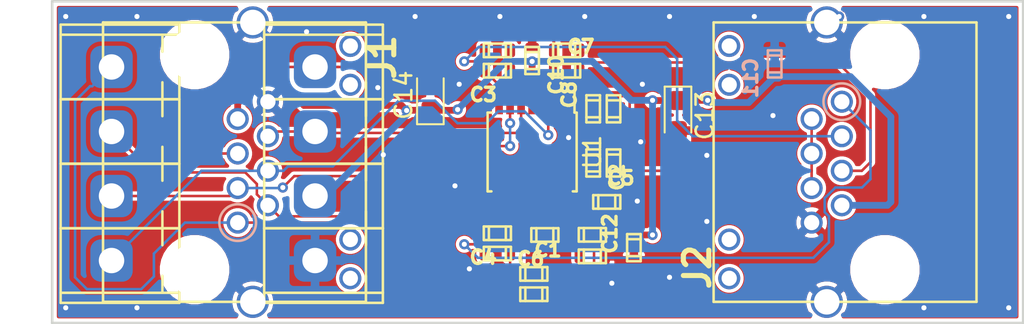
<source format=kicad_pcb>
(kicad_pcb (version 20171130) (host pcbnew "(5.1.0-14-gec24981cc)")

  (general
    (thickness 1.6)
    (drawings 4)
    (tracks 225)
    (zones 0)
    (modules 26)
    (nets 22)
  )

  (page A4)
  (layers
    (0 F.Cu signal)
    (31 B.Cu signal)
    (32 B.Adhes user)
    (33 F.Adhes user)
    (34 B.Paste user)
    (35 F.Paste user)
    (36 B.SilkS user)
    (37 F.SilkS user)
    (38 B.Mask user)
    (39 F.Mask user)
    (40 Dwgs.User user)
    (41 Cmts.User user)
    (42 Eco1.User user)
    (43 Eco2.User user)
    (44 Edge.Cuts user)
    (45 Margin user)
    (46 B.CrtYd user)
    (47 F.CrtYd user)
    (48 B.Fab user)
    (49 F.Fab user)
  )

  (setup
    (last_trace_width 0.15)
    (trace_clearance 0.2)
    (zone_clearance 0.2)
    (zone_45_only no)
    (trace_min 0.15)
    (via_size 0.6)
    (via_drill 0.3)
    (via_min_size 0.6)
    (via_min_drill 0.3)
    (uvia_size 0.3)
    (uvia_drill 0.1)
    (uvias_allowed no)
    (uvia_min_size 0.2)
    (uvia_min_drill 0.1)
    (edge_width 0.15)
    (segment_width 0.2)
    (pcb_text_width 0.3)
    (pcb_text_size 1.5 1.5)
    (mod_edge_width 0.15)
    (mod_text_size 1 1)
    (mod_text_width 0.15)
    (pad_size 0.59 0.8)
    (pad_drill 0)
    (pad_to_mask_clearance 0.2)
    (aux_axis_origin 0 0)
    (visible_elements FFF9FF7F)
    (pcbplotparams
      (layerselection 0x00030_ffffffff)
      (usegerberextensions false)
      (usegerberattributes true)
      (usegerberadvancedattributes true)
      (creategerberjobfile true)
      (excludeedgelayer true)
      (linewidth 0.100000)
      (plotframeref false)
      (viasonmask false)
      (mode 1)
      (useauxorigin false)
      (hpglpennumber 1)
      (hpglpenspeed 20)
      (hpglpendiameter 15.000000)
      (psnegative false)
      (psa4output false)
      (plotreference true)
      (plotvalue true)
      (plotinvisibletext false)
      (padsonsilk false)
      (subtractmaskfromsilk false)
      (outputformat 1)
      (mirror false)
      (drillshape 1)
      (scaleselection 1)
      (outputdirectory ""))
  )

  (net 0 "")
  (net 1 "Net-(C1-Pad2)")
  (net 2 "Net-(C2-Pad2)")
  (net 3 "Net-(C3-Pad1)")
  (net 4 "Net-(C3-Pad2)")
  (net 5 "Net-(C4-Pad2)")
  (net 6 "Net-(C4-Pad1)")
  (net 7 GND)
  (net 8 +5V)
  (net 9 "Net-(C7-Pad2)")
  (net 10 "Net-(C7-Pad1)")
  (net 11 "Net-(C8-Pad2)")
  (net 12 2.5V)
  (net 13 "Net-(C6-Pad2)")
  (net 14 "Net-(J1-Pad10)")
  (net 15 "Net-(J1-Pad9)")
  (net 16 "Net-(J1-Pad12)")
  (net 17 "Net-(J1-Pad11)")
  (net 18 "Net-(J2-Pad10)")
  (net 19 "Net-(J2-Pad9)")
  (net 20 "Net-(J2-Pad12)")
  (net 21 "Net-(J2-Pad11)")

  (net_class Default "This is the default net class."
    (clearance 0.2)
    (trace_width 0.15)
    (via_dia 0.6)
    (via_drill 0.3)
    (uvia_dia 0.3)
    (uvia_drill 0.1)
    (add_net +5V)
    (add_net 2.5V)
    (add_net GND)
    (add_net "Net-(C1-Pad2)")
    (add_net "Net-(C2-Pad2)")
    (add_net "Net-(C3-Pad1)")
    (add_net "Net-(C3-Pad2)")
    (add_net "Net-(C4-Pad1)")
    (add_net "Net-(C4-Pad2)")
    (add_net "Net-(C6-Pad2)")
    (add_net "Net-(C7-Pad1)")
    (add_net "Net-(C7-Pad2)")
    (add_net "Net-(C8-Pad2)")
    (add_net "Net-(J1-Pad10)")
    (add_net "Net-(J1-Pad11)")
    (add_net "Net-(J1-Pad12)")
    (add_net "Net-(J1-Pad9)")
    (add_net "Net-(J2-Pad10)")
    (add_net "Net-(J2-Pad11)")
    (add_net "Net-(J2-Pad12)")
    (add_net "Net-(J2-Pad9)")
  )

  (module stmbl-kicad-lib:R_0603 (layer F.Cu) (tedit 5AC562FC) (tstamp 5C70C95F)
    (at 145.3365 70.4 180)
    (descr "Resistor SMD 0603, reflow soldering, Vishay (see dcrcw.pdf)")
    (tags "resistor 0603")
    (path /5C724DB4)
    (attr smd)
    (fp_text reference R10 (at -3.248 0.04 180) (layer F.SilkS) hide
      (effects (font (size 0.8 0.8) (thickness 0.2)))
    )
    (fp_text value 100k (at 0 1.4 180) (layer F.Fab)
      (effects (font (size 1 1) (thickness 0.15)))
    )
    (fp_line (start 0.5 -0.4) (end 0.5 0.4) (layer F.SilkS) (width 0.15))
    (fp_line (start -0.5 -0.4) (end -0.5 0.4) (layer F.SilkS) (width 0.15))
    (fp_line (start 0.8 -0.4) (end -0.8 -0.4) (layer F.SilkS) (width 0.15))
    (fp_line (start 0.8 0.4) (end 0.8 -0.4) (layer F.SilkS) (width 0.15))
    (fp_line (start -0.8 0.4) (end 0.8 0.4) (layer F.SilkS) (width 0.15))
    (fp_line (start -0.8 -0.4) (end -0.8 0.4) (layer F.SilkS) (width 0.15))
    (fp_line (start -1.3 -0.6) (end 1.3 -0.6) (layer F.CrtYd) (width 0.05))
    (fp_line (start -1.3 0.6) (end 1.3 0.6) (layer F.CrtYd) (width 0.05))
    (fp_line (start -1.3 -0.6) (end -1.3 0.6) (layer F.CrtYd) (width 0.05))
    (fp_line (start 1.3 -0.6) (end 1.3 0.6) (layer F.CrtYd) (width 0.05))
    (pad 2 smd roundrect (at 0.75 0 180) (size 0.59 0.8) (layers F.Cu F.Paste F.Mask) (roundrect_rratio 0.25)
      (net 9 "Net-(C7-Pad2)") (solder_mask_margin 0.1))
    (pad 1 smd roundrect (at -0.75 0 180) (size 0.59 0.8) (layers F.Cu F.Paste F.Mask) (roundrect_rratio 0.25)
      (net 10 "Net-(C7-Pad1)") (solder_mask_margin 0.1))
    (model ${KISYS3DMOD}/Resistor_SMD.3dshapes/R_0603_1608Metric.wrl
      (at (xyz 0 0 0))
      (scale (xyz 1 1 1))
      (rotate (xyz 0 0 0))
    )
  )

  (module stmbl-kicad-lib:R_0603 (layer F.Cu) (tedit 5AC562FC) (tstamp 5C70B23A)
    (at 148.1 73.85 270)
    (descr "Resistor SMD 0603, reflow soldering, Vishay (see dcrcw.pdf)")
    (tags "resistor 0603")
    (path /5C724DC0)
    (attr smd)
    (fp_text reference R9 (at -3.248 0.04 270) (layer F.SilkS) hide
      (effects (font (size 0.8 0.8) (thickness 0.2)))
    )
    (fp_text value 100k (at 0 1.4 270) (layer F.Fab)
      (effects (font (size 1 1) (thickness 0.15)))
    )
    (fp_line (start 0.5 -0.4) (end 0.5 0.4) (layer F.SilkS) (width 0.15))
    (fp_line (start -0.5 -0.4) (end -0.5 0.4) (layer F.SilkS) (width 0.15))
    (fp_line (start 0.8 -0.4) (end -0.8 -0.4) (layer F.SilkS) (width 0.15))
    (fp_line (start 0.8 0.4) (end 0.8 -0.4) (layer F.SilkS) (width 0.15))
    (fp_line (start -0.8 0.4) (end 0.8 0.4) (layer F.SilkS) (width 0.15))
    (fp_line (start -0.8 -0.4) (end -0.8 0.4) (layer F.SilkS) (width 0.15))
    (fp_line (start -1.3 -0.6) (end 1.3 -0.6) (layer F.CrtYd) (width 0.05))
    (fp_line (start -1.3 0.6) (end 1.3 0.6) (layer F.CrtYd) (width 0.05))
    (fp_line (start -1.3 -0.6) (end -1.3 0.6) (layer F.CrtYd) (width 0.05))
    (fp_line (start 1.3 -0.6) (end 1.3 0.6) (layer F.CrtYd) (width 0.05))
    (pad 2 smd roundrect (at 0.75 0 270) (size 0.59 0.8) (layers F.Cu F.Paste F.Mask) (roundrect_rratio 0.25)
      (net 11 "Net-(C8-Pad2)") (solder_mask_margin 0.1))
    (pad 1 smd roundrect (at -0.75 0 270) (size 0.59 0.8) (layers F.Cu F.Paste F.Mask) (roundrect_rratio 0.25)
      (net 12 2.5V) (solder_mask_margin 0.1))
    (model Resistors_SMD.3dshapes/R_0603.wrl
      (at (xyz 0 0 0))
      (scale (xyz 1 1 1))
      (rotate (xyz 0 0 0))
    )
    (model ${KISYS3DMOD}/Resistor_SMD.3dshapes/R_0603_1608Metric.wrl
      (at (xyz 0 0 0))
      (scale (xyz 1 1 1))
      (rotate (xyz 0 0 0))
    )
  )

  (module stmbl-kicad-lib:R_0603 (layer F.Cu) (tedit 5AC562FC) (tstamp 592E3506)
    (at 146.85 82.562 180)
    (descr "Resistor SMD 0603, reflow soldering, Vishay (see dcrcw.pdf)")
    (tags "resistor 0603")
    (path /592E1BCC)
    (attr smd)
    (fp_text reference R8 (at -3.248 0.04 180) (layer F.SilkS) hide
      (effects (font (size 0.8 0.8) (thickness 0.2)))
    )
    (fp_text value 120 (at 0 1.4 180) (layer F.Fab)
      (effects (font (size 1 1) (thickness 0.15)))
    )
    (fp_line (start 0.5 -0.4) (end 0.5 0.4) (layer F.SilkS) (width 0.15))
    (fp_line (start -0.5 -0.4) (end -0.5 0.4) (layer F.SilkS) (width 0.15))
    (fp_line (start 0.8 -0.4) (end -0.8 -0.4) (layer F.SilkS) (width 0.15))
    (fp_line (start 0.8 0.4) (end 0.8 -0.4) (layer F.SilkS) (width 0.15))
    (fp_line (start -0.8 0.4) (end 0.8 0.4) (layer F.SilkS) (width 0.15))
    (fp_line (start -0.8 -0.4) (end -0.8 0.4) (layer F.SilkS) (width 0.15))
    (fp_line (start -1.3 -0.6) (end 1.3 -0.6) (layer F.CrtYd) (width 0.05))
    (fp_line (start -1.3 0.6) (end 1.3 0.6) (layer F.CrtYd) (width 0.05))
    (fp_line (start -1.3 -0.6) (end -1.3 0.6) (layer F.CrtYd) (width 0.05))
    (fp_line (start 1.3 -0.6) (end 1.3 0.6) (layer F.CrtYd) (width 0.05))
    (pad 2 smd roundrect (at 0.75 0 180) (size 0.59 0.8) (layers F.Cu F.Paste F.Mask) (roundrect_rratio 0.25)
      (net 13 "Net-(C6-Pad2)") (solder_mask_margin 0.1))
    (pad 1 smd roundrect (at -0.75 0 180) (size 0.59 0.8) (layers F.Cu F.Paste F.Mask) (roundrect_rratio 0.25)
      (net 7 GND) (solder_mask_margin 0.1))
    (model ${KISYS3DMOD}/Resistor_SMD.3dshapes/R_0603_1608Metric.wrl
      (at (xyz 0 0 0))
      (scale (xyz 1 1 1))
      (rotate (xyz 0 0 0))
    )
  )

  (module stmbl-kicad-lib:R_0603 (layer F.Cu) (tedit 5AC562FC) (tstamp 592E34F6)
    (at 146.85 81.292)
    (descr "Resistor SMD 0603, reflow soldering, Vishay (see dcrcw.pdf)")
    (tags "resistor 0603")
    (path /592E1BC6)
    (attr smd)
    (fp_text reference R7 (at -3.248 0.04) (layer F.SilkS) hide
      (effects (font (size 0.8 0.8) (thickness 0.2)))
    )
    (fp_text value 120 (at 0 1.4) (layer F.Fab)
      (effects (font (size 1 1) (thickness 0.15)))
    )
    (fp_line (start 0.5 -0.4) (end 0.5 0.4) (layer F.SilkS) (width 0.15))
    (fp_line (start -0.5 -0.4) (end -0.5 0.4) (layer F.SilkS) (width 0.15))
    (fp_line (start 0.8 -0.4) (end -0.8 -0.4) (layer F.SilkS) (width 0.15))
    (fp_line (start 0.8 0.4) (end 0.8 -0.4) (layer F.SilkS) (width 0.15))
    (fp_line (start -0.8 0.4) (end 0.8 0.4) (layer F.SilkS) (width 0.15))
    (fp_line (start -0.8 -0.4) (end -0.8 0.4) (layer F.SilkS) (width 0.15))
    (fp_line (start -1.3 -0.6) (end 1.3 -0.6) (layer F.CrtYd) (width 0.05))
    (fp_line (start -1.3 0.6) (end 1.3 0.6) (layer F.CrtYd) (width 0.05))
    (fp_line (start -1.3 -0.6) (end -1.3 0.6) (layer F.CrtYd) (width 0.05))
    (fp_line (start 1.3 -0.6) (end 1.3 0.6) (layer F.CrtYd) (width 0.05))
    (pad 2 smd roundrect (at 0.75 0) (size 0.59 0.8) (layers F.Cu F.Paste F.Mask) (roundrect_rratio 0.25)
      (net 8 +5V) (solder_mask_margin 0.1))
    (pad 1 smd roundrect (at -0.75 0) (size 0.59 0.8) (layers F.Cu F.Paste F.Mask) (roundrect_rratio 0.25)
      (net 13 "Net-(C6-Pad2)") (solder_mask_margin 0.1))
    (model ${KISYS3DMOD}/Resistor_SMD.3dshapes/R_0603_1608Metric.wrl
      (at (xyz 0 0 0))
      (scale (xyz 1 1 1))
      (rotate (xyz 0 0 0))
    )
  )

  (module stmbl-kicad-lib:R_0603 (layer F.Cu) (tedit 5AC562FC) (tstamp 5C74706A)
    (at 141.25 70.4)
    (descr "Resistor SMD 0603, reflow soldering, Vishay (see dcrcw.pdf)")
    (tags "resistor 0603")
    (path /592E0847)
    (attr smd)
    (fp_text reference R4 (at -3.248 0.04) (layer F.SilkS) hide
      (effects (font (size 0.8 0.8) (thickness 0.2)))
    )
    (fp_text value 100k (at 0 1.4) (layer F.Fab)
      (effects (font (size 1 1) (thickness 0.15)))
    )
    (fp_line (start 0.5 -0.4) (end 0.5 0.4) (layer F.SilkS) (width 0.15))
    (fp_line (start -0.5 -0.4) (end -0.5 0.4) (layer F.SilkS) (width 0.15))
    (fp_line (start 0.8 -0.4) (end -0.8 -0.4) (layer F.SilkS) (width 0.15))
    (fp_line (start 0.8 0.4) (end 0.8 -0.4) (layer F.SilkS) (width 0.15))
    (fp_line (start -0.8 0.4) (end 0.8 0.4) (layer F.SilkS) (width 0.15))
    (fp_line (start -0.8 -0.4) (end -0.8 0.4) (layer F.SilkS) (width 0.15))
    (fp_line (start -1.3 -0.6) (end 1.3 -0.6) (layer F.CrtYd) (width 0.05))
    (fp_line (start -1.3 0.6) (end 1.3 0.6) (layer F.CrtYd) (width 0.05))
    (fp_line (start -1.3 -0.6) (end -1.3 0.6) (layer F.CrtYd) (width 0.05))
    (fp_line (start 1.3 -0.6) (end 1.3 0.6) (layer F.CrtYd) (width 0.05))
    (pad 2 smd roundrect (at 0.75 0) (size 0.59 0.8) (layers F.Cu F.Paste F.Mask) (roundrect_rratio 0.25)
      (net 4 "Net-(C3-Pad2)") (solder_mask_margin 0.1))
    (pad 1 smd roundrect (at -0.75 0) (size 0.59 0.8) (layers F.Cu F.Paste F.Mask) (roundrect_rratio 0.25)
      (net 3 "Net-(C3-Pad1)") (solder_mask_margin 0.1))
    (model ${KISYS3DMOD}/Resistor_SMD.3dshapes/R_0603_1608Metric.wrl
      (at (xyz 0 0 0))
      (scale (xyz 1 1 1))
      (rotate (xyz 0 0 0))
    )
  )

  (module stmbl-kicad-lib:R_0603 (layer F.Cu) (tedit 5AC562FC) (tstamp 592E34B6)
    (at 141.25 82.4)
    (descr "Resistor SMD 0603, reflow soldering, Vishay (see dcrcw.pdf)")
    (tags "resistor 0603")
    (path /592E08D0)
    (attr smd)
    (fp_text reference R3 (at -3.248 0.04) (layer F.SilkS) hide
      (effects (font (size 0.8 0.8) (thickness 0.2)))
    )
    (fp_text value 100k (at 0 1.4) (layer F.Fab)
      (effects (font (size 1 1) (thickness 0.15)))
    )
    (fp_line (start 0.5 -0.4) (end 0.5 0.4) (layer F.SilkS) (width 0.15))
    (fp_line (start -0.5 -0.4) (end -0.5 0.4) (layer F.SilkS) (width 0.15))
    (fp_line (start 0.8 -0.4) (end -0.8 -0.4) (layer F.SilkS) (width 0.15))
    (fp_line (start 0.8 0.4) (end 0.8 -0.4) (layer F.SilkS) (width 0.15))
    (fp_line (start -0.8 0.4) (end 0.8 0.4) (layer F.SilkS) (width 0.15))
    (fp_line (start -0.8 -0.4) (end -0.8 0.4) (layer F.SilkS) (width 0.15))
    (fp_line (start -1.3 -0.6) (end 1.3 -0.6) (layer F.CrtYd) (width 0.05))
    (fp_line (start -1.3 0.6) (end 1.3 0.6) (layer F.CrtYd) (width 0.05))
    (fp_line (start -1.3 -0.6) (end -1.3 0.6) (layer F.CrtYd) (width 0.05))
    (fp_line (start 1.3 -0.6) (end 1.3 0.6) (layer F.CrtYd) (width 0.05))
    (pad 2 smd roundrect (at 0.75 0) (size 0.59 0.8) (layers F.Cu F.Paste F.Mask) (roundrect_rratio 0.25)
      (net 5 "Net-(C4-Pad2)") (solder_mask_margin 0.1))
    (pad 1 smd roundrect (at -0.75 0) (size 0.59 0.8) (layers F.Cu F.Paste F.Mask) (roundrect_rratio 0.25)
      (net 6 "Net-(C4-Pad1)") (solder_mask_margin 0.1))
    (model ${KISYS3DMOD}/Resistor_SMD.3dshapes/R_0603_1608Metric.wrl
      (at (xyz 0 0 0))
      (scale (xyz 1 1 1))
      (rotate (xyz 0 0 0))
    )
  )

  (module stmbl-kicad-lib:R_0603 (layer F.Cu) (tedit 5AC562FC) (tstamp 592E34A6)
    (at 148.1 77.05 90)
    (descr "Resistor SMD 0603, reflow soldering, Vishay (see dcrcw.pdf)")
    (tags "resistor 0603")
    (path /592E0DC4)
    (attr smd)
    (fp_text reference R2 (at -3.248 0.04 90) (layer F.SilkS) hide
      (effects (font (size 0.8 0.8) (thickness 0.2)))
    )
    (fp_text value 100k (at 0 1.4 90) (layer F.Fab)
      (effects (font (size 1 1) (thickness 0.15)))
    )
    (fp_line (start 0.5 -0.4) (end 0.5 0.4) (layer F.SilkS) (width 0.15))
    (fp_line (start -0.5 -0.4) (end -0.5 0.4) (layer F.SilkS) (width 0.15))
    (fp_line (start 0.8 -0.4) (end -0.8 -0.4) (layer F.SilkS) (width 0.15))
    (fp_line (start 0.8 0.4) (end 0.8 -0.4) (layer F.SilkS) (width 0.15))
    (fp_line (start -0.8 0.4) (end 0.8 0.4) (layer F.SilkS) (width 0.15))
    (fp_line (start -0.8 -0.4) (end -0.8 0.4) (layer F.SilkS) (width 0.15))
    (fp_line (start -1.3 -0.6) (end 1.3 -0.6) (layer F.CrtYd) (width 0.05))
    (fp_line (start -1.3 0.6) (end 1.3 0.6) (layer F.CrtYd) (width 0.05))
    (fp_line (start -1.3 -0.6) (end -1.3 0.6) (layer F.CrtYd) (width 0.05))
    (fp_line (start 1.3 -0.6) (end 1.3 0.6) (layer F.CrtYd) (width 0.05))
    (pad 2 smd roundrect (at 0.75 0 90) (size 0.59 0.8) (layers F.Cu F.Paste F.Mask) (roundrect_rratio 0.25)
      (net 2 "Net-(C2-Pad2)") (solder_mask_margin 0.1))
    (pad 1 smd roundrect (at -0.75 0 90) (size 0.59 0.8) (layers F.Cu F.Paste F.Mask) (roundrect_rratio 0.25)
      (net 12 2.5V) (solder_mask_margin 0.1))
    (model ${KISYS3DMOD}/Resistor_SMD.3dshapes/R_0603_1608Metric.wrl
      (at (xyz 0 0 0))
      (scale (xyz 1 1 1))
      (rotate (xyz 0 0 0))
    )
  )

  (module stmbl-kicad-lib:R_0603 (layer F.Cu) (tedit 5AC562FC) (tstamp 592E3496)
    (at 143.4 84.8 180)
    (descr "Resistor SMD 0603, reflow soldering, Vishay (see dcrcw.pdf)")
    (tags "resistor 0603")
    (path /592E0C0B)
    (attr smd)
    (fp_text reference R1 (at -3.248 0.04 180) (layer F.SilkS) hide
      (effects (font (size 0.8 0.8) (thickness 0.2)))
    )
    (fp_text value 100k (at 0 1.4 180) (layer F.Fab)
      (effects (font (size 1 1) (thickness 0.15)))
    )
    (fp_line (start 0.5 -0.4) (end 0.5 0.4) (layer F.SilkS) (width 0.15))
    (fp_line (start -0.5 -0.4) (end -0.5 0.4) (layer F.SilkS) (width 0.15))
    (fp_line (start 0.8 -0.4) (end -0.8 -0.4) (layer F.SilkS) (width 0.15))
    (fp_line (start 0.8 0.4) (end 0.8 -0.4) (layer F.SilkS) (width 0.15))
    (fp_line (start -0.8 0.4) (end 0.8 0.4) (layer F.SilkS) (width 0.15))
    (fp_line (start -0.8 -0.4) (end -0.8 0.4) (layer F.SilkS) (width 0.15))
    (fp_line (start -1.3 -0.6) (end 1.3 -0.6) (layer F.CrtYd) (width 0.05))
    (fp_line (start -1.3 0.6) (end 1.3 0.6) (layer F.CrtYd) (width 0.05))
    (fp_line (start -1.3 -0.6) (end -1.3 0.6) (layer F.CrtYd) (width 0.05))
    (fp_line (start 1.3 -0.6) (end 1.3 0.6) (layer F.CrtYd) (width 0.05))
    (pad 2 smd roundrect (at 0.75 0 180) (size 0.59 0.8) (layers F.Cu F.Paste F.Mask) (roundrect_rratio 0.25)
      (net 1 "Net-(C1-Pad2)") (solder_mask_margin 0.1))
    (pad 1 smd roundrect (at -0.75 0 180) (size 0.59 0.8) (layers F.Cu F.Paste F.Mask) (roundrect_rratio 0.25)
      (net 12 2.5V) (solder_mask_margin 0.1))
    (model ${KISYS3DMOD}/Resistor_SMD.3dshapes/R_0603_1608Metric.wrl
      (at (xyz 0 0 0))
      (scale (xyz 1 1 1))
      (rotate (xyz 0 0 0))
    )
  )

  (module stmbl-kicad-lib:C_0603 (layer F.Cu) (tedit 5AC56310) (tstamp 5C70E995)
    (at 149.3 82.05 270)
    (descr "Capacitor SMD 0603, reflow soldering, AVX (see smccp.pdf)")
    (tags "capacitor 0603")
    (path /5C7501E4)
    (attr smd)
    (fp_text reference C12 (at -0.834 1.416 270) (layer F.SilkS)
      (effects (font (size 0.8 0.8) (thickness 0.2)))
    )
    (fp_text value C (at 0 1.4 270) (layer F.Fab)
      (effects (font (size 1 1) (thickness 0.15)))
    )
    (fp_line (start 0.5 -0.4) (end 0.5 0.4) (layer F.SilkS) (width 0.15))
    (fp_line (start -0.5 -0.4) (end -0.5 0.4) (layer F.SilkS) (width 0.15))
    (fp_line (start 0.8 -0.4) (end -0.8 -0.4) (layer F.SilkS) (width 0.15))
    (fp_line (start 0.8 0.4) (end 0.8 -0.4) (layer F.SilkS) (width 0.15))
    (fp_line (start -0.8 0.4) (end 0.8 0.4) (layer F.SilkS) (width 0.15))
    (fp_line (start -0.8 -0.4) (end -0.8 0.4) (layer F.SilkS) (width 0.15))
    (fp_line (start -1.3 -0.6) (end 1.3 -0.6) (layer F.CrtYd) (width 0.05))
    (fp_line (start -1.3 0.6) (end 1.3 0.6) (layer F.CrtYd) (width 0.05))
    (fp_line (start -1.3 -0.6) (end -1.3 0.6) (layer F.CrtYd) (width 0.05))
    (fp_line (start 1.3 -0.6) (end 1.3 0.6) (layer F.CrtYd) (width 0.05))
    (pad 2 smd roundrect (at 0.75 0 270) (size 0.59 0.8) (layers F.Cu F.Paste F.Mask) (roundrect_rratio 0.25)
      (net 7 GND))
    (pad 1 smd roundrect (at -0.75 0 270) (size 0.59 0.8) (layers F.Cu F.Paste F.Mask) (roundrect_rratio 0.25)
      (net 8 +5V))
    (model ${KISYS3DMOD}/Capacitor_SMD.3dshapes/C_0603_1608Metric.wrl
      (at (xyz 0 0 0))
      (scale (xyz 1 1 1))
      (rotate (xyz 0 0 0))
    )
  )

  (module stmbl-kicad-lib:C_0603 (layer B.Cu) (tedit 5AC56310) (tstamp 5C70E985)
    (at 157.6 71.2 90)
    (descr "Capacitor SMD 0603, reflow soldering, AVX (see smccp.pdf)")
    (tags "capacitor 0603")
    (path /5C74FF0F)
    (attr smd)
    (fp_text reference C11 (at -0.834 -1.416 90) (layer B.SilkS)
      (effects (font (size 0.8 0.8) (thickness 0.2)) (justify mirror))
    )
    (fp_text value C (at 0 -1.4 90) (layer B.Fab)
      (effects (font (size 1 1) (thickness 0.15)) (justify mirror))
    )
    (fp_line (start 0.5 0.4) (end 0.5 -0.4) (layer B.SilkS) (width 0.15))
    (fp_line (start -0.5 0.4) (end -0.5 -0.4) (layer B.SilkS) (width 0.15))
    (fp_line (start 0.8 0.4) (end -0.8 0.4) (layer B.SilkS) (width 0.15))
    (fp_line (start 0.8 -0.4) (end 0.8 0.4) (layer B.SilkS) (width 0.15))
    (fp_line (start -0.8 -0.4) (end 0.8 -0.4) (layer B.SilkS) (width 0.15))
    (fp_line (start -0.8 0.4) (end -0.8 -0.4) (layer B.SilkS) (width 0.15))
    (fp_line (start -1.3 0.6) (end 1.3 0.6) (layer B.CrtYd) (width 0.05))
    (fp_line (start -1.3 -0.6) (end 1.3 -0.6) (layer B.CrtYd) (width 0.05))
    (fp_line (start -1.3 0.6) (end -1.3 -0.6) (layer B.CrtYd) (width 0.05))
    (fp_line (start 1.3 0.6) (end 1.3 -0.6) (layer B.CrtYd) (width 0.05))
    (pad 2 smd roundrect (at 0.75 0 90) (size 0.59 0.8) (layers B.Cu B.Paste B.Mask) (roundrect_rratio 0.25)
      (net 7 GND))
    (pad 1 smd roundrect (at -0.75 0 90) (size 0.59 0.8) (layers B.Cu B.Paste B.Mask) (roundrect_rratio 0.25)
      (net 8 +5V))
    (model Capacitors_SMD.3dshapes/C_0603.wrl
      (at (xyz 0 0 0))
      (scale (xyz 1 1 1))
      (rotate (xyz 0 0 0))
    )
  )

  (module stmbl-kicad-lib:C_0603 (layer F.Cu) (tedit 5AC56310) (tstamp 5C70E975)
    (at 143.3 71 90)
    (descr "Capacitor SMD 0603, reflow soldering, AVX (see smccp.pdf)")
    (tags "capacitor 0603")
    (path /5C74F384)
    (attr smd)
    (fp_text reference C10 (at -0.834 1.416 90) (layer F.SilkS)
      (effects (font (size 0.8 0.8) (thickness 0.2)))
    )
    (fp_text value C (at 0 1.4 90) (layer F.Fab)
      (effects (font (size 1 1) (thickness 0.15)))
    )
    (fp_line (start 0.5 -0.4) (end 0.5 0.4) (layer F.SilkS) (width 0.15))
    (fp_line (start -0.5 -0.4) (end -0.5 0.4) (layer F.SilkS) (width 0.15))
    (fp_line (start 0.8 -0.4) (end -0.8 -0.4) (layer F.SilkS) (width 0.15))
    (fp_line (start 0.8 0.4) (end 0.8 -0.4) (layer F.SilkS) (width 0.15))
    (fp_line (start -0.8 0.4) (end 0.8 0.4) (layer F.SilkS) (width 0.15))
    (fp_line (start -0.8 -0.4) (end -0.8 0.4) (layer F.SilkS) (width 0.15))
    (fp_line (start -1.3 -0.6) (end 1.3 -0.6) (layer F.CrtYd) (width 0.05))
    (fp_line (start -1.3 0.6) (end 1.3 0.6) (layer F.CrtYd) (width 0.05))
    (fp_line (start -1.3 -0.6) (end -1.3 0.6) (layer F.CrtYd) (width 0.05))
    (fp_line (start 1.3 -0.6) (end 1.3 0.6) (layer F.CrtYd) (width 0.05))
    (pad 2 smd roundrect (at 0.75 0 90) (size 0.59 0.8) (layers F.Cu F.Paste F.Mask) (roundrect_rratio 0.25)
      (net 7 GND))
    (pad 1 smd roundrect (at -0.75 0 90) (size 0.59 0.8) (layers F.Cu F.Paste F.Mask) (roundrect_rratio 0.25)
      (net 8 +5V))
    (model Capacitors_SMD.3dshapes/C_0603.wrl
      (at (xyz 0 0 0))
      (scale (xyz 1 1 1))
      (rotate (xyz 0 0 0))
    )
  )

  (module stmbl-kicad-lib:C_0603 (layer F.Cu) (tedit 5AC56310) (tstamp 5C70CD32)
    (at 146.9 73.85 270)
    (descr "Capacitor SMD 0603, reflow soldering, AVX (see smccp.pdf)")
    (tags "capacitor 0603")
    (path /5C724DC6)
    (attr smd)
    (fp_text reference C8 (at -0.834 1.416 270) (layer F.SilkS)
      (effects (font (size 0.8 0.8) (thickness 0.2)))
    )
    (fp_text value 27p (at 0 1.4 270) (layer F.Fab)
      (effects (font (size 1 1) (thickness 0.15)))
    )
    (fp_line (start 0.5 -0.4) (end 0.5 0.4) (layer F.SilkS) (width 0.15))
    (fp_line (start -0.5 -0.4) (end -0.5 0.4) (layer F.SilkS) (width 0.15))
    (fp_line (start 0.8 -0.4) (end -0.8 -0.4) (layer F.SilkS) (width 0.15))
    (fp_line (start 0.8 0.4) (end 0.8 -0.4) (layer F.SilkS) (width 0.15))
    (fp_line (start -0.8 0.4) (end 0.8 0.4) (layer F.SilkS) (width 0.15))
    (fp_line (start -0.8 -0.4) (end -0.8 0.4) (layer F.SilkS) (width 0.15))
    (fp_line (start -1.3 -0.6) (end 1.3 -0.6) (layer F.CrtYd) (width 0.05))
    (fp_line (start -1.3 0.6) (end 1.3 0.6) (layer F.CrtYd) (width 0.05))
    (fp_line (start -1.3 -0.6) (end -1.3 0.6) (layer F.CrtYd) (width 0.05))
    (fp_line (start 1.3 -0.6) (end 1.3 0.6) (layer F.CrtYd) (width 0.05))
    (pad 2 smd roundrect (at 0.75 0 270) (size 0.59 0.8) (layers F.Cu F.Paste F.Mask) (roundrect_rratio 0.25)
      (net 11 "Net-(C8-Pad2)"))
    (pad 1 smd roundrect (at -0.75 0 270) (size 0.59 0.8) (layers F.Cu F.Paste F.Mask) (roundrect_rratio 0.25)
      (net 12 2.5V))
    (model ${KISYS3DMOD}/Capacitor_SMD.3dshapes/C_0603_1608Metric.wrl
      (at (xyz 0 0 0))
      (scale (xyz 1 1 1))
      (rotate (xyz 0 0 0))
    )
  )

  (module stmbl-kicad-lib:C_0603 (layer F.Cu) (tedit 5AC56310) (tstamp 5C748655)
    (at 145.3365 71.6 180)
    (descr "Capacitor SMD 0603, reflow soldering, AVX (see smccp.pdf)")
    (tags "capacitor 0603")
    (path /5C724DBA)
    (attr smd)
    (fp_text reference C7 (at -0.834 1.416 180) (layer F.SilkS)
      (effects (font (size 0.8 0.8) (thickness 0.2)))
    )
    (fp_text value 27p (at 0 1.4 180) (layer F.Fab)
      (effects (font (size 1 1) (thickness 0.15)))
    )
    (fp_line (start 0.5 -0.4) (end 0.5 0.4) (layer F.SilkS) (width 0.15))
    (fp_line (start -0.5 -0.4) (end -0.5 0.4) (layer F.SilkS) (width 0.15))
    (fp_line (start 0.8 -0.4) (end -0.8 -0.4) (layer F.SilkS) (width 0.15))
    (fp_line (start 0.8 0.4) (end 0.8 -0.4) (layer F.SilkS) (width 0.15))
    (fp_line (start -0.8 0.4) (end 0.8 0.4) (layer F.SilkS) (width 0.15))
    (fp_line (start -0.8 -0.4) (end -0.8 0.4) (layer F.SilkS) (width 0.15))
    (fp_line (start -1.3 -0.6) (end 1.3 -0.6) (layer F.CrtYd) (width 0.05))
    (fp_line (start -1.3 0.6) (end 1.3 0.6) (layer F.CrtYd) (width 0.05))
    (fp_line (start -1.3 -0.6) (end -1.3 0.6) (layer F.CrtYd) (width 0.05))
    (fp_line (start 1.3 -0.6) (end 1.3 0.6) (layer F.CrtYd) (width 0.05))
    (pad 2 smd roundrect (at 0.75 0 180) (size 0.59 0.8) (layers F.Cu F.Paste F.Mask) (roundrect_rratio 0.25)
      (net 9 "Net-(C7-Pad2)"))
    (pad 1 smd roundrect (at -0.75 0 180) (size 0.59 0.8) (layers F.Cu F.Paste F.Mask) (roundrect_rratio 0.25)
      (net 10 "Net-(C7-Pad1)"))
    (model ${KISYS3DMOD}/Capacitor_SMD.3dshapes/C_0603_1608Metric.wrl
      (at (xyz 0 0 0))
      (scale (xyz 1 1 1))
      (rotate (xyz 0 0 0))
    )
  )

  (module stmbl-kicad-lib:C_0603 (layer F.Cu) (tedit 5AC56310) (tstamp 592E3456)
    (at 144.05 81.3)
    (descr "Capacitor SMD 0603, reflow soldering, AVX (see smccp.pdf)")
    (tags "capacitor 0603")
    (path /592E1BDE)
    (attr smd)
    (fp_text reference C6 (at -0.834 1.416) (layer F.SilkS)
      (effects (font (size 0.8 0.8) (thickness 0.2)))
    )
    (fp_text value 100n (at 0 1.4) (layer F.Fab)
      (effects (font (size 1 1) (thickness 0.15)))
    )
    (fp_line (start 0.5 -0.4) (end 0.5 0.4) (layer F.SilkS) (width 0.15))
    (fp_line (start -0.5 -0.4) (end -0.5 0.4) (layer F.SilkS) (width 0.15))
    (fp_line (start 0.8 -0.4) (end -0.8 -0.4) (layer F.SilkS) (width 0.15))
    (fp_line (start 0.8 0.4) (end 0.8 -0.4) (layer F.SilkS) (width 0.15))
    (fp_line (start -0.8 0.4) (end 0.8 0.4) (layer F.SilkS) (width 0.15))
    (fp_line (start -0.8 -0.4) (end -0.8 0.4) (layer F.SilkS) (width 0.15))
    (fp_line (start -1.3 -0.6) (end 1.3 -0.6) (layer F.CrtYd) (width 0.05))
    (fp_line (start -1.3 0.6) (end 1.3 0.6) (layer F.CrtYd) (width 0.05))
    (fp_line (start -1.3 -0.6) (end -1.3 0.6) (layer F.CrtYd) (width 0.05))
    (fp_line (start 1.3 -0.6) (end 1.3 0.6) (layer F.CrtYd) (width 0.05))
    (pad 2 smd roundrect (at 0.75 0) (size 0.59 0.8) (layers F.Cu F.Paste F.Mask) (roundrect_rratio 0.25)
      (net 13 "Net-(C6-Pad2)"))
    (pad 1 smd roundrect (at -0.75 0) (size 0.59 0.8) (layers F.Cu F.Paste F.Mask) (roundrect_rratio 0.25)
      (net 7 GND))
    (model ${KISYS3DMOD}/Capacitor_SMD.3dshapes/C_0603_1608Metric.wrl
      (at (xyz 0 0 0))
      (scale (xyz 1 1 1))
      (rotate (xyz 0 0 0))
    )
  )

  (module stmbl-kicad-lib:C_0603 (layer F.Cu) (tedit 5AC56310) (tstamp 5C7459F8)
    (at 147.7 79.35 180)
    (descr "Capacitor SMD 0603, reflow soldering, AVX (see smccp.pdf)")
    (tags "capacitor 0603")
    (path /5D7971E6)
    (attr smd)
    (fp_text reference C5 (at -0.834 1.416 180) (layer F.SilkS)
      (effects (font (size 0.8 0.8) (thickness 0.2)))
    )
    (fp_text value 100n (at 0 1.4 180) (layer F.Fab)
      (effects (font (size 1 1) (thickness 0.15)))
    )
    (fp_line (start 0.5 -0.4) (end 0.5 0.4) (layer F.SilkS) (width 0.15))
    (fp_line (start -0.5 -0.4) (end -0.5 0.4) (layer F.SilkS) (width 0.15))
    (fp_line (start 0.8 -0.4) (end -0.8 -0.4) (layer F.SilkS) (width 0.15))
    (fp_line (start 0.8 0.4) (end 0.8 -0.4) (layer F.SilkS) (width 0.15))
    (fp_line (start -0.8 0.4) (end 0.8 0.4) (layer F.SilkS) (width 0.15))
    (fp_line (start -0.8 -0.4) (end -0.8 0.4) (layer F.SilkS) (width 0.15))
    (fp_line (start -1.3 -0.6) (end 1.3 -0.6) (layer F.CrtYd) (width 0.05))
    (fp_line (start -1.3 0.6) (end 1.3 0.6) (layer F.CrtYd) (width 0.05))
    (fp_line (start -1.3 -0.6) (end -1.3 0.6) (layer F.CrtYd) (width 0.05))
    (fp_line (start 1.3 -0.6) (end 1.3 0.6) (layer F.CrtYd) (width 0.05))
    (pad 2 smd roundrect (at 0.75 0 180) (size 0.59 0.8) (layers F.Cu F.Paste F.Mask) (roundrect_rratio 0.25)
      (net 12 2.5V))
    (pad 1 smd roundrect (at -0.75 0 180) (size 0.59 0.8) (layers F.Cu F.Paste F.Mask) (roundrect_rratio 0.25)
      (net 7 GND))
    (model ${KISYS3DMOD}/Capacitor_SMD.3dshapes/C_0603_1608Metric.wrl
      (at (xyz 0 0 0))
      (scale (xyz 1 1 1))
      (rotate (xyz 0 0 0))
    )
  )

  (module stmbl-kicad-lib:C_0603 (layer F.Cu) (tedit 5AC56310) (tstamp 592E3436)
    (at 141.25 81.2)
    (descr "Capacitor SMD 0603, reflow soldering, AVX (see smccp.pdf)")
    (tags "capacitor 0603")
    (path /592E0942)
    (attr smd)
    (fp_text reference C4 (at -0.834 1.416) (layer F.SilkS)
      (effects (font (size 0.8 0.8) (thickness 0.2)))
    )
    (fp_text value 27p (at 0 1.4) (layer F.Fab)
      (effects (font (size 1 1) (thickness 0.15)))
    )
    (fp_line (start 0.5 -0.4) (end 0.5 0.4) (layer F.SilkS) (width 0.15))
    (fp_line (start -0.5 -0.4) (end -0.5 0.4) (layer F.SilkS) (width 0.15))
    (fp_line (start 0.8 -0.4) (end -0.8 -0.4) (layer F.SilkS) (width 0.15))
    (fp_line (start 0.8 0.4) (end 0.8 -0.4) (layer F.SilkS) (width 0.15))
    (fp_line (start -0.8 0.4) (end 0.8 0.4) (layer F.SilkS) (width 0.15))
    (fp_line (start -0.8 -0.4) (end -0.8 0.4) (layer F.SilkS) (width 0.15))
    (fp_line (start -1.3 -0.6) (end 1.3 -0.6) (layer F.CrtYd) (width 0.05))
    (fp_line (start -1.3 0.6) (end 1.3 0.6) (layer F.CrtYd) (width 0.05))
    (fp_line (start -1.3 -0.6) (end -1.3 0.6) (layer F.CrtYd) (width 0.05))
    (fp_line (start 1.3 -0.6) (end 1.3 0.6) (layer F.CrtYd) (width 0.05))
    (pad 2 smd roundrect (at 0.75 0) (size 0.59 0.8) (layers F.Cu F.Paste F.Mask) (roundrect_rratio 0.25)
      (net 5 "Net-(C4-Pad2)"))
    (pad 1 smd roundrect (at -0.75 0) (size 0.59 0.8) (layers F.Cu F.Paste F.Mask) (roundrect_rratio 0.25)
      (net 6 "Net-(C4-Pad1)"))
    (model ${KISYS3DMOD}/Capacitor_SMD.3dshapes/C_0603_1608Metric.wrl
      (at (xyz 0 0 0))
      (scale (xyz 1 1 1))
      (rotate (xyz 0 0 0))
    )
  )

  (module stmbl-kicad-lib:C_0603 (layer F.Cu) (tedit 5AC56310) (tstamp 5C746FF0)
    (at 141.25 71.6)
    (descr "Capacitor SMD 0603, reflow soldering, AVX (see smccp.pdf)")
    (tags "capacitor 0603")
    (path /592E0986)
    (attr smd)
    (fp_text reference C3 (at -0.834 1.416) (layer F.SilkS)
      (effects (font (size 0.8 0.8) (thickness 0.2)))
    )
    (fp_text value 27p (at 0 1.4) (layer F.Fab)
      (effects (font (size 1 1) (thickness 0.15)))
    )
    (fp_line (start 0.5 -0.4) (end 0.5 0.4) (layer F.SilkS) (width 0.15))
    (fp_line (start -0.5 -0.4) (end -0.5 0.4) (layer F.SilkS) (width 0.15))
    (fp_line (start 0.8 -0.4) (end -0.8 -0.4) (layer F.SilkS) (width 0.15))
    (fp_line (start 0.8 0.4) (end 0.8 -0.4) (layer F.SilkS) (width 0.15))
    (fp_line (start -0.8 0.4) (end 0.8 0.4) (layer F.SilkS) (width 0.15))
    (fp_line (start -0.8 -0.4) (end -0.8 0.4) (layer F.SilkS) (width 0.15))
    (fp_line (start -1.3 -0.6) (end 1.3 -0.6) (layer F.CrtYd) (width 0.05))
    (fp_line (start -1.3 0.6) (end 1.3 0.6) (layer F.CrtYd) (width 0.05))
    (fp_line (start -1.3 -0.6) (end -1.3 0.6) (layer F.CrtYd) (width 0.05))
    (fp_line (start 1.3 -0.6) (end 1.3 0.6) (layer F.CrtYd) (width 0.05))
    (pad 2 smd roundrect (at 0.75 0) (size 0.59 0.8) (layers F.Cu F.Paste F.Mask) (roundrect_rratio 0.25)
      (net 4 "Net-(C3-Pad2)"))
    (pad 1 smd roundrect (at -0.75 0) (size 0.59 0.8) (layers F.Cu F.Paste F.Mask) (roundrect_rratio 0.25)
      (net 3 "Net-(C3-Pad1)"))
    (model ${KISYS3DMOD}/Capacitor_SMD.3dshapes/C_0603_1608Metric.wrl
      (at (xyz 0 0 0))
      (scale (xyz 1 1 1))
      (rotate (xyz 0 0 0))
    )
  )

  (module stmbl-kicad-lib:C_0603 (layer F.Cu) (tedit 5AC56310) (tstamp 592E3416)
    (at 146.9 77.05 90)
    (descr "Capacitor SMD 0603, reflow soldering, AVX (see smccp.pdf)")
    (tags "capacitor 0603")
    (path /592E0E05)
    (attr smd)
    (fp_text reference C2 (at -0.834 1.416 90) (layer F.SilkS)
      (effects (font (size 0.8 0.8) (thickness 0.2)))
    )
    (fp_text value 27p (at 0 1.4 90) (layer F.Fab)
      (effects (font (size 1 1) (thickness 0.15)))
    )
    (fp_line (start 0.5 -0.4) (end 0.5 0.4) (layer F.SilkS) (width 0.15))
    (fp_line (start -0.5 -0.4) (end -0.5 0.4) (layer F.SilkS) (width 0.15))
    (fp_line (start 0.8 -0.4) (end -0.8 -0.4) (layer F.SilkS) (width 0.15))
    (fp_line (start 0.8 0.4) (end 0.8 -0.4) (layer F.SilkS) (width 0.15))
    (fp_line (start -0.8 0.4) (end 0.8 0.4) (layer F.SilkS) (width 0.15))
    (fp_line (start -0.8 -0.4) (end -0.8 0.4) (layer F.SilkS) (width 0.15))
    (fp_line (start -1.3 -0.6) (end 1.3 -0.6) (layer F.CrtYd) (width 0.05))
    (fp_line (start -1.3 0.6) (end 1.3 0.6) (layer F.CrtYd) (width 0.05))
    (fp_line (start -1.3 -0.6) (end -1.3 0.6) (layer F.CrtYd) (width 0.05))
    (fp_line (start 1.3 -0.6) (end 1.3 0.6) (layer F.CrtYd) (width 0.05))
    (pad 2 smd roundrect (at 0.75 0 90) (size 0.59 0.8) (layers F.Cu F.Paste F.Mask) (roundrect_rratio 0.25)
      (net 2 "Net-(C2-Pad2)"))
    (pad 1 smd roundrect (at -0.75 0 90) (size 0.59 0.8) (layers F.Cu F.Paste F.Mask) (roundrect_rratio 0.25)
      (net 12 2.5V))
    (model ${KISYS3DMOD}/Capacitor_SMD.3dshapes/C_0603_1608Metric.wrl
      (at (xyz 0 0 0))
      (scale (xyz 1 1 1))
      (rotate (xyz 0 0 0))
    )
  )

  (module stmbl-kicad-lib:C_0603 (layer F.Cu) (tedit 5AC56310) (tstamp 5C8B1BE3)
    (at 143.4 83.6 180)
    (descr "Capacitor SMD 0603, reflow soldering, AVX (see smccp.pdf)")
    (tags "capacitor 0603")
    (path /592E0C46)
    (attr smd)
    (fp_text reference C1 (at -0.834 1.416 180) (layer F.SilkS)
      (effects (font (size 0.8 0.8) (thickness 0.2)))
    )
    (fp_text value 27p (at 0 1.4 180) (layer F.Fab)
      (effects (font (size 1 1) (thickness 0.15)))
    )
    (fp_line (start 0.5 -0.4) (end 0.5 0.4) (layer F.SilkS) (width 0.15))
    (fp_line (start -0.5 -0.4) (end -0.5 0.4) (layer F.SilkS) (width 0.15))
    (fp_line (start 0.8 -0.4) (end -0.8 -0.4) (layer F.SilkS) (width 0.15))
    (fp_line (start 0.8 0.4) (end 0.8 -0.4) (layer F.SilkS) (width 0.15))
    (fp_line (start -0.8 0.4) (end 0.8 0.4) (layer F.SilkS) (width 0.15))
    (fp_line (start -0.8 -0.4) (end -0.8 0.4) (layer F.SilkS) (width 0.15))
    (fp_line (start -1.3 -0.6) (end 1.3 -0.6) (layer F.CrtYd) (width 0.05))
    (fp_line (start -1.3 0.6) (end 1.3 0.6) (layer F.CrtYd) (width 0.05))
    (fp_line (start -1.3 -0.6) (end -1.3 0.6) (layer F.CrtYd) (width 0.05))
    (fp_line (start 1.3 -0.6) (end 1.3 0.6) (layer F.CrtYd) (width 0.05))
    (pad 2 smd roundrect (at 0.75 0 180) (size 0.59 0.8) (layers F.Cu F.Paste F.Mask) (roundrect_rratio 0.25)
      (net 1 "Net-(C1-Pad2)"))
    (pad 1 smd roundrect (at -0.75 0 180) (size 0.59 0.8) (layers F.Cu F.Paste F.Mask) (roundrect_rratio 0.25)
      (net 12 2.5V))
    (model ${KISYS3DMOD}/Capacitor_SMD.3dshapes/C_0603_1608Metric.wrl
      (at (xyz 0 0 0))
      (scale (xyz 1 1 1))
      (rotate (xyz 0 0 0))
    )
  )

  (module Housings_SSOP:TSSOP-14_4.4x5mm_Pitch0.65mm (layer F.Cu) (tedit 54130A77) (tstamp 5C8AF77D)
    (at 143.3 76.4 270)
    (descr "14-Lead Plastic Thin Shrink Small Outline (ST)-4.4 mm Body [TSSOP] (see Microchip Packaging Specification 00000049BS.pdf)")
    (tags "SSOP 0.65")
    (path /5C9610B8)
    (attr smd)
    (fp_text reference U1 (at 0 -3.55 270) (layer F.SilkS)
      (effects (font (size 1 1) (thickness 0.15)))
    )
    (fp_text value OPA4376 (at 0 3.55 270) (layer F.Fab)
      (effects (font (size 1 1) (thickness 0.15)))
    )
    (fp_line (start -1.2 -2.5) (end 2.2 -2.5) (layer F.Fab) (width 0.15))
    (fp_line (start 2.2 -2.5) (end 2.2 2.5) (layer F.Fab) (width 0.15))
    (fp_line (start 2.2 2.5) (end -2.2 2.5) (layer F.Fab) (width 0.15))
    (fp_line (start -2.2 2.5) (end -2.2 -1.5) (layer F.Fab) (width 0.15))
    (fp_line (start -2.2 -1.5) (end -1.2 -2.5) (layer F.Fab) (width 0.15))
    (fp_line (start -3.95 -2.8) (end -3.95 2.8) (layer F.CrtYd) (width 0.05))
    (fp_line (start 3.95 -2.8) (end 3.95 2.8) (layer F.CrtYd) (width 0.05))
    (fp_line (start -3.95 -2.8) (end 3.95 -2.8) (layer F.CrtYd) (width 0.05))
    (fp_line (start -3.95 2.8) (end 3.95 2.8) (layer F.CrtYd) (width 0.05))
    (fp_line (start -2.325 -2.625) (end -2.325 -2.5) (layer F.SilkS) (width 0.15))
    (fp_line (start 2.325 -2.625) (end 2.325 -2.4) (layer F.SilkS) (width 0.15))
    (fp_line (start 2.325 2.625) (end 2.325 2.4) (layer F.SilkS) (width 0.15))
    (fp_line (start -2.325 2.625) (end -2.325 2.4) (layer F.SilkS) (width 0.15))
    (fp_line (start -2.325 -2.625) (end 2.325 -2.625) (layer F.SilkS) (width 0.15))
    (fp_line (start -2.325 2.625) (end 2.325 2.625) (layer F.SilkS) (width 0.15))
    (fp_line (start -2.325 -2.5) (end -3.675 -2.5) (layer F.SilkS) (width 0.15))
    (fp_text user %R (at 0 0 270) (layer F.Fab)
      (effects (font (size 0.8 0.8) (thickness 0.15)))
    )
    (pad 1 smd rect (at -2.95 -1.95 270) (size 1.45 0.45) (layers F.Cu F.Paste F.Mask)
      (net 10 "Net-(C7-Pad1)"))
    (pad 2 smd rect (at -2.95 -1.3 270) (size 1.45 0.45) (layers F.Cu F.Paste F.Mask)
      (net 9 "Net-(C7-Pad2)"))
    (pad 3 smd rect (at -2.95 -0.65 270) (size 1.45 0.45) (layers F.Cu F.Paste F.Mask)
      (net 11 "Net-(C8-Pad2)"))
    (pad 4 smd rect (at -2.95 0 270) (size 1.45 0.45) (layers F.Cu F.Paste F.Mask)
      (net 8 +5V))
    (pad 5 smd rect (at -2.95 0.65 270) (size 1.45 0.45) (layers F.Cu F.Paste F.Mask)
      (net 2 "Net-(C2-Pad2)"))
    (pad 6 smd rect (at -2.95 1.3 270) (size 1.45 0.45) (layers F.Cu F.Paste F.Mask)
      (net 4 "Net-(C3-Pad2)"))
    (pad 7 smd rect (at -2.95 1.95 270) (size 1.45 0.45) (layers F.Cu F.Paste F.Mask)
      (net 3 "Net-(C3-Pad1)"))
    (pad 8 smd rect (at 2.95 1.95 270) (size 1.45 0.45) (layers F.Cu F.Paste F.Mask)
      (net 6 "Net-(C4-Pad1)"))
    (pad 9 smd rect (at 2.95 1.3 270) (size 1.45 0.45) (layers F.Cu F.Paste F.Mask)
      (net 5 "Net-(C4-Pad2)"))
    (pad 10 smd rect (at 2.95 0.65 270) (size 1.45 0.45) (layers F.Cu F.Paste F.Mask)
      (net 1 "Net-(C1-Pad2)"))
    (pad 11 smd rect (at 2.95 0 270) (size 1.45 0.45) (layers F.Cu F.Paste F.Mask)
      (net 7 GND))
    (pad 12 smd rect (at 2.95 -0.65 270) (size 1.45 0.45) (layers F.Cu F.Paste F.Mask)
      (net 13 "Net-(C6-Pad2)"))
    (pad 13 smd rect (at 2.95 -1.3 270) (size 1.45 0.45) (layers F.Cu F.Paste F.Mask)
      (net 12 2.5V))
    (pad 14 smd rect (at 2.95 -1.95 270) (size 1.45 0.45) (layers F.Cu F.Paste F.Mask)
      (net 12 2.5V))
    (model ${KISYS3DMOD}/Housings_SSOP.3dshapes/TSSOP-14_4.4x5mm_Pitch0.65mm.wrl
      (at (xyz 0 0 0))
      (scale (xyz 1 1 1))
      (rotate (xyz 0 0 0))
    )
    (model ${KISYS3DMOD}/Package_SO.3dshapes/TSSOP-14-1EP_4.4x5mm_P0.65mm.wrl
      (at (xyz 0 0 0))
      (scale (xyz 1 1 1))
      (rotate (xyz 0 0 0))
    )
  )

  (module stmbl:RJ45_LED (layer F.Cu) (tedit 58E701F3) (tstamp 5C74DEF3)
    (at 169.5 77 270)
    (path /5D829B26)
    (fp_text reference J2 (at 6.194 16.462 270) (layer F.SilkS)
      (effects (font (size 1.5 1.5) (thickness 0.3)))
    )
    (fp_text value RJ45_LED (at -5 -1 270) (layer F.Fab)
      (effects (font (size 1 1) (thickness 0.15)))
    )
    (fp_line (start 8.25 0) (end -8.25 0) (layer F.SilkS) (width 0.15))
    (fp_line (start -8.25 0) (end -8.25 15.5) (layer F.SilkS) (width 0.15))
    (fp_line (start -8.25 15.5) (end 8.25 15.5) (layer F.SilkS) (width 0.15))
    (fp_line (start 8.25 15.5) (end 8.25 0) (layer F.SilkS) (width 0.15))
    (fp_circle (center -3.57 7.94) (end -3.556 6.858) (layer B.SilkS) (width 0.15))
    (pad "" np_thru_hole circle (at 6.35 5.4 270) (size 3.1 3.1) (drill 3.1) (layers *.Cu *.Mask)
      (clearance 0.5))
    (pad "" np_thru_hole circle (at -6.35 5.4 270) (size 3.1 3.1) (drill 3.1) (layers *.Cu *.Mask)
      (clearance 0.5))
    (pad 13 thru_hole circle (at 8.25 8.83 270) (size 1.9 1.9) (drill 1.5) (layers *.Cu *.Mask)
      (net 7 GND))
    (pad 13 thru_hole circle (at -8.25 8.83 270) (size 1.9 1.9) (drill 1.5) (layers *.Cu *.Mask)
      (net 7 GND))
    (pad 1 thru_hole circle (at -3.57 7.94 270) (size 1.3 1.3) (drill 0.9) (layers *.Cu *.Mask)
      (net 6 "Net-(C4-Pad1)"))
    (pad 2 thru_hole circle (at -2.55 9.72 270) (size 1.3 1.3) (drill 0.9) (layers *.Cu *.Mask)
      (net 12 2.5V))
    (pad 3 thru_hole circle (at -1.53 7.94 270) (size 1.3 1.3) (drill 0.9) (layers *.Cu *.Mask)
      (net 3 "Net-(C3-Pad1)"))
    (pad 4 thru_hole circle (at -0.51 9.72 270) (size 1.3 1.3) (drill 0.9) (layers *.Cu *.Mask)
      (net 12 2.5V))
    (pad 5 thru_hole circle (at 0.51 7.94 270) (size 1.3 1.3) (drill 0.9) (layers *.Cu *.Mask)
      (net 10 "Net-(C7-Pad1)"))
    (pad 6 thru_hole circle (at 1.53 9.72 270) (size 1.3 1.3) (drill 0.9) (layers *.Cu *.Mask)
      (net 12 2.5V))
    (pad 7 thru_hole circle (at 2.55 7.94 270) (size 1.3 1.3) (drill 0.9) (layers *.Cu *.Mask)
      (net 8 +5V))
    (pad 8 thru_hole circle (at 3.57 9.72 270) (size 1.3 1.3) (drill 0.9) (layers *.Cu *.Mask)
      (net 7 GND))
    (pad 10 thru_hole circle (at 6.86 14.58 270) (size 1.3 1.3) (drill 0.9) (layers *.Cu *.Mask)
      (net 18 "Net-(J2-Pad10)"))
    (pad 9 thru_hole circle (at 4.57 14.58 270) (size 1.3 1.3) (drill 0.9) (layers *.Cu *.Mask)
      (net 19 "Net-(J2-Pad9)"))
    (pad 12 thru_hole circle (at -4.57 14.58 270) (size 1.3 1.3) (drill 0.9) (layers *.Cu *.Mask)
      (net 20 "Net-(J2-Pad12)"))
    (pad 11 thru_hole circle (at -6.86 14.58 270) (size 1.3 1.3) (drill 0.9) (layers *.Cu *.Mask)
      (net 21 "Net-(J2-Pad11)"))
    (model ${KIPRJMOD}/../lib/stmbl.pretty/RIA_AJT10L8813-011.wrl
      (at (xyz 0 0 0))
      (scale (xyz 393.7 393.7 393.7))
      (rotate (xyz -90 0 180))
    )
  )

  (module stmbl:RJ45_LED (layer F.Cu) (tedit 58E701F3) (tstamp 5C74DEDA)
    (at 118 77 90)
    (path /5D7E41F6)
    (fp_text reference J1 (at 6.194 16.462 90) (layer F.SilkS)
      (effects (font (size 1.5 1.5) (thickness 0.3)))
    )
    (fp_text value RJ45_LED (at -5 -1 90) (layer F.Fab)
      (effects (font (size 1 1) (thickness 0.15)))
    )
    (fp_line (start 8.25 0) (end -8.25 0) (layer F.SilkS) (width 0.15))
    (fp_line (start -8.25 0) (end -8.25 15.5) (layer F.SilkS) (width 0.15))
    (fp_line (start -8.25 15.5) (end 8.25 15.5) (layer F.SilkS) (width 0.15))
    (fp_line (start 8.25 15.5) (end 8.25 0) (layer F.SilkS) (width 0.15))
    (fp_circle (center -3.57 7.94) (end -3.556 6.858) (layer B.SilkS) (width 0.15))
    (pad "" np_thru_hole circle (at 6.35 5.4 90) (size 3.1 3.1) (drill 3.1) (layers *.Cu *.Mask)
      (clearance 0.5))
    (pad "" np_thru_hole circle (at -6.35 5.4 90) (size 3.1 3.1) (drill 3.1) (layers *.Cu *.Mask)
      (clearance 0.5))
    (pad 13 thru_hole circle (at 8.25 8.83 90) (size 1.9 1.9) (drill 1.5) (layers *.Cu *.Mask)
      (net 7 GND))
    (pad 13 thru_hole circle (at -8.25 8.83 90) (size 1.9 1.9) (drill 1.5) (layers *.Cu *.Mask)
      (net 7 GND))
    (pad 1 thru_hole circle (at -3.57 7.94 90) (size 1.3 1.3) (drill 0.9) (layers *.Cu *.Mask)
      (net 5 "Net-(C4-Pad2)"))
    (pad 2 thru_hole circle (at -2.55 9.72 90) (size 1.3 1.3) (drill 0.9) (layers *.Cu *.Mask)
      (net 1 "Net-(C1-Pad2)"))
    (pad 3 thru_hole circle (at -1.53 7.94 90) (size 1.3 1.3) (drill 0.9) (layers *.Cu *.Mask)
      (net 4 "Net-(C3-Pad2)"))
    (pad 4 thru_hole circle (at -0.51 9.72 90) (size 1.3 1.3) (drill 0.9) (layers *.Cu *.Mask)
      (net 11 "Net-(C8-Pad2)"))
    (pad 5 thru_hole circle (at 0.51 7.94 90) (size 1.3 1.3) (drill 0.9) (layers *.Cu *.Mask)
      (net 9 "Net-(C7-Pad2)"))
    (pad 6 thru_hole circle (at 1.53 9.72 90) (size 1.3 1.3) (drill 0.9) (layers *.Cu *.Mask)
      (net 2 "Net-(C2-Pad2)"))
    (pad 7 thru_hole circle (at 2.55 7.94 90) (size 1.3 1.3) (drill 0.9) (layers *.Cu *.Mask)
      (net 8 +5V))
    (pad 8 thru_hole circle (at 3.57 9.72 90) (size 1.3 1.3) (drill 0.9) (layers *.Cu *.Mask)
      (net 7 GND))
    (pad 10 thru_hole circle (at 6.86 14.58 90) (size 1.3 1.3) (drill 0.9) (layers *.Cu *.Mask)
      (net 14 "Net-(J1-Pad10)"))
    (pad 9 thru_hole circle (at 4.57 14.58 90) (size 1.3 1.3) (drill 0.9) (layers *.Cu *.Mask)
      (net 15 "Net-(J1-Pad9)"))
    (pad 12 thru_hole circle (at -4.57 14.58 90) (size 1.3 1.3) (drill 0.9) (layers *.Cu *.Mask)
      (net 16 "Net-(J1-Pad12)"))
    (pad 11 thru_hole circle (at -6.86 14.58 90) (size 1.3 1.3) (drill 0.9) (layers *.Cu *.Mask)
      (net 17 "Net-(J1-Pad11)"))
    (model ${KIPRJMOD}/../lib/stmbl.pretty/RIA_AJT10L8813-011.wrl
      (at (xyz 0 0 0))
      (scale (xyz 393.7 393.7 393.7))
      (rotate (xyz -90 0 180))
    )
  )

  (module Capacitor_Tantalum_SMD:CP_EIA-2012-15_AVX-P (layer F.Cu) (tedit 5B301BBE) (tstamp 5C70E9BB)
    (at 137.3 73.05 90)
    (descr "Tantalum Capacitor SMD AVX-P (2012-15 Metric), IPC_7351 nominal, (Body size from: https://www.vishay.com/docs/40182/tmch.pdf), generated with kicad-footprint-generator")
    (tags "capacitor tantalum")
    (path /5C750E54)
    (attr smd)
    (fp_text reference C14 (at 0 -1.58 90) (layer F.SilkS)
      (effects (font (size 1 1) (thickness 0.15)))
    )
    (fp_text value CP (at 0 1.58 90) (layer F.Fab)
      (effects (font (size 1 1) (thickness 0.15)))
    )
    (fp_text user %R (at 0 0 90) (layer B.Fab)
      (effects (font (size 0.5 0.5) (thickness 0.08)) (justify mirror))
    )
    (fp_line (start 1.7 0.88) (end -1.7 0.88) (layer F.CrtYd) (width 0.05))
    (fp_line (start 1.7 -0.88) (end 1.7 0.88) (layer F.CrtYd) (width 0.05))
    (fp_line (start -1.7 -0.88) (end 1.7 -0.88) (layer F.CrtYd) (width 0.05))
    (fp_line (start -1.7 0.88) (end -1.7 -0.88) (layer F.CrtYd) (width 0.05))
    (fp_line (start -1.71 0.785) (end 1 0.785) (layer F.SilkS) (width 0.12))
    (fp_line (start -1.71 -0.785) (end -1.71 0.785) (layer F.SilkS) (width 0.12))
    (fp_line (start 1 -0.785) (end -1.71 -0.785) (layer F.SilkS) (width 0.12))
    (fp_line (start 1 0.625) (end 1 -0.625) (layer F.Fab) (width 0.1))
    (fp_line (start -1 0.625) (end 1 0.625) (layer F.Fab) (width 0.1))
    (fp_line (start -1 -0.3125) (end -1 0.625) (layer F.Fab) (width 0.1))
    (fp_line (start -0.6875 -0.625) (end -1 -0.3125) (layer F.Fab) (width 0.1))
    (fp_line (start 1 -0.625) (end -0.6875 -0.625) (layer F.Fab) (width 0.1))
    (pad 2 smd roundrect (at 0.8875 0 90) (size 1.125 1.05) (layers F.Cu F.Paste F.Mask) (roundrect_rratio 0.238095)
      (net 7 GND))
    (pad 1 smd roundrect (at -0.8875 0 90) (size 1.125 1.05) (layers F.Cu F.Paste F.Mask) (roundrect_rratio 0.238095)
      (net 8 +5V))
    (model ${KISYS3DMOD}/Capacitor_Tantalum_SMD.3dshapes/CP_EIA-2012-15_AVX-P.wrl
      (at (xyz 0 0 0))
      (scale (xyz 1 1 1))
      (rotate (xyz 0 0 0))
    )
  )

  (module Capacitor_Tantalum_SMD:CP_EIA-2012-15_AVX-P (layer F.Cu) (tedit 5B301BBE) (tstamp 5C70E9A8)
    (at 151.9 74.25 270)
    (descr "Tantalum Capacitor SMD AVX-P (2012-15 Metric), IPC_7351 nominal, (Body size from: https://www.vishay.com/docs/40182/tmch.pdf), generated with kicad-footprint-generator")
    (tags "capacitor tantalum")
    (path /5C750A44)
    (attr smd)
    (fp_text reference C13 (at 0 -1.58 270) (layer F.SilkS)
      (effects (font (size 1 1) (thickness 0.15)))
    )
    (fp_text value CP (at 0 1.58 270) (layer F.Fab)
      (effects (font (size 1 1) (thickness 0.15)))
    )
    (fp_text user %R (at 0 0 270) (layer F.Fab)
      (effects (font (size 0.5 0.5) (thickness 0.08)))
    )
    (fp_line (start 1.7 0.88) (end -1.7 0.88) (layer F.CrtYd) (width 0.05))
    (fp_line (start 1.7 -0.88) (end 1.7 0.88) (layer F.CrtYd) (width 0.05))
    (fp_line (start -1.7 -0.88) (end 1.7 -0.88) (layer F.CrtYd) (width 0.05))
    (fp_line (start -1.7 0.88) (end -1.7 -0.88) (layer F.CrtYd) (width 0.05))
    (fp_line (start -1.71 0.785) (end 1 0.785) (layer F.SilkS) (width 0.12))
    (fp_line (start -1.71 -0.785) (end -1.71 0.785) (layer F.SilkS) (width 0.12))
    (fp_line (start 1 -0.785) (end -1.71 -0.785) (layer F.SilkS) (width 0.12))
    (fp_line (start 1 0.625) (end 1 -0.625) (layer F.Fab) (width 0.1))
    (fp_line (start -1 0.625) (end 1 0.625) (layer F.Fab) (width 0.1))
    (fp_line (start -1 -0.3125) (end -1 0.625) (layer F.Fab) (width 0.1))
    (fp_line (start -0.6875 -0.625) (end -1 -0.3125) (layer F.Fab) (width 0.1))
    (fp_line (start 1 -0.625) (end -0.6875 -0.625) (layer F.Fab) (width 0.1))
    (pad 2 smd roundrect (at 0.8875 0 270) (size 1.125 1.05) (layers F.Cu F.Paste F.Mask) (roundrect_rratio 0.238095)
      (net 7 GND))
    (pad 1 smd roundrect (at -0.8875 0 270) (size 1.125 1.05) (layers F.Cu F.Paste F.Mask) (roundrect_rratio 0.238095)
      (net 8 +5V))
    (model ${KISYS3DMOD}/Capacitor_Tantalum_SMD.3dshapes/CP_EIA-2012-15_AVX-P.wrl
      (at (xyz 0 0 0))
      (scale (xyz 1 1 1))
      (rotate (xyz 0 0 0))
    )
  )

  (module stmbl:RM3.81_1x4_UP (layer F.Cu) (tedit 5C692749) (tstamp 5C74E331)
    (at 130.5 71.38 270)
    (path /5C702B75)
    (fp_text reference J4 (at 0 2.5 270) (layer F.SilkS) hide
      (effects (font (size 1.5 1.5) (thickness 0.3)))
    )
    (fp_text value CONN_01X04 (at 0 -2 270) (layer F.SilkS) hide
      (effects (font (size 1 1) (thickness 0.15)))
    )
    (fp_line (start 10.43 1.5) (end 10.43 4) (layer Margin) (width 0.15))
    (fp_line (start 12.43 1.5) (end 10.43 1.5) (layer Margin) (width 0.15))
    (fp_line (start 12.43 4) (end 12.43 1.5) (layer Margin) (width 0.15))
    (fp_line (start 10.43 4) (end 12.43 4) (layer Margin) (width 0.15))
    (fp_line (start 13.335 -3) (end 12.335 -3) (layer F.SilkS) (width 0.15))
    (fp_line (start 9.525 -3) (end 10.525 -3) (layer F.SilkS) (width 0.15))
    (fp_line (start 13.335 3) (end 13.335 -4) (layer F.SilkS) (width 0.15))
    (fp_line (start 9.525 3) (end 9.525 -4) (layer F.SilkS) (width 0.15))
    (fp_line (start 6.62 1.5) (end 6.62 4) (layer Margin) (width 0.15))
    (fp_line (start 8.62 1.5) (end 6.62 1.5) (layer Margin) (width 0.15))
    (fp_line (start 8.62 4) (end 8.62 1.5) (layer Margin) (width 0.15))
    (fp_line (start 6.62 4) (end 8.62 4) (layer Margin) (width 0.15))
    (fp_line (start 9.525 -3) (end 8.525 -3) (layer F.SilkS) (width 0.15))
    (fp_line (start 5.715 -3) (end 6.715 -3) (layer F.SilkS) (width 0.15))
    (fp_line (start 9.525 3) (end 9.525 -4) (layer F.SilkS) (width 0.15))
    (fp_line (start 5.715 3) (end 5.715 -4) (layer F.SilkS) (width 0.15))
    (fp_line (start 2.81 1.5) (end 2.81 4) (layer Margin) (width 0.15))
    (fp_line (start 4.81 1.5) (end 2.81 1.5) (layer Margin) (width 0.15))
    (fp_line (start 4.81 4) (end 4.81 1.5) (layer Margin) (width 0.15))
    (fp_line (start 2.81 4) (end 4.81 4) (layer Margin) (width 0.15))
    (fp_line (start 5.715 -3) (end 4.715 -3) (layer F.SilkS) (width 0.15))
    (fp_line (start 1.905 -3) (end 2.905 -3) (layer F.SilkS) (width 0.15))
    (fp_line (start 5.715 3) (end 5.715 -4) (layer F.SilkS) (width 0.15))
    (fp_line (start 1.905 3) (end 1.905 -4) (layer F.SilkS) (width 0.15))
    (fp_line (start -1 1.5) (end -1 4) (layer Margin) (width 0.15))
    (fp_line (start 1 1.5) (end -1 1.5) (layer Margin) (width 0.15))
    (fp_line (start 1 4) (end 1 1.5) (layer Margin) (width 0.15))
    (fp_line (start -1 4) (end 1 4) (layer Margin) (width 0.15))
    (fp_line (start 1.905 -3) (end 0.905 -3) (layer F.SilkS) (width 0.15))
    (fp_line (start -1.905 -3) (end -0.905 -3) (layer F.SilkS) (width 0.15))
    (fp_line (start 1.905 3) (end 1.905 -4) (layer F.SilkS) (width 0.15))
    (fp_line (start -1.905 3) (end -1.905 -4) (layer F.SilkS) (width 0.15))
    (fp_line (start -1.905 -5) (end -1.905 6.5) (layer Margin) (width 0.15))
    (fp_line (start 13.335 -5) (end -1.905 -5) (layer Margin) (width 0.15))
    (fp_line (start 13.335 6.5) (end 13.335 -5) (layer Margin) (width 0.15))
    (fp_line (start -1.905 6.5) (end 13.335 6.5) (layer Margin) (width 0.15))
    (fp_line (start -2.5 -4) (end -2.5 3) (layer F.SilkS) (width 0.15))
    (fp_line (start 13.93 -4) (end -2.5 -4) (layer F.SilkS) (width 0.15))
    (fp_line (start 13.93 3) (end 13.93 -4) (layer F.SilkS) (width 0.15))
    (fp_line (start -2.5 3) (end 13.93 3) (layer F.SilkS) (width 0.15))
    (pad 4 smd roundrect (at 11.43 0 270) (size 2.5 2.5) (layers B.Cu B.Mask) (roundrect_rratio 0.25)
      (net 7 GND))
    (pad 4 thru_hole circle (at 11.43 0 270) (size 1.8 1.8) (drill 1.5) (layers *.Cu *.Mask)
      (net 7 GND))
    (pad 3 smd roundrect (at 7.62 0 270) (size 2.5 2.5) (layers B.Cu B.Mask) (roundrect_rratio 0.25)
      (net 8 +5V))
    (pad 3 thru_hole circle (at 7.62 0 270) (size 1.8 1.8) (drill 1.5) (layers *.Cu *.Mask)
      (net 8 +5V))
    (pad 2 smd roundrect (at 3.81 0 270) (size 2.5 2.5) (layers B.Cu B.Mask) (roundrect_rratio 0.25)
      (net 2 "Net-(C2-Pad2)"))
    (pad 2 thru_hole circle (at 3.81 0 270) (size 1.8 1.8) (drill 1.5) (layers *.Cu *.Mask)
      (net 2 "Net-(C2-Pad2)"))
    (pad 1 smd roundrect (at 0 0 270) (size 2.5 2.5) (layers B.Cu B.Mask) (roundrect_rratio 0.25)
      (net 9 "Net-(C7-Pad2)"))
    (pad 1 thru_hole circle (at 0 0 270) (size 1.8 1.8) (drill 1.5) (layers *.Cu *.Mask)
      (net 9 "Net-(C7-Pad2)"))
  )

  (module stmbl:RM3.81_1x4_UP (layer F.Cu) (tedit 5C692749) (tstamp 5C70969D)
    (at 118.5 71.38 270)
    (path /5C702C41)
    (fp_text reference J3 (at 0 2.5 270) (layer F.SilkS) hide
      (effects (font (size 1.5 1.5) (thickness 0.3)))
    )
    (fp_text value CONN_01X04 (at 0 -2 270) (layer F.SilkS) hide
      (effects (font (size 1 1) (thickness 0.15)))
    )
    (fp_line (start 10.43 1.5) (end 10.43 4) (layer Margin) (width 0.15))
    (fp_line (start 12.43 1.5) (end 10.43 1.5) (layer Margin) (width 0.15))
    (fp_line (start 12.43 4) (end 12.43 1.5) (layer Margin) (width 0.15))
    (fp_line (start 10.43 4) (end 12.43 4) (layer Margin) (width 0.15))
    (fp_line (start 13.335 -3) (end 12.335 -3) (layer F.SilkS) (width 0.15))
    (fp_line (start 9.525 -3) (end 10.525 -3) (layer F.SilkS) (width 0.15))
    (fp_line (start 13.335 3) (end 13.335 -4) (layer F.SilkS) (width 0.15))
    (fp_line (start 9.525 3) (end 9.525 -4) (layer F.SilkS) (width 0.15))
    (fp_line (start 6.62 1.5) (end 6.62 4) (layer Margin) (width 0.15))
    (fp_line (start 8.62 1.5) (end 6.62 1.5) (layer Margin) (width 0.15))
    (fp_line (start 8.62 4) (end 8.62 1.5) (layer Margin) (width 0.15))
    (fp_line (start 6.62 4) (end 8.62 4) (layer Margin) (width 0.15))
    (fp_line (start 9.525 -3) (end 8.525 -3) (layer F.SilkS) (width 0.15))
    (fp_line (start 5.715 -3) (end 6.715 -3) (layer F.SilkS) (width 0.15))
    (fp_line (start 9.525 3) (end 9.525 -4) (layer F.SilkS) (width 0.15))
    (fp_line (start 5.715 3) (end 5.715 -4) (layer F.SilkS) (width 0.15))
    (fp_line (start 2.81 1.5) (end 2.81 4) (layer Margin) (width 0.15))
    (fp_line (start 4.81 1.5) (end 2.81 1.5) (layer Margin) (width 0.15))
    (fp_line (start 4.81 4) (end 4.81 1.5) (layer Margin) (width 0.15))
    (fp_line (start 2.81 4) (end 4.81 4) (layer Margin) (width 0.15))
    (fp_line (start 5.715 -3) (end 4.715 -3) (layer F.SilkS) (width 0.15))
    (fp_line (start 1.905 -3) (end 2.905 -3) (layer F.SilkS) (width 0.15))
    (fp_line (start 5.715 3) (end 5.715 -4) (layer F.SilkS) (width 0.15))
    (fp_line (start 1.905 3) (end 1.905 -4) (layer F.SilkS) (width 0.15))
    (fp_line (start -1 1.5) (end -1 4) (layer Margin) (width 0.15))
    (fp_line (start 1 1.5) (end -1 1.5) (layer Margin) (width 0.15))
    (fp_line (start 1 4) (end 1 1.5) (layer Margin) (width 0.15))
    (fp_line (start -1 4) (end 1 4) (layer Margin) (width 0.15))
    (fp_line (start 1.905 -3) (end 0.905 -3) (layer F.SilkS) (width 0.15))
    (fp_line (start -1.905 -3) (end -0.905 -3) (layer F.SilkS) (width 0.15))
    (fp_line (start 1.905 3) (end 1.905 -4) (layer F.SilkS) (width 0.15))
    (fp_line (start -1.905 3) (end -1.905 -4) (layer F.SilkS) (width 0.15))
    (fp_line (start -1.905 -5) (end -1.905 6.5) (layer Margin) (width 0.15))
    (fp_line (start 13.335 -5) (end -1.905 -5) (layer Margin) (width 0.15))
    (fp_line (start 13.335 6.5) (end 13.335 -5) (layer Margin) (width 0.15))
    (fp_line (start -1.905 6.5) (end 13.335 6.5) (layer Margin) (width 0.15))
    (fp_line (start -2.5 -4) (end -2.5 3) (layer F.SilkS) (width 0.15))
    (fp_line (start 13.93 -4) (end -2.5 -4) (layer F.SilkS) (width 0.15))
    (fp_line (start 13.93 3) (end 13.93 -4) (layer F.SilkS) (width 0.15))
    (fp_line (start -2.5 3) (end 13.93 3) (layer F.SilkS) (width 0.15))
    (pad 4 smd roundrect (at 11.43 0 270) (size 2.5 2.5) (layers B.Cu B.Mask) (roundrect_rratio 0.25)
      (net 11 "Net-(C8-Pad2)"))
    (pad 4 thru_hole circle (at 11.43 0 270) (size 1.8 1.8) (drill 1.5) (layers *.Cu *.Mask)
      (net 11 "Net-(C8-Pad2)"))
    (pad 3 smd roundrect (at 7.62 0 270) (size 2.5 2.5) (layers B.Cu B.Mask) (roundrect_rratio 0.25)
      (net 4 "Net-(C3-Pad2)"))
    (pad 3 thru_hole circle (at 7.62 0 270) (size 1.8 1.8) (drill 1.5) (layers *.Cu *.Mask)
      (net 4 "Net-(C3-Pad2)"))
    (pad 2 smd roundrect (at 3.81 0 270) (size 2.5 2.5) (layers B.Cu B.Mask) (roundrect_rratio 0.25)
      (net 1 "Net-(C1-Pad2)"))
    (pad 2 thru_hole circle (at 3.81 0 270) (size 1.8 1.8) (drill 1.5) (layers *.Cu *.Mask)
      (net 1 "Net-(C1-Pad2)"))
    (pad 1 smd roundrect (at 0 0 270) (size 2.5 2.5) (layers B.Cu B.Mask) (roundrect_rratio 0.25)
      (net 5 "Net-(C4-Pad2)"))
    (pad 1 thru_hole circle (at 0 0 270) (size 1.8 1.8) (drill 1.5) (layers *.Cu *.Mask)
      (net 5 "Net-(C4-Pad2)"))
  )

  (gr_line (start 115 86.5) (end 115 67.5) (layer Edge.Cuts) (width 0.15) (tstamp 5C70BB5A))
  (gr_line (start 172.25 86.5) (end 115 86.5) (layer Edge.Cuts) (width 0.15))
  (gr_line (start 172.25 67.5) (end 172.25 86.5) (layer Edge.Cuts) (width 0.15))
  (gr_line (start 115 67.5) (end 172.25 67.5) (layer Edge.Cuts) (width 0.15))

  (segment (start 142.65 83.6) (end 142.65 79.35) (width 0.15) (layer F.Cu) (net 1))
  (segment (start 142.65 83.6) (end 142.65 84.8) (width 0.15) (layer F.Cu) (net 1))
  (segment (start 127.070001 78.900001) (end 127.72 79.55) (width 0.15) (layer F.Cu) (net 1))
  (segment (start 126.384001 77.604999) (end 127.070001 78.290999) (width 0.15) (layer F.Cu) (net 1))
  (segment (start 127.070001 78.290999) (end 127.070001 78.900001) (width 0.15) (layer F.Cu) (net 1))
  (segment (start 120.914999 77.604999) (end 126.384001 77.604999) (width 0.15) (layer F.Cu) (net 1))
  (segment (start 118.5 75.19) (end 120.914999 77.604999) (width 0.15) (layer F.Cu) (net 1))
  (segment (start 142.65 78.2) (end 142.65 79.35) (width 0.15) (layer F.Cu) (net 1))
  (segment (start 142.25 77.8) (end 142.65 78.2) (width 0.15) (layer F.Cu) (net 1))
  (segment (start 138.55 77.8) (end 142.25 77.8) (width 0.15) (layer F.Cu) (net 1))
  (segment (start 136.150001 80.199999) (end 138.55 77.8) (width 0.15) (layer F.Cu) (net 1))
  (segment (start 127.72 79.55) (end 128.369999 80.199999) (width 0.15) (layer F.Cu) (net 1))
  (segment (start 128.369999 80.199999) (end 136.150001 80.199999) (width 0.15) (layer F.Cu) (net 1))
  (segment (start 148.1 76.3) (end 146.9 76.3) (width 0.15) (layer F.Cu) (net 2))
  (segment (start 146.9 76.3) (end 143.5 76.3) (width 0.15) (layer F.Cu) (net 2))
  (segment (start 143.5 76.3) (end 142.65 75.45) (width 0.15) (layer F.Cu) (net 2))
  (segment (start 128 75.19) (end 127.72 75.47) (width 0.15) (layer F.Cu) (net 2))
  (segment (start 130.5 75.19) (end 128 75.19) (width 0.15) (layer F.Cu) (net 2))
  (segment (start 142.65 75.45) (end 142.65 75.2) (width 0.15) (layer F.Cu) (net 2))
  (segment (start 142.65 75.2) (end 142.65 73.45) (width 0.15) (layer F.Cu) (net 2))
  (segment (start 142.574999 75.275001) (end 142.65 75.2) (width 0.15) (layer F.Cu) (net 2))
  (segment (start 130.5 75.19) (end 130.585001 75.275001) (width 0.15) (layer F.Cu) (net 2))
  (segment (start 130.585001 75.275001) (end 142.574999 75.275001) (width 0.15) (layer F.Cu) (net 2))
  (segment (start 141.35 72.45) (end 140.5 71.6) (width 0.15) (layer F.Cu) (net 3))
  (segment (start 141.35 73.45) (end 141.35 72.45) (width 0.15) (layer F.Cu) (net 3))
  (via (at 139.3 71.05) (size 0.6) (drill 0.3) (layers F.Cu B.Cu) (net 3))
  (segment (start 140.5 71.05) (end 139.3 71.05) (width 0.15) (layer F.Cu) (net 3))
  (segment (start 140.5 70.4) (end 140.5 71.05) (width 0.15) (layer F.Cu) (net 3))
  (segment (start 140.5 71.05) (end 140.5 71.6) (width 0.15) (layer F.Cu) (net 3))
  (segment (start 140.15 70.2) (end 139.3 71.05) (width 0.15) (layer B.Cu) (net 3))
  (segment (start 151.85 74.55) (end 151.85 70.9) (width 0.15) (layer B.Cu) (net 3))
  (segment (start 151.15 70.2) (end 140.15 70.2) (width 0.15) (layer B.Cu) (net 3))
  (segment (start 151.85 70.9) (end 151.15 70.2) (width 0.15) (layer B.Cu) (net 3))
  (segment (start 161.56 75.47) (end 152.77 75.47) (width 0.15) (layer B.Cu) (net 3))
  (segment (start 152.77 75.47) (end 151.85 74.55) (width 0.15) (layer B.Cu) (net 3))
  (segment (start 142 70.4) (end 142 71.6) (width 0.15) (layer F.Cu) (net 4))
  (segment (start 142 71.6) (end 142 73.45) (width 0.15) (layer F.Cu) (net 4))
  (segment (start 125.47 79) (end 125.94 78.53) (width 0.15) (layer F.Cu) (net 4))
  (segment (start 118.5 79) (end 125.47 79) (width 0.15) (layer F.Cu) (net 4))
  (via (at 128.6 78.5) (size 0.6) (drill 0.3) (layers F.Cu B.Cu) (net 4))
  (segment (start 125.94 78.53) (end 128.57 78.53) (width 0.15) (layer B.Cu) (net 4))
  (segment (start 128.57 78.53) (end 128.6 78.5) (width 0.15) (layer B.Cu) (net 4))
  (segment (start 129.275001 77.824999) (end 136.625001 77.824999) (width 0.15) (layer F.Cu) (net 4))
  (segment (start 128.6 78.5) (end 129.275001 77.824999) (width 0.15) (layer F.Cu) (net 4))
  (via (at 142 76.05) (size 0.6) (drill 0.3) (layers F.Cu B.Cu) (net 4))
  (segment (start 136.625001 77.824999) (end 138.4 76.05) (width 0.15) (layer F.Cu) (net 4))
  (segment (start 138.4 76.05) (end 142 76.05) (width 0.15) (layer F.Cu) (net 4))
  (segment (start 142 76.05) (end 142 74.7) (width 0.15) (layer B.Cu) (net 4))
  (via (at 142 74.7) (size 0.6) (drill 0.3) (layers F.Cu B.Cu) (net 4))
  (segment (start 142 74.7) (end 142 73.45) (width 0.15) (layer F.Cu) (net 4))
  (segment (start 142 79.35) (end 142 81.2) (width 0.15) (layer F.Cu) (net 5))
  (segment (start 142 81.2) (end 142 82.4) (width 0.15) (layer F.Cu) (net 5))
  (segment (start 121 82.4) (end 122.83 80.57) (width 0.15) (layer B.Cu) (net 5))
  (segment (start 120.25 84.5) (end 121 83.75) (width 0.15) (layer B.Cu) (net 5))
  (segment (start 122.83 80.57) (end 125.94 80.57) (width 0.15) (layer B.Cu) (net 5))
  (segment (start 117.362348 72.517652) (end 117.232348 72.517652) (width 0.15) (layer B.Cu) (net 5))
  (segment (start 118.5 71.38) (end 117.362348 72.517652) (width 0.15) (layer B.Cu) (net 5))
  (segment (start 117.232348 72.517652) (end 116.35 73.4) (width 0.15) (layer B.Cu) (net 5))
  (segment (start 121 83.75) (end 121 82.4) (width 0.15) (layer B.Cu) (net 5))
  (segment (start 116.35 73.4) (end 116.35 83.8) (width 0.15) (layer B.Cu) (net 5))
  (segment (start 116.35 83.8) (end 117.05 84.5) (width 0.15) (layer B.Cu) (net 5))
  (segment (start 117.05 84.5) (end 120.25 84.5) (width 0.15) (layer B.Cu) (net 5))
  (segment (start 141.65 83.75) (end 142 83.4) (width 0.15) (layer F.Cu) (net 5))
  (segment (start 142 83.4) (end 142 82.4) (width 0.15) (layer F.Cu) (net 5))
  (segment (start 139.3 83.75) (end 141.65 83.75) (width 0.15) (layer F.Cu) (net 5))
  (segment (start 125.94 80.57) (end 136.12 80.57) (width 0.15) (layer F.Cu) (net 5))
  (segment (start 136.12 80.57) (end 139.3 83.75) (width 0.15) (layer F.Cu) (net 5))
  (segment (start 141.35 80.35) (end 140.5 81.2) (width 0.15) (layer F.Cu) (net 6))
  (segment (start 141.35 79.35) (end 141.35 80.35) (width 0.15) (layer F.Cu) (net 6))
  (via (at 139.3 81.85) (size 0.6) (drill 0.3) (layers F.Cu B.Cu) (net 6))
  (segment (start 139.3 81.85) (end 140.5 81.85) (width 0.15) (layer F.Cu) (net 6))
  (segment (start 140.5 81.2) (end 140.5 81.85) (width 0.15) (layer F.Cu) (net 6))
  (segment (start 140.5 81.85) (end 140.5 82.4) (width 0.15) (layer F.Cu) (net 6))
  (segment (start 163.25 75.12) (end 161.56 73.43) (width 0.15) (layer B.Cu) (net 6))
  (segment (start 163.25 78) (end 163.25 75.12) (width 0.15) (layer B.Cu) (net 6))
  (segment (start 162.75 78.5) (end 163.25 78) (width 0.15) (layer B.Cu) (net 6))
  (segment (start 160.55 79.129002) (end 161.179002 78.5) (width 0.15) (layer B.Cu) (net 6))
  (segment (start 139.3 81.85) (end 140.1 82.65) (width 0.15) (layer B.Cu) (net 6))
  (segment (start 160.8 81.733002) (end 160.8 80.2) (width 0.15) (layer B.Cu) (net 6))
  (segment (start 160.8 80.2) (end 160.55 79.95) (width 0.15) (layer B.Cu) (net 6))
  (segment (start 161.179002 78.5) (end 162.75 78.5) (width 0.15) (layer B.Cu) (net 6))
  (segment (start 140.1 82.65) (end 159.883002 82.65) (width 0.15) (layer B.Cu) (net 6))
  (segment (start 159.883002 82.65) (end 160.8 81.733002) (width 0.15) (layer B.Cu) (net 6))
  (segment (start 160.55 79.95) (end 160.55 79.129002) (width 0.15) (layer B.Cu) (net 6))
  (via (at 148 84.15) (size 0.6) (drill 0.3) (layers F.Cu B.Cu) (net 7))
  (via (at 151.4 83.8) (size 0.6) (drill 0.3) (layers F.Cu B.Cu) (net 7))
  (via (at 149.8 72.4) (size 0.6) (drill 0.3) (layers F.Cu B.Cu) (net 7))
  (via (at 153.6 76.6) (size 0.6) (drill 0.3) (layers F.Cu B.Cu) (net 7))
  (via (at 153.6 80.5) (size 0.6) (drill 0.3) (layers F.Cu B.Cu) (net 7))
  (via (at 130 69.3) (size 0.6) (drill 0.3) (layers F.Cu B.Cu) (net 7))
  (via (at 171.4 68.4) (size 0.6) (drill 0.3) (layers F.Cu B.Cu) (net 7))
  (via (at 171.4 85.6) (size 0.6) (drill 0.3) (layers F.Cu B.Cu) (net 7))
  (via (at 115.8 68.4) (size 0.6) (drill 0.3) (layers F.Cu B.Cu) (net 7))
  (via (at 115.8 85.6) (size 0.6) (drill 0.3) (layers F.Cu B.Cu) (net 7))
  (via (at 120 68.4) (size 0.6) (drill 0.3) (layers F.Cu B.Cu) (net 7))
  (via (at 120 85.6) (size 0.6) (drill 0.3) (layers F.Cu B.Cu) (net 7))
  (via (at 166.4 85.6) (size 0.6) (drill 0.3) (layers F.Cu B.Cu) (net 7))
  (via (at 166.4 68.4) (size 0.6) (drill 0.3) (layers F.Cu B.Cu) (net 7))
  (via (at 161.4 68.4) (size 0.6) (drill 0.3) (layers F.Cu B.Cu) (net 7))
  (via (at 156.4 68.4) (size 0.6) (drill 0.3) (layers F.Cu B.Cu) (net 7))
  (via (at 151.4 68.4) (size 0.6) (drill 0.3) (layers F.Cu B.Cu) (net 7))
  (via (at 146.4 68.4) (size 0.6) (drill 0.3) (layers F.Cu B.Cu) (net 7))
  (via (at 141.4 68.4) (size 0.6) (drill 0.3) (layers F.Cu B.Cu) (net 7))
  (via (at 136.4 68.4) (size 0.6) (drill 0.3) (layers F.Cu B.Cu) (net 7))
  (via (at 138.75 78.4) (size 0.6) (drill 0.3) (layers F.Cu B.Cu) (net 7))
  (via (at 139.6 83.3) (size 0.6) (drill 0.3) (layers F.Cu B.Cu) (net 7))
  (via (at 145.45 75.55) (size 0.6) (drill 0.3) (layers F.Cu B.Cu) (net 7))
  (via (at 134.524573 76.565391) (size 0.6) (drill 0.3) (layers F.Cu B.Cu) (net 7))
  (via (at 149.5 79.3) (size 0.6) (drill 0.3) (layers F.Cu B.Cu) (net 7))
  (via (at 149.69999 75.8) (size 0.6) (drill 0.3) (layers F.Cu B.Cu) (net 7))
  (via (at 134.2 72.6) (size 0.6) (drill 0.3) (layers F.Cu B.Cu) (net 7))
  (via (at 139 72.4) (size 0.6) (drill 0.3) (layers F.Cu B.Cu) (net 7))
  (via (at 157.5 74.25) (size 0.6) (drill 0.3) (layers F.Cu B.Cu) (net 7))
  (segment (start 143.3 72.145) (end 143.3 73.45) (width 0.15) (layer F.Cu) (net 8))
  (segment (start 143.3 71.75) (end 143.3 72.145) (width 0.15) (layer F.Cu) (net 8))
  (via (at 153.65 73.35) (size 0.6) (drill 0.3) (layers F.Cu B.Cu) (net 8))
  (segment (start 153.780001 73.480001) (end 153.65 73.35) (width 0.4) (layer B.Cu) (net 8))
  (segment (start 157.6 71.95) (end 156.069999 73.480001) (width 0.4) (layer B.Cu) (net 8))
  (segment (start 156.069999 73.480001) (end 153.780001 73.480001) (width 0.4) (layer B.Cu) (net 8))
  (segment (start 151.9125 73.35) (end 151.9 73.3625) (width 0.4) (layer F.Cu) (net 8))
  (segment (start 153.65 73.35) (end 151.9125 73.35) (width 0.4) (layer F.Cu) (net 8))
  (via (at 150.4 73.35) (size 0.6) (drill 0.3) (layers F.Cu B.Cu) (net 8))
  (segment (start 151.9 73.3625) (end 150.4125 73.3625) (width 0.4) (layer F.Cu) (net 8))
  (segment (start 150.4125 73.3625) (end 150.4 73.35) (width 0.4) (layer F.Cu) (net 8))
  (via (at 143.3 71.05) (size 0.6) (drill 0.3) (layers F.Cu B.Cu) (net 8))
  (segment (start 143.3 71.75) (end 143.3 71.05) (width 0.4) (layer F.Cu) (net 8))
  (segment (start 143.3 71.05) (end 146.85 71.05) (width 0.4) (layer B.Cu) (net 8))
  (segment (start 149.15 73.35) (end 150.4 73.35) (width 0.4) (layer B.Cu) (net 8))
  (segment (start 146.85 71.05) (end 149.15 73.35) (width 0.4) (layer B.Cu) (net 8))
  (segment (start 137.3 73.9375) (end 138.8625 73.9375) (width 0.4) (layer F.Cu) (net 8))
  (segment (start 138.8625 73.9375) (end 138.906594 73.893406) (width 0.4) (layer F.Cu) (net 8))
  (via (at 138.906594 73.893406) (size 0.6) (drill 0.3) (layers F.Cu B.Cu) (net 8))
  (segment (start 143.3 71.05) (end 141.75 71.05) (width 0.4) (layer B.Cu) (net 8))
  (segment (start 139.206593 73.593407) (end 138.906594 73.893406) (width 0.4) (layer B.Cu) (net 8))
  (segment (start 141.75 71.05) (end 139.206593 73.593407) (width 0.4) (layer B.Cu) (net 8))
  (segment (start 135.9125 73.9375) (end 135.9 73.95) (width 0.4) (layer F.Cu) (net 8))
  (via (at 135.9 73.95) (size 0.6) (drill 0.3) (layers F.Cu B.Cu) (net 8))
  (segment (start 137.3 73.9375) (end 135.9125 73.9375) (width 0.4) (layer F.Cu) (net 8))
  (segment (start 135.9 74.2) (end 135.9 73.95) (width 0.4) (layer B.Cu) (net 8))
  (segment (start 131.1 79) (end 135.9 74.2) (width 0.4) (layer B.Cu) (net 8))
  (segment (start 130.5 79) (end 131.1 79) (width 0.4) (layer B.Cu) (net 8))
  (segment (start 135.600001 73.650001) (end 135.9 73.95) (width 0.4) (layer F.Cu) (net 8))
  (segment (start 129.850001 73.650001) (end 135.600001 73.650001) (width 0.4) (layer F.Cu) (net 8))
  (segment (start 128.35 72.15) (end 129.850001 73.650001) (width 0.4) (layer F.Cu) (net 8))
  (segment (start 127.320762 72.15) (end 128.35 72.15) (width 0.4) (layer F.Cu) (net 8))
  (segment (start 125.94 74.45) (end 125.94 73.530762) (width 0.4) (layer F.Cu) (net 8))
  (segment (start 125.94 73.530762) (end 127.320762 72.15) (width 0.4) (layer F.Cu) (net 8))
  (via (at 150.4 81.3) (size 0.6) (drill 0.3) (layers F.Cu B.Cu) (net 8))
  (segment (start 150.4 73.35) (end 150.4 81.3) (width 0.4) (layer B.Cu) (net 8))
  (segment (start 147.608 81.3) (end 147.6 81.292) (width 0.4) (layer F.Cu) (net 8))
  (segment (start 150.4 81.3) (end 147.608 81.3) (width 0.4) (layer F.Cu) (net 8))
  (segment (start 164.45 79.35) (end 164.25 79.55) (width 0.4) (layer B.Cu) (net 8))
  (segment (start 164.45 74.330002) (end 164.45 79.35) (width 0.4) (layer B.Cu) (net 8))
  (segment (start 164.25 79.55) (end 161.56 79.55) (width 0.4) (layer B.Cu) (net 8))
  (segment (start 157.6 71.95) (end 162.069998 71.95) (width 0.4) (layer B.Cu) (net 8))
  (segment (start 162.069998 71.95) (end 164.45 74.330002) (width 0.4) (layer B.Cu) (net 8))
  (segment (start 144.5865 73.4365) (end 144.6 73.45) (width 0.15) (layer F.Cu) (net 9))
  (segment (start 144.5865 71.6) (end 144.5865 73.4365) (width 0.15) (layer F.Cu) (net 9))
  (segment (start 144.5865 70.4) (end 144.5865 71.6) (width 0.15) (layer F.Cu) (net 9))
  (segment (start 125.020762 76.49) (end 124.4 75.869238) (width 0.15) (layer F.Cu) (net 9))
  (segment (start 125.94 76.49) (end 125.020762 76.49) (width 0.15) (layer F.Cu) (net 9))
  (segment (start 124.4 75.869238) (end 124.4 73.35) (width 0.15) (layer F.Cu) (net 9))
  (segment (start 126.37 71.38) (end 130.5 71.38) (width 0.15) (layer F.Cu) (net 9))
  (segment (start 124.4 73.35) (end 126.37 71.38) (width 0.15) (layer F.Cu) (net 9))
  (segment (start 132.709002 71.38) (end 131.85 71.38) (width 0.15) (layer F.Cu) (net 9))
  (segment (start 134.939002 69.15) (end 132.709002 71.38) (width 0.15) (layer F.Cu) (net 9))
  (segment (start 143.85 69.15) (end 134.939002 69.15) (width 0.15) (layer F.Cu) (net 9))
  (segment (start 131.85 71.38) (end 130.5 71.38) (width 0.15) (layer F.Cu) (net 9))
  (segment (start 144.5865 70.4) (end 144.5865 69.8865) (width 0.15) (layer F.Cu) (net 9))
  (segment (start 144.5865 69.8865) (end 143.85 69.15) (width 0.15) (layer F.Cu) (net 9))
  (segment (start 145.25 72.4365) (end 146.0865 71.6) (width 0.15) (layer F.Cu) (net 10))
  (segment (start 145.25 73.45) (end 145.25 72.4365) (width 0.15) (layer F.Cu) (net 10))
  (segment (start 146.0865 70.4) (end 146.0865 71.1135) (width 0.15) (layer F.Cu) (net 10))
  (segment (start 146.0865 71.1135) (end 146.0865 71.6) (width 0.15) (layer F.Cu) (net 10))
  (segment (start 162.74 77.51) (end 161.56 77.51) (width 0.15) (layer F.Cu) (net 10))
  (segment (start 163.25 77) (end 162.74 77.51) (width 0.15) (layer F.Cu) (net 10))
  (segment (start 163.25 73.05) (end 163.25 77) (width 0.15) (layer F.Cu) (net 10))
  (segment (start 146.0865 71.1135) (end 161.3135 71.1135) (width 0.15) (layer F.Cu) (net 10))
  (segment (start 161.3135 71.1135) (end 163.25 73.05) (width 0.15) (layer F.Cu) (net 10))
  (segment (start 148.1 74.6) (end 146.9 74.6) (width 0.15) (layer F.Cu) (net 11))
  (segment (start 143.95 74.325) (end 143.95 73.45) (width 0.15) (layer F.Cu) (net 11))
  (segment (start 144.225 74.6) (end 143.95 74.325) (width 0.15) (layer F.Cu) (net 11))
  (segment (start 146.9 74.6) (end 144.225 74.6) (width 0.15) (layer F.Cu) (net 11))
  (segment (start 123.8 77.51) (end 127.72 77.51) (width 0.15) (layer B.Cu) (net 11))
  (segment (start 118.5 82.81) (end 123.8 77.51) (width 0.15) (layer B.Cu) (net 11))
  (via (at 144.25 75.4) (size 0.6) (drill 0.3) (layers F.Cu B.Cu) (net 11))
  (segment (start 144.25 74.625) (end 144.225 74.6) (width 0.15) (layer F.Cu) (net 11))
  (segment (start 144.25 75.4) (end 144.25 74.625) (width 0.15) (layer F.Cu) (net 11))
  (segment (start 142.85 74) (end 143.950001 75.100001) (width 0.15) (layer B.Cu) (net 11))
  (segment (start 140.6 74.7) (end 141.3 74) (width 0.15) (layer B.Cu) (net 11))
  (segment (start 131.55 77.25) (end 135.425001 73.374999) (width 0.15) (layer B.Cu) (net 11))
  (segment (start 135.425001 73.374999) (end 137.574999 73.374999) (width 0.15) (layer B.Cu) (net 11))
  (segment (start 137.574999 73.374999) (end 138.9 74.7) (width 0.15) (layer B.Cu) (net 11))
  (segment (start 127.72 77.51) (end 128.639238 77.51) (width 0.15) (layer B.Cu) (net 11))
  (segment (start 128.899238 77.25) (end 131.55 77.25) (width 0.15) (layer B.Cu) (net 11))
  (segment (start 128.639238 77.51) (end 128.899238 77.25) (width 0.15) (layer B.Cu) (net 11))
  (segment (start 138.9 74.7) (end 140.6 74.7) (width 0.15) (layer B.Cu) (net 11))
  (segment (start 141.3 74) (end 142.85 74) (width 0.15) (layer B.Cu) (net 11))
  (segment (start 143.950001 75.100001) (end 144.25 75.4) (width 0.15) (layer B.Cu) (net 11))
  (segment (start 148.1 77.8) (end 146.9 77.8) (width 0.15) (layer F.Cu) (net 12))
  (segment (start 148.1 73.1) (end 146.9 73.1) (width 0.15) (layer F.Cu) (net 12))
  (segment (start 144.6 79.35) (end 145.25 79.35) (width 0.15) (layer F.Cu) (net 12))
  (segment (start 145.625 79.35) (end 146.95 79.35) (width 0.15) (layer F.Cu) (net 12))
  (segment (start 145.25 79.35) (end 145.625 79.35) (width 0.15) (layer F.Cu) (net 12))
  (segment (start 144.15 84.8) (end 144.15 83.6) (width 0.15) (layer F.Cu) (net 12))
  (segment (start 146.95 79.35) (end 146.95 83.3) (width 0.15) (layer F.Cu) (net 12))
  (segment (start 146.65 83.6) (end 144.15 83.6) (width 0.15) (layer F.Cu) (net 12))
  (segment (start 146.95 83.3) (end 146.65 83.6) (width 0.15) (layer F.Cu) (net 12))
  (segment (start 146.95 77.85) (end 146.9 77.8) (width 0.15) (layer F.Cu) (net 12))
  (segment (start 146.95 79.35) (end 146.95 77.85) (width 0.15) (layer F.Cu) (net 12))
  (segment (start 146.95 79.35) (end 147.8 78.5) (width 0.15) (layer F.Cu) (net 12))
  (segment (start 147.8 78.5) (end 148.8 78.5) (width 0.15) (layer F.Cu) (net 12))
  (segment (start 148.8 78.5) (end 149.05 78.25) (width 0.15) (layer F.Cu) (net 12))
  (segment (start 148.75 73.1) (end 148.1 73.1) (width 0.15) (layer F.Cu) (net 12))
  (segment (start 149.05 73.4) (end 148.75 73.1) (width 0.15) (layer F.Cu) (net 12))
  (segment (start 149.09 77.51) (end 149.05 77.55) (width 0.15) (layer F.Cu) (net 12))
  (segment (start 159.78 77.51) (end 149.09 77.51) (width 0.15) (layer F.Cu) (net 12))
  (segment (start 149.05 78.25) (end 149.05 77.55) (width 0.15) (layer F.Cu) (net 12))
  (segment (start 149.05 77.55) (end 149.05 73.4) (width 0.15) (layer F.Cu) (net 12))
  (segment (start 159.78 74.45) (end 159.78 78.53) (width 0.15) (layer F.Cu) (net 12))
  (segment (start 146.1 81.292) (end 146.1 82.562) (width 0.15) (layer F.Cu) (net 13))
  (segment (start 143.95 80.45) (end 144.8 81.3) (width 0.15) (layer F.Cu) (net 13))
  (segment (start 143.95 79.35) (end 143.95 80.45) (width 0.15) (layer F.Cu) (net 13))
  (segment (start 144.808 81.292) (end 144.8 81.3) (width 0.15) (layer F.Cu) (net 13))
  (segment (start 146.1 81.292) (end 144.808 81.292) (width 0.15) (layer F.Cu) (net 13))

  (zone (net 7) (net_name GND) (layer F.Cu) (tstamp 5C74B209) (hatch edge 0.508)
    (connect_pads (clearance 0.2))
    (min_thickness 0.2)
    (fill yes (arc_segments 16) (thermal_gap 0.254) (thermal_bridge_width 0.508))
    (polygon
      (pts
        (xy 115 67.5) (xy 172.25 67.5) (xy 172.25 86.5) (xy 115 86.5)
      )
    )
    (filled_polygon
      (pts
        (xy 125.794917 67.932709) (xy 125.864044 68.001836) (xy 125.686765 68.109746) (xy 125.583825 68.345082) (xy 125.528774 68.595979)
        (xy 125.523728 68.852796) (xy 125.568883 69.105661) (xy 125.662501 69.344859) (xy 125.686765 69.390254) (xy 125.864046 69.498165)
        (xy 126.612211 68.75) (xy 126.598069 68.735858) (xy 126.815858 68.518069) (xy 126.83 68.532211) (xy 126.844142 68.518069)
        (xy 127.061931 68.735858) (xy 127.047789 68.75) (xy 127.795954 69.498165) (xy 127.973235 69.390254) (xy 128.076175 69.154918)
        (xy 128.131226 68.904021) (xy 128.136272 68.647204) (xy 128.091117 68.394339) (xy 127.997499 68.155141) (xy 127.973235 68.109746)
        (xy 127.795956 68.001836) (xy 127.865083 67.932709) (xy 127.807374 67.875) (xy 159.692626 67.875) (xy 159.634917 67.932709)
        (xy 159.704044 68.001836) (xy 159.526765 68.109746) (xy 159.423825 68.345082) (xy 159.368774 68.595979) (xy 159.363728 68.852796)
        (xy 159.408883 69.105661) (xy 159.502501 69.344859) (xy 159.526765 69.390254) (xy 159.704046 69.498165) (xy 160.452211 68.75)
        (xy 160.438069 68.735858) (xy 160.655858 68.518069) (xy 160.67 68.532211) (xy 160.684142 68.518069) (xy 160.901931 68.735858)
        (xy 160.887789 68.75) (xy 161.635954 69.498165) (xy 161.813235 69.390254) (xy 161.916175 69.154918) (xy 161.971226 68.904021)
        (xy 161.976272 68.647204) (xy 161.931117 68.394339) (xy 161.837499 68.155141) (xy 161.813235 68.109746) (xy 161.635956 68.001836)
        (xy 161.705083 67.932709) (xy 161.647374 67.875) (xy 171.875 67.875) (xy 171.875001 86.125) (xy 161.647374 86.125)
        (xy 161.705083 86.067291) (xy 161.635956 85.998164) (xy 161.813235 85.890254) (xy 161.916175 85.654918) (xy 161.971226 85.404021)
        (xy 161.976272 85.147204) (xy 161.931117 84.894339) (xy 161.837499 84.655141) (xy 161.813235 84.609746) (xy 161.635954 84.501835)
        (xy 160.887789 85.25) (xy 160.901931 85.264142) (xy 160.684142 85.481931) (xy 160.67 85.467789) (xy 160.655858 85.481931)
        (xy 160.438069 85.264142) (xy 160.452211 85.25) (xy 159.704046 84.501835) (xy 159.526765 84.609746) (xy 159.423825 84.845082)
        (xy 159.368774 85.095979) (xy 159.363728 85.352796) (xy 159.408883 85.605661) (xy 159.502501 85.844859) (xy 159.526765 85.890254)
        (xy 159.704044 85.998164) (xy 159.634917 86.067291) (xy 159.692626 86.125) (xy 127.807374 86.125) (xy 127.865083 86.067291)
        (xy 127.795956 85.998164) (xy 127.973235 85.890254) (xy 128.076175 85.654918) (xy 128.131226 85.404021) (xy 128.136272 85.147204)
        (xy 128.091117 84.894339) (xy 127.997499 84.655141) (xy 127.973235 84.609746) (xy 127.795954 84.501835) (xy 127.047789 85.25)
        (xy 127.061931 85.264142) (xy 126.844142 85.481931) (xy 126.83 85.467789) (xy 126.815858 85.481931) (xy 126.598069 85.264142)
        (xy 126.612211 85.25) (xy 125.864046 84.501835) (xy 125.686765 84.609746) (xy 125.583825 84.845082) (xy 125.528774 85.095979)
        (xy 125.523728 85.352796) (xy 125.568883 85.605661) (xy 125.662501 85.844859) (xy 125.686765 85.890254) (xy 125.864044 85.998164)
        (xy 125.794917 86.067291) (xy 125.852626 86.125) (xy 115.375 86.125) (xy 115.375 82.69181) (xy 117.3 82.69181)
        (xy 117.3 82.92819) (xy 117.346116 83.160027) (xy 117.436574 83.378413) (xy 117.567899 83.574955) (xy 117.735045 83.742101)
        (xy 117.931587 83.873426) (xy 118.149973 83.963884) (xy 118.38181 84.01) (xy 118.61819 84.01) (xy 118.850027 83.963884)
        (xy 119.068413 83.873426) (xy 119.264955 83.742101) (xy 119.432101 83.574955) (xy 119.563426 83.378413) (xy 119.653884 83.160027)
        (xy 119.658217 83.138243) (xy 121.25 83.138243) (xy 121.25 83.561757) (xy 121.332623 83.977132) (xy 121.494695 84.368407)
        (xy 121.729986 84.720545) (xy 122.029455 85.020014) (xy 122.381593 85.255305) (xy 122.772868 85.417377) (xy 123.188243 85.5)
        (xy 123.611757 85.5) (xy 124.027132 85.417377) (xy 124.418407 85.255305) (xy 124.770545 85.020014) (xy 125.070014 84.720545)
        (xy 125.305305 84.368407) (xy 125.340248 84.284046) (xy 126.081835 84.284046) (xy 126.83 85.032211) (xy 127.578165 84.284046)
        (xy 127.470254 84.106765) (xy 127.234918 84.003825) (xy 126.984021 83.948774) (xy 126.727204 83.943728) (xy 126.474339 83.988883)
        (xy 126.235141 84.082501) (xy 126.189746 84.106765) (xy 126.081835 84.284046) (xy 125.340248 84.284046) (xy 125.467377 83.977132)
        (xy 125.514519 83.74013) (xy 129.787659 83.74013) (xy 129.889491 83.912293) (xy 130.116269 84.010218) (xy 130.357793 84.062018)
        (xy 130.604782 84.065704) (xy 130.847745 84.021135) (xy 131.077343 83.930021) (xy 131.110509 83.912293) (xy 131.196783 83.766433)
        (xy 131.63 83.766433) (xy 131.63 83.953567) (xy 131.666508 84.137105) (xy 131.738121 84.309994) (xy 131.842087 84.46559)
        (xy 131.97441 84.597913) (xy 132.130006 84.701879) (xy 132.302895 84.773492) (xy 132.486433 84.81) (xy 132.673567 84.81)
        (xy 132.857105 84.773492) (xy 133.029994 84.701879) (xy 133.18559 84.597913) (xy 133.317913 84.46559) (xy 133.421879 84.309994)
        (xy 133.493492 84.137105) (xy 133.53 83.953567) (xy 133.53 83.766433) (xy 133.493492 83.582895) (xy 133.421879 83.410006)
        (xy 133.317913 83.25441) (xy 133.18559 83.122087) (xy 133.029994 83.018121) (xy 132.857105 82.946508) (xy 132.673567 82.91)
        (xy 132.486433 82.91) (xy 132.302895 82.946508) (xy 132.130006 83.018121) (xy 131.97441 83.122087) (xy 131.842087 83.25441)
        (xy 131.738121 83.410006) (xy 131.666508 83.582895) (xy 131.63 83.766433) (xy 131.196783 83.766433) (xy 131.212341 83.74013)
        (xy 130.5 83.027789) (xy 129.787659 83.74013) (xy 125.514519 83.74013) (xy 125.55 83.561757) (xy 125.55 83.138243)
        (xy 125.505551 82.914782) (xy 129.244296 82.914782) (xy 129.288865 83.157745) (xy 129.379979 83.387343) (xy 129.397707 83.420509)
        (xy 129.56987 83.522341) (xy 130.282211 82.81) (xy 130.717789 82.81) (xy 131.43013 83.522341) (xy 131.602293 83.420509)
        (xy 131.700218 83.193731) (xy 131.752018 82.952207) (xy 131.755704 82.705218) (xy 131.711135 82.462255) (xy 131.620021 82.232657)
        (xy 131.602293 82.199491) (xy 131.43013 82.097659) (xy 130.717789 82.81) (xy 130.282211 82.81) (xy 129.56987 82.097659)
        (xy 129.397707 82.199491) (xy 129.299782 82.426269) (xy 129.247982 82.667793) (xy 129.244296 82.914782) (xy 125.505551 82.914782)
        (xy 125.467377 82.722868) (xy 125.305305 82.331593) (xy 125.070014 81.979455) (xy 124.970429 81.87987) (xy 129.787659 81.87987)
        (xy 130.5 82.592211) (xy 131.212341 81.87987) (xy 131.110509 81.707707) (xy 130.883731 81.609782) (xy 130.642207 81.557982)
        (xy 130.395218 81.554296) (xy 130.152255 81.598865) (xy 129.922657 81.689979) (xy 129.889491 81.707707) (xy 129.787659 81.87987)
        (xy 124.970429 81.87987) (xy 124.770545 81.679986) (xy 124.418407 81.444695) (xy 124.027132 81.282623) (xy 123.611757 81.2)
        (xy 123.188243 81.2) (xy 122.772868 81.282623) (xy 122.381593 81.444695) (xy 122.029455 81.679986) (xy 121.729986 81.979455)
        (xy 121.494695 82.331593) (xy 121.332623 82.722868) (xy 121.25 83.138243) (xy 119.658217 83.138243) (xy 119.7 82.92819)
        (xy 119.7 82.69181) (xy 119.653884 82.459973) (xy 119.563426 82.241587) (xy 119.432101 82.045045) (xy 119.264955 81.877899)
        (xy 119.068413 81.746574) (xy 118.850027 81.656116) (xy 118.61819 81.61) (xy 118.38181 81.61) (xy 118.149973 81.656116)
        (xy 117.931587 81.746574) (xy 117.735045 81.877899) (xy 117.567899 82.045045) (xy 117.436574 82.241587) (xy 117.346116 82.459973)
        (xy 117.3 82.69181) (xy 115.375 82.69181) (xy 115.375 75.07181) (xy 117.3 75.07181) (xy 117.3 75.30819)
        (xy 117.346116 75.540027) (xy 117.436574 75.758413) (xy 117.567899 75.954955) (xy 117.735045 76.122101) (xy 117.931587 76.253426)
        (xy 118.149973 76.343884) (xy 118.38181 76.39) (xy 118.61819 76.39) (xy 118.850027 76.343884) (xy 119.04344 76.26377)
        (xy 120.636813 77.857144) (xy 120.648551 77.871447) (xy 120.662854 77.883185) (xy 120.662857 77.883188) (xy 120.705652 77.918308)
        (xy 120.721566 77.926814) (xy 120.770799 77.95313) (xy 120.841486 77.974573) (xy 120.89658 77.979999) (xy 120.896582 77.979999)
        (xy 120.914998 77.981813) (xy 120.933414 77.979999) (xy 125.164944 77.979999) (xy 125.098121 78.080006) (xy 125.026508 78.252895)
        (xy 124.99 78.436433) (xy 124.99 78.623567) (xy 124.990285 78.625) (xy 119.64354 78.625) (xy 119.563426 78.431587)
        (xy 119.432101 78.235045) (xy 119.264955 78.067899) (xy 119.068413 77.936574) (xy 118.850027 77.846116) (xy 118.61819 77.8)
        (xy 118.38181 77.8) (xy 118.149973 77.846116) (xy 117.931587 77.936574) (xy 117.735045 78.067899) (xy 117.567899 78.235045)
        (xy 117.436574 78.431587) (xy 117.346116 78.649973) (xy 117.3 78.88181) (xy 117.3 79.11819) (xy 117.346116 79.350027)
        (xy 117.436574 79.568413) (xy 117.567899 79.764955) (xy 117.735045 79.932101) (xy 117.931587 80.063426) (xy 118.149973 80.153884)
        (xy 118.38181 80.2) (xy 118.61819 80.2) (xy 118.850027 80.153884) (xy 119.068413 80.063426) (xy 119.264955 79.932101)
        (xy 119.432101 79.764955) (xy 119.563426 79.568413) (xy 119.64354 79.375) (xy 125.451584 79.375) (xy 125.47 79.376814)
        (xy 125.488416 79.375) (xy 125.488419 79.375) (xy 125.495789 79.374274) (xy 125.662895 79.443492) (xy 125.846433 79.48)
        (xy 126.033567 79.48) (xy 126.217105 79.443492) (xy 126.389994 79.371879) (xy 126.54559 79.267913) (xy 126.677913 79.13559)
        (xy 126.729473 79.058424) (xy 126.7517 79.100006) (xy 126.756693 79.109348) (xy 126.803554 79.166449) (xy 126.817862 79.178192)
        (xy 126.837572 79.197901) (xy 126.806508 79.272895) (xy 126.77 79.456433) (xy 126.77 79.643567) (xy 126.806508 79.827105)
        (xy 126.878121 79.999994) (xy 126.982087 80.15559) (xy 127.021497 80.195) (xy 126.812943 80.195) (xy 126.781879 80.120006)
        (xy 126.677913 79.96441) (xy 126.54559 79.832087) (xy 126.389994 79.728121) (xy 126.217105 79.656508) (xy 126.033567 79.62)
        (xy 125.846433 79.62) (xy 125.662895 79.656508) (xy 125.490006 79.728121) (xy 125.33441 79.832087) (xy 125.202087 79.96441)
        (xy 125.098121 80.120006) (xy 125.026508 80.292895) (xy 124.99 80.476433) (xy 124.99 80.663567) (xy 125.026508 80.847105)
        (xy 125.098121 81.019994) (xy 125.202087 81.17559) (xy 125.33441 81.307913) (xy 125.490006 81.411879) (xy 125.662895 81.483492)
        (xy 125.846433 81.52) (xy 126.033567 81.52) (xy 126.217105 81.483492) (xy 126.389994 81.411879) (xy 126.54559 81.307913)
        (xy 126.677913 81.17559) (xy 126.781879 81.019994) (xy 126.812943 80.945) (xy 131.861497 80.945) (xy 131.842087 80.96441)
        (xy 131.738121 81.120006) (xy 131.666508 81.292895) (xy 131.63 81.476433) (xy 131.63 81.663567) (xy 131.666508 81.847105)
        (xy 131.738121 82.019994) (xy 131.842087 82.17559) (xy 131.97441 82.307913) (xy 132.130006 82.411879) (xy 132.302895 82.483492)
        (xy 132.486433 82.52) (xy 132.673567 82.52) (xy 132.857105 82.483492) (xy 133.029994 82.411879) (xy 133.18559 82.307913)
        (xy 133.317913 82.17559) (xy 133.421879 82.019994) (xy 133.493492 81.847105) (xy 133.53 81.663567) (xy 133.53 81.476433)
        (xy 133.493492 81.292895) (xy 133.421879 81.120006) (xy 133.317913 80.96441) (xy 133.298503 80.945) (xy 135.964671 80.945)
        (xy 139.021809 84.002139) (xy 139.033552 84.016448) (xy 139.090653 84.063309) (xy 139.1558 84.098131) (xy 139.226487 84.119574)
        (xy 139.281581 84.125) (xy 139.281583 84.125) (xy 139.299999 84.126814) (xy 139.318415 84.125) (xy 141.631584 84.125)
        (xy 141.65 84.126814) (xy 141.668416 84.125) (xy 141.668419 84.125) (xy 141.723513 84.119574) (xy 141.7942 84.098131)
        (xy 141.859347 84.063309) (xy 141.916448 84.016448) (xy 141.928195 84.002134) (xy 142.055726 83.874604) (xy 142.062175 83.940086)
        (xy 142.087723 84.024306) (xy 142.129211 84.101924) (xy 142.185044 84.169956) (xy 142.221652 84.2) (xy 142.185044 84.230044)
        (xy 142.129211 84.298076) (xy 142.087723 84.375694) (xy 142.062175 84.459914) (xy 142.053549 84.5475) (xy 142.053549 85.0525)
        (xy 142.062175 85.140086) (xy 142.087723 85.224306) (xy 142.129211 85.301924) (xy 142.185044 85.369956) (xy 142.253076 85.425789)
        (xy 142.330694 85.467277) (xy 142.414914 85.492825) (xy 142.5025 85.501451) (xy 142.7975 85.501451) (xy 142.885086 85.492825)
        (xy 142.969306 85.467277) (xy 143.046924 85.425789) (xy 143.114956 85.369956) (xy 143.170789 85.301924) (xy 143.212277 85.224306)
        (xy 143.237825 85.140086) (xy 143.246451 85.0525) (xy 143.246451 84.5475) (xy 143.237825 84.459914) (xy 143.212277 84.375694)
        (xy 143.170789 84.298076) (xy 143.114956 84.230044) (xy 143.078348 84.2) (xy 143.114956 84.169956) (xy 143.170789 84.101924)
        (xy 143.212277 84.024306) (xy 143.237825 83.940086) (xy 143.246451 83.8525) (xy 143.246451 83.3475) (xy 143.237825 83.259914)
        (xy 143.212277 83.175694) (xy 143.170789 83.098076) (xy 143.114956 83.030044) (xy 143.046924 82.974211) (xy 143.025 82.962492)
        (xy 143.025 82.05506) (xy 143.0575 82.054) (xy 143.146 81.9655) (xy 143.146 81.454) (xy 143.454 81.454)
        (xy 143.454 81.9655) (xy 143.5425 82.054) (xy 143.595 82.055713) (xy 143.664396 82.048878) (xy 143.731125 82.028636)
        (xy 143.792624 81.995765) (xy 143.846527 81.951527) (xy 143.890765 81.897624) (xy 143.923636 81.836125) (xy 143.943878 81.769396)
        (xy 143.950713 81.7) (xy 143.949 81.5425) (xy 143.8605 81.454) (xy 143.454 81.454) (xy 143.146 81.454)
        (xy 143.126 81.454) (xy 143.126 81.146) (xy 143.146 81.146) (xy 143.146 80.6345) (xy 143.0575 80.546)
        (xy 143.025 80.54494) (xy 143.025 80.425788) (xy 143.075 80.430713) (xy 143.0865 80.429) (xy 143.175 80.3405)
        (xy 143.175 80.089733) (xy 143.176451 80.075) (xy 143.176451 78.625) (xy 143.175 78.610267) (xy 143.175 78.3595)
        (xy 143.0865 78.271) (xy 143.075 78.269287) (xy 143.025 78.274212) (xy 143.025 78.218415) (xy 143.026814 78.199999)
        (xy 143.025 78.181581) (xy 143.019574 78.126487) (xy 142.998131 78.0558) (xy 142.981428 78.024551) (xy 142.963309 77.990652)
        (xy 142.928188 77.947858) (xy 142.916448 77.933552) (xy 142.90214 77.92181) (xy 142.528195 77.547866) (xy 142.516448 77.533552)
        (xy 142.459347 77.486691) (xy 142.3942 77.451869) (xy 142.323513 77.430426) (xy 142.268419 77.425) (xy 142.268416 77.425)
        (xy 142.25 77.423186) (xy 142.231584 77.425) (xy 138.568415 77.425) (xy 138.549999 77.423186) (xy 138.531583 77.425)
        (xy 138.531581 77.425) (xy 138.476487 77.430426) (xy 138.4058 77.451869) (xy 138.340653 77.486691) (xy 138.283552 77.533552)
        (xy 138.271809 77.547861) (xy 135.994672 79.824999) (xy 131.372057 79.824999) (xy 131.432101 79.764955) (xy 131.563426 79.568413)
        (xy 131.653884 79.350027) (xy 131.7 79.11819) (xy 131.7 78.88181) (xy 131.653884 78.649973) (xy 131.563426 78.431587)
        (xy 131.432101 78.235045) (xy 131.397055 78.199999) (xy 136.606585 78.199999) (xy 136.625001 78.201813) (xy 136.643417 78.199999)
        (xy 136.64342 78.199999) (xy 136.698514 78.194573) (xy 136.769201 78.17313) (xy 136.834348 78.138308) (xy 136.891449 78.091447)
        (xy 136.903196 78.077133) (xy 138.55533 76.425) (xy 141.528953 76.425) (xy 141.53395 76.432478) (xy 141.617522 76.51605)
        (xy 141.715793 76.581713) (xy 141.824986 76.626942) (xy 141.940905 76.65) (xy 142.059095 76.65) (xy 142.175014 76.626942)
        (xy 142.284207 76.581713) (xy 142.382478 76.51605) (xy 142.46605 76.432478) (xy 142.531713 76.334207) (xy 142.576942 76.225014)
        (xy 142.6 76.109095) (xy 142.6 75.990905) (xy 142.584959 75.915288) (xy 143.221809 76.552139) (xy 143.233552 76.566448)
        (xy 143.247859 76.578189) (xy 143.290653 76.61331) (xy 143.316158 76.626942) (xy 143.3558 76.648131) (xy 143.426487 76.669574)
        (xy 143.481581 76.675) (xy 143.481584 76.675) (xy 143.5 76.676814) (xy 143.518416 76.675) (xy 146.262492 76.675)
        (xy 146.274211 76.696924) (xy 146.330044 76.764956) (xy 146.398076 76.820789) (xy 146.475694 76.862277) (xy 146.559914 76.887825)
        (xy 146.6475 76.896451) (xy 147.1525 76.896451) (xy 147.240086 76.887825) (xy 147.324306 76.862277) (xy 147.401924 76.820789)
        (xy 147.469956 76.764956) (xy 147.5 76.728348) (xy 147.530044 76.764956) (xy 147.598076 76.820789) (xy 147.675694 76.862277)
        (xy 147.759914 76.887825) (xy 147.8475 76.896451) (xy 148.3525 76.896451) (xy 148.440086 76.887825) (xy 148.524306 76.862277)
        (xy 148.601924 76.820789) (xy 148.669956 76.764956) (xy 148.675 76.75881) (xy 148.675 77.34119) (xy 148.669956 77.335044)
        (xy 148.601924 77.279211) (xy 148.524306 77.237723) (xy 148.440086 77.212175) (xy 148.3525 77.203549) (xy 147.8475 77.203549)
        (xy 147.759914 77.212175) (xy 147.675694 77.237723) (xy 147.598076 77.279211) (xy 147.530044 77.335044) (xy 147.5 77.371652)
        (xy 147.469956 77.335044) (xy 147.401924 77.279211) (xy 147.324306 77.237723) (xy 147.240086 77.212175) (xy 147.1525 77.203549)
        (xy 146.6475 77.203549) (xy 146.559914 77.212175) (xy 146.475694 77.237723) (xy 146.398076 77.279211) (xy 146.330044 77.335044)
        (xy 146.274211 77.403076) (xy 146.232723 77.480694) (xy 146.207175 77.564914) (xy 146.198549 77.6525) (xy 146.198549 77.9475)
        (xy 146.207175 78.035086) (xy 146.232723 78.119306) (xy 146.274211 78.196924) (xy 146.330044 78.264956) (xy 146.398076 78.320789)
        (xy 146.475694 78.362277) (xy 146.559914 78.387825) (xy 146.575001 78.389311) (xy 146.575 78.712492) (xy 146.553076 78.724211)
        (xy 146.485044 78.780044) (xy 146.429211 78.848076) (xy 146.387723 78.925694) (xy 146.372766 78.975) (xy 145.776451 78.975)
        (xy 145.776451 78.625) (xy 145.770659 78.56619) (xy 145.753504 78.50964) (xy 145.725647 78.457523) (xy 145.688158 78.411842)
        (xy 145.642477 78.374353) (xy 145.59036 78.346496) (xy 145.53381 78.329341) (xy 145.475 78.323549) (xy 145.025 78.323549)
        (xy 144.96619 78.329341) (xy 144.925 78.341836) (xy 144.88381 78.329341) (xy 144.825 78.323549) (xy 144.375 78.323549)
        (xy 144.31619 78.329341) (xy 144.275 78.341836) (xy 144.23381 78.329341) (xy 144.175 78.323549) (xy 143.725 78.323549)
        (xy 143.714011 78.324631) (xy 143.661125 78.296364) (xy 143.594396 78.276122) (xy 143.525 78.269287) (xy 143.5135 78.271)
        (xy 143.425 78.3595) (xy 143.425 78.610267) (xy 143.423549 78.625) (xy 143.423549 80.075) (xy 143.425 80.089733)
        (xy 143.425 80.3405) (xy 143.5135 80.429) (xy 143.525 80.430713) (xy 143.575001 80.425788) (xy 143.575001 80.431574)
        (xy 143.573186 80.45) (xy 143.575963 80.478188) (xy 143.580427 80.523513) (xy 143.58681 80.544554) (xy 143.5425 80.546)
        (xy 143.454 80.6345) (xy 143.454 81.146) (xy 143.8605 81.146) (xy 143.949 81.0575) (xy 143.949841 80.98017)
        (xy 144.203549 81.233879) (xy 144.203549 81.5525) (xy 144.212175 81.640086) (xy 144.237723 81.724306) (xy 144.279211 81.801924)
        (xy 144.335044 81.869956) (xy 144.403076 81.925789) (xy 144.480694 81.967277) (xy 144.564914 81.992825) (xy 144.6525 82.001451)
        (xy 144.9475 82.001451) (xy 145.035086 81.992825) (xy 145.119306 81.967277) (xy 145.196924 81.925789) (xy 145.264956 81.869956)
        (xy 145.320789 81.801924) (xy 145.362277 81.724306) (xy 145.379661 81.667) (xy 145.522766 81.667) (xy 145.537723 81.716306)
        (xy 145.579211 81.793924) (xy 145.635044 81.861956) (xy 145.703076 81.917789) (xy 145.720308 81.927) (xy 145.703076 81.936211)
        (xy 145.635044 81.992044) (xy 145.579211 82.060076) (xy 145.537723 82.137694) (xy 145.512175 82.221914) (xy 145.503549 82.3095)
        (xy 145.503549 82.8145) (xy 145.512175 82.902086) (xy 145.537723 82.986306) (xy 145.579211 83.063924) (xy 145.635044 83.131956)
        (xy 145.703076 83.187789) (xy 145.772692 83.225) (xy 144.727234 83.225) (xy 144.712277 83.175694) (xy 144.670789 83.098076)
        (xy 144.614956 83.030044) (xy 144.546924 82.974211) (xy 144.469306 82.932723) (xy 144.385086 82.907175) (xy 144.2975 82.898549)
        (xy 144.0025 82.898549) (xy 143.914914 82.907175) (xy 143.830694 82.932723) (xy 143.753076 82.974211) (xy 143.685044 83.030044)
        (xy 143.629211 83.098076) (xy 143.587723 83.175694) (xy 143.562175 83.259914) (xy 143.553549 83.3475) (xy 143.553549 83.8525)
        (xy 143.562175 83.940086) (xy 143.587723 84.024306) (xy 143.629211 84.101924) (xy 143.685044 84.169956) (xy 143.721652 84.2)
        (xy 143.685044 84.230044) (xy 143.629211 84.298076) (xy 143.587723 84.375694) (xy 143.562175 84.459914) (xy 143.553549 84.5475)
        (xy 143.553549 85.0525) (xy 143.562175 85.140086) (xy 143.587723 85.224306) (xy 143.629211 85.301924) (xy 143.685044 85.369956)
        (xy 143.753076 85.425789) (xy 143.830694 85.467277) (xy 143.914914 85.492825) (xy 144.0025 85.501451) (xy 144.2975 85.501451)
        (xy 144.385086 85.492825) (xy 144.469306 85.467277) (xy 144.546924 85.425789) (xy 144.614956 85.369956) (xy 144.670789 85.301924)
        (xy 144.712277 85.224306) (xy 144.737825 85.140086) (xy 144.746451 85.0525) (xy 144.746451 84.5475) (xy 144.737825 84.459914)
        (xy 144.712277 84.375694) (xy 144.670789 84.298076) (xy 144.614956 84.230044) (xy 144.578348 84.2) (xy 144.614956 84.169956)
        (xy 144.670789 84.101924) (xy 144.712277 84.024306) (xy 144.727234 83.975) (xy 146.631584 83.975) (xy 146.65 83.976814)
        (xy 146.668416 83.975) (xy 146.668419 83.975) (xy 146.723513 83.969574) (xy 146.7942 83.948131) (xy 146.859347 83.913309)
        (xy 146.916448 83.866448) (xy 146.928195 83.852134) (xy 147.013896 83.766433) (xy 153.97 83.766433) (xy 153.97 83.953567)
        (xy 154.006508 84.137105) (xy 154.078121 84.309994) (xy 154.182087 84.46559) (xy 154.31441 84.597913) (xy 154.470006 84.701879)
        (xy 154.642895 84.773492) (xy 154.826433 84.81) (xy 155.013567 84.81) (xy 155.197105 84.773492) (xy 155.369994 84.701879)
        (xy 155.52559 84.597913) (xy 155.657913 84.46559) (xy 155.761879 84.309994) (xy 155.772627 84.284046) (xy 159.921835 84.284046)
        (xy 160.67 85.032211) (xy 161.418165 84.284046) (xy 161.310254 84.106765) (xy 161.074918 84.003825) (xy 160.824021 83.948774)
        (xy 160.567204 83.943728) (xy 160.314339 83.988883) (xy 160.075141 84.082501) (xy 160.029746 84.106765) (xy 159.921835 84.284046)
        (xy 155.772627 84.284046) (xy 155.833492 84.137105) (xy 155.87 83.953567) (xy 155.87 83.766433) (xy 155.833492 83.582895)
        (xy 155.761879 83.410006) (xy 155.657913 83.25441) (xy 155.541746 83.138243) (xy 161.95 83.138243) (xy 161.95 83.561757)
        (xy 162.032623 83.977132) (xy 162.194695 84.368407) (xy 162.429986 84.720545) (xy 162.729455 85.020014) (xy 163.081593 85.255305)
        (xy 163.472868 85.417377) (xy 163.888243 85.5) (xy 164.311757 85.5) (xy 164.727132 85.417377) (xy 165.118407 85.255305)
        (xy 165.470545 85.020014) (xy 165.770014 84.720545) (xy 166.005305 84.368407) (xy 166.167377 83.977132) (xy 166.25 83.561757)
        (xy 166.25 83.138243) (xy 166.167377 82.722868) (xy 166.005305 82.331593) (xy 165.770014 81.979455) (xy 165.470545 81.679986)
        (xy 165.118407 81.444695) (xy 164.727132 81.282623) (xy 164.311757 81.2) (xy 163.888243 81.2) (xy 163.472868 81.282623)
        (xy 163.081593 81.444695) (xy 162.729455 81.679986) (xy 162.429986 81.979455) (xy 162.194695 82.331593) (xy 162.032623 82.722868)
        (xy 161.95 83.138243) (xy 155.541746 83.138243) (xy 155.52559 83.122087) (xy 155.369994 83.018121) (xy 155.197105 82.946508)
        (xy 155.013567 82.91) (xy 154.826433 82.91) (xy 154.642895 82.946508) (xy 154.470006 83.018121) (xy 154.31441 83.122087)
        (xy 154.182087 83.25441) (xy 154.078121 83.410006) (xy 154.006508 83.582895) (xy 153.97 83.766433) (xy 147.013896 83.766433)
        (xy 147.202139 83.578191) (xy 147.216448 83.566448) (xy 147.263309 83.509347) (xy 147.269449 83.49786) (xy 147.29813 83.444202)
        (xy 147.298131 83.4442) (xy 147.319574 83.373513) (xy 147.325 83.318419) (xy 147.325 83.318417) (xy 147.325134 83.317056)
        (xy 147.3575 83.316) (xy 147.446 83.2275) (xy 147.446 82.716) (xy 147.754 82.716) (xy 147.754 83.2275)
        (xy 147.8425 83.316) (xy 147.895 83.317713) (xy 147.964396 83.310878) (xy 148.031125 83.290636) (xy 148.092624 83.257765)
        (xy 148.146527 83.213527) (xy 148.190765 83.159624) (xy 148.223636 83.098125) (xy 148.224583 83.095) (xy 148.544287 83.095)
        (xy 148.551122 83.164396) (xy 148.571364 83.231125) (xy 148.604235 83.292624) (xy 148.648473 83.346527) (xy 148.702376 83.390765)
        (xy 148.763875 83.423636) (xy 148.830604 83.443878) (xy 148.9 83.450713) (xy 149.0575 83.449) (xy 149.146 83.3605)
        (xy 149.146 82.954) (xy 149.454 82.954) (xy 149.454 83.3605) (xy 149.5425 83.449) (xy 149.7 83.450713)
        (xy 149.769396 83.443878) (xy 149.836125 83.423636) (xy 149.897624 83.390765) (xy 149.951527 83.346527) (xy 149.995765 83.292624)
        (xy 150.028636 83.231125) (xy 150.048878 83.164396) (xy 150.055713 83.095) (xy 150.054 83.0425) (xy 149.9655 82.954)
        (xy 149.454 82.954) (xy 149.146 82.954) (xy 148.6345 82.954) (xy 148.546 83.0425) (xy 148.544287 83.095)
        (xy 148.224583 83.095) (xy 148.243878 83.031396) (xy 148.250713 82.962) (xy 148.249 82.8045) (xy 148.1605 82.716)
        (xy 147.754 82.716) (xy 147.446 82.716) (xy 147.426 82.716) (xy 147.426 82.505) (xy 148.544287 82.505)
        (xy 148.546 82.5575) (xy 148.6345 82.646) (xy 149.146 82.646) (xy 149.146 82.2395) (xy 149.454 82.2395)
        (xy 149.454 82.646) (xy 149.9655 82.646) (xy 150.054 82.5575) (xy 150.055713 82.505) (xy 150.048878 82.435604)
        (xy 150.028636 82.368875) (xy 149.995765 82.307376) (xy 149.951527 82.253473) (xy 149.897624 82.209235) (xy 149.836125 82.176364)
        (xy 149.769396 82.156122) (xy 149.7 82.149287) (xy 149.5425 82.151) (xy 149.454 82.2395) (xy 149.146 82.2395)
        (xy 149.0575 82.151) (xy 148.9 82.149287) (xy 148.830604 82.156122) (xy 148.763875 82.176364) (xy 148.702376 82.209235)
        (xy 148.648473 82.253473) (xy 148.604235 82.307376) (xy 148.571364 82.368875) (xy 148.551122 82.435604) (xy 148.544287 82.505)
        (xy 147.426 82.505) (xy 147.426 82.408) (xy 147.446 82.408) (xy 147.446 82.388) (xy 147.754 82.388)
        (xy 147.754 82.408) (xy 148.1605 82.408) (xy 148.249 82.3195) (xy 148.250713 82.162) (xy 148.243878 82.092604)
        (xy 148.223636 82.025875) (xy 148.190765 81.964376) (xy 148.146527 81.910473) (xy 148.092624 81.866235) (xy 148.070951 81.854651)
        (xy 148.115803 81.8) (xy 148.772745 81.8) (xy 148.798076 81.820789) (xy 148.875694 81.862277) (xy 148.959914 81.887825)
        (xy 149.0475 81.896451) (xy 149.5525 81.896451) (xy 149.640086 81.887825) (xy 149.724306 81.862277) (xy 149.801924 81.820789)
        (xy 149.827255 81.8) (xy 150.068331 81.8) (xy 150.115793 81.831713) (xy 150.224986 81.876942) (xy 150.340905 81.9)
        (xy 150.459095 81.9) (xy 150.575014 81.876942) (xy 150.684207 81.831713) (xy 150.782478 81.76605) (xy 150.86605 81.682478)
        (xy 150.931713 81.584207) (xy 150.976354 81.476433) (xy 153.97 81.476433) (xy 153.97 81.663567) (xy 154.006508 81.847105)
        (xy 154.078121 82.019994) (xy 154.182087 82.17559) (xy 154.31441 82.307913) (xy 154.470006 82.411879) (xy 154.642895 82.483492)
        (xy 154.826433 82.52) (xy 155.013567 82.52) (xy 155.197105 82.483492) (xy 155.369994 82.411879) (xy 155.52559 82.307913)
        (xy 155.657913 82.17559) (xy 155.761879 82.019994) (xy 155.833492 81.847105) (xy 155.87 81.663567) (xy 155.87 81.476433)
        (xy 155.838985 81.32051) (xy 159.247278 81.32051) (xy 159.318546 81.467137) (xy 159.502436 81.539925) (xy 159.696992 81.575439)
        (xy 159.894739 81.572313) (xy 160.088075 81.53067) (xy 160.241454 81.467137) (xy 160.312722 81.32051) (xy 159.78 80.787789)
        (xy 159.247278 81.32051) (xy 155.838985 81.32051) (xy 155.833492 81.292895) (xy 155.761879 81.120006) (xy 155.657913 80.96441)
        (xy 155.52559 80.832087) (xy 155.369994 80.728121) (xy 155.197105 80.656508) (xy 155.013567 80.62) (xy 154.826433 80.62)
        (xy 154.642895 80.656508) (xy 154.470006 80.728121) (xy 154.31441 80.832087) (xy 154.182087 80.96441) (xy 154.078121 81.120006)
        (xy 154.006508 81.292895) (xy 153.97 81.476433) (xy 150.976354 81.476433) (xy 150.976942 81.475014) (xy 151 81.359095)
        (xy 151 81.240905) (xy 150.976942 81.124986) (xy 150.931713 81.015793) (xy 150.86605 80.917522) (xy 150.782478 80.83395)
        (xy 150.684207 80.768287) (xy 150.575014 80.723058) (xy 150.459095 80.7) (xy 150.340905 80.7) (xy 150.224986 80.723058)
        (xy 150.115793 80.768287) (xy 150.068331 80.8) (xy 149.827255 80.8) (xy 149.801924 80.779211) (xy 149.724306 80.737723)
        (xy 149.640086 80.712175) (xy 149.5525 80.703549) (xy 149.0475 80.703549) (xy 148.959914 80.712175) (xy 148.875694 80.737723)
        (xy 148.798076 80.779211) (xy 148.772745 80.8) (xy 148.126094 80.8) (xy 148.120789 80.790076) (xy 148.064956 80.722044)
        (xy 147.996924 80.666211) (xy 147.919306 80.624723) (xy 147.835086 80.599175) (xy 147.7475 80.590549) (xy 147.4525 80.590549)
        (xy 147.364914 80.599175) (xy 147.325 80.611283) (xy 147.325 80.486992) (xy 158.774561 80.486992) (xy 158.777687 80.684739)
        (xy 158.81933 80.878075) (xy 158.882863 81.031454) (xy 159.02949 81.102722) (xy 159.562211 80.57) (xy 159.997789 80.57)
        (xy 160.53051 81.102722) (xy 160.677137 81.031454) (xy 160.749925 80.847564) (xy 160.785439 80.653008) (xy 160.782313 80.455261)
        (xy 160.74067 80.261925) (xy 160.677137 80.108546) (xy 160.53051 80.037278) (xy 159.997789 80.57) (xy 159.562211 80.57)
        (xy 159.02949 80.037278) (xy 158.882863 80.108546) (xy 158.810075 80.292436) (xy 158.774561 80.486992) (xy 147.325 80.486992)
        (xy 147.325 79.987508) (xy 147.346924 79.975789) (xy 147.414956 79.919956) (xy 147.470789 79.851924) (xy 147.512277 79.774306)
        (xy 147.51965 79.75) (xy 147.799287 79.75) (xy 147.806122 79.819396) (xy 147.826364 79.886125) (xy 147.859235 79.947624)
        (xy 147.903473 80.001527) (xy 147.957376 80.045765) (xy 148.018875 80.078636) (xy 148.085604 80.098878) (xy 148.155 80.105713)
        (xy 148.2075 80.104) (xy 148.296 80.0155) (xy 148.296 79.504) (xy 148.604 79.504) (xy 148.604 80.0155)
        (xy 148.6925 80.104) (xy 148.745 80.105713) (xy 148.814396 80.098878) (xy 148.881125 80.078636) (xy 148.942624 80.045765)
        (xy 148.996527 80.001527) (xy 149.040765 79.947624) (xy 149.073636 79.886125) (xy 149.093849 79.81949) (xy 159.247278 79.81949)
        (xy 159.78 80.352211) (xy 160.312722 79.81949) (xy 160.241454 79.672863) (xy 160.057564 79.600075) (xy 159.863008 79.564561)
        (xy 159.665261 79.567687) (xy 159.471925 79.60933) (xy 159.318546 79.672863) (xy 159.247278 79.81949) (xy 149.093849 79.81949)
        (xy 149.093878 79.819396) (xy 149.100713 79.75) (xy 149.099 79.5925) (xy 149.0105 79.504) (xy 148.604 79.504)
        (xy 148.296 79.504) (xy 147.8895 79.504) (xy 147.801 79.5925) (xy 147.799287 79.75) (xy 147.51965 79.75)
        (xy 147.537825 79.690086) (xy 147.546451 79.6025) (xy 147.546451 79.283878) (xy 147.800159 79.030171) (xy 147.801 79.1075)
        (xy 147.8895 79.196) (xy 148.296 79.196) (xy 148.296 79.176) (xy 148.604 79.176) (xy 148.604 79.196)
        (xy 149.0105 79.196) (xy 149.099 79.1075) (xy 149.100713 78.95) (xy 149.093878 78.880604) (xy 149.073636 78.813875)
        (xy 149.053824 78.776808) (xy 149.066448 78.766448) (xy 149.078195 78.752134) (xy 149.302135 78.528194) (xy 149.316448 78.516448)
        (xy 149.349757 78.47586) (xy 149.363309 78.459348) (xy 149.39813 78.394202) (xy 149.398131 78.394199) (xy 149.419574 78.323513)
        (xy 149.425 78.268419) (xy 149.425 78.268417) (xy 149.426814 78.250001) (xy 149.425 78.231585) (xy 149.425 77.885)
        (xy 159.081497 77.885) (xy 159.042087 77.92441) (xy 158.938121 78.080006) (xy 158.866508 78.252895) (xy 158.83 78.436433)
        (xy 158.83 78.623567) (xy 158.866508 78.807105) (xy 158.938121 78.979994) (xy 159.042087 79.13559) (xy 159.17441 79.267913)
        (xy 159.330006 79.371879) (xy 159.502895 79.443492) (xy 159.686433 79.48) (xy 159.873567 79.48) (xy 159.992046 79.456433)
        (xy 160.61 79.456433) (xy 160.61 79.643567) (xy 160.646508 79.827105) (xy 160.718121 79.999994) (xy 160.822087 80.15559)
        (xy 160.95441 80.287913) (xy 161.110006 80.391879) (xy 161.282895 80.463492) (xy 161.466433 80.5) (xy 161.653567 80.5)
        (xy 161.837105 80.463492) (xy 162.009994 80.391879) (xy 162.16559 80.287913) (xy 162.297913 80.15559) (xy 162.401879 79.999994)
        (xy 162.473492 79.827105) (xy 162.51 79.643567) (xy 162.51 79.456433) (xy 162.473492 79.272895) (xy 162.401879 79.100006)
        (xy 162.297913 78.94441) (xy 162.16559 78.812087) (xy 162.009994 78.708121) (xy 161.837105 78.636508) (xy 161.653567 78.6)
        (xy 161.466433 78.6) (xy 161.282895 78.636508) (xy 161.110006 78.708121) (xy 160.95441 78.812087) (xy 160.822087 78.94441)
        (xy 160.718121 79.100006) (xy 160.646508 79.272895) (xy 160.61 79.456433) (xy 159.992046 79.456433) (xy 160.057105 79.443492)
        (xy 160.229994 79.371879) (xy 160.38559 79.267913) (xy 160.517913 79.13559) (xy 160.621879 78.979994) (xy 160.693492 78.807105)
        (xy 160.73 78.623567) (xy 160.73 78.436433) (xy 160.693492 78.252895) (xy 160.621879 78.080006) (xy 160.517913 77.92441)
        (xy 160.38559 77.792087) (xy 160.229994 77.688121) (xy 160.155 77.657057) (xy 160.155 77.528419) (xy 160.156814 77.51)
        (xy 160.155 77.491581) (xy 160.155 77.362943) (xy 160.229994 77.331879) (xy 160.38559 77.227913) (xy 160.517913 77.09559)
        (xy 160.621879 76.939994) (xy 160.693492 76.767105) (xy 160.73 76.583567) (xy 160.73 76.396433) (xy 160.693492 76.212895)
        (xy 160.621879 76.040006) (xy 160.517913 75.88441) (xy 160.38559 75.752087) (xy 160.229994 75.648121) (xy 160.155 75.617057)
        (xy 160.155 75.376433) (xy 160.61 75.376433) (xy 160.61 75.563567) (xy 160.646508 75.747105) (xy 160.718121 75.919994)
        (xy 160.822087 76.07559) (xy 160.95441 76.207913) (xy 161.110006 76.311879) (xy 161.282895 76.383492) (xy 161.466433 76.42)
        (xy 161.653567 76.42) (xy 161.837105 76.383492) (xy 162.009994 76.311879) (xy 162.16559 76.207913) (xy 162.297913 76.07559)
        (xy 162.401879 75.919994) (xy 162.473492 75.747105) (xy 162.51 75.563567) (xy 162.51 75.376433) (xy 162.473492 75.192895)
        (xy 162.401879 75.020006) (xy 162.297913 74.86441) (xy 162.16559 74.732087) (xy 162.009994 74.628121) (xy 161.837105 74.556508)
        (xy 161.653567 74.52) (xy 161.466433 74.52) (xy 161.282895 74.556508) (xy 161.110006 74.628121) (xy 160.95441 74.732087)
        (xy 160.822087 74.86441) (xy 160.718121 75.020006) (xy 160.646508 75.192895) (xy 160.61 75.376433) (xy 160.155 75.376433)
        (xy 160.155 75.322943) (xy 160.229994 75.291879) (xy 160.38559 75.187913) (xy 160.517913 75.05559) (xy 160.621879 74.899994)
        (xy 160.693492 74.727105) (xy 160.73 74.543567) (xy 160.73 74.356433) (xy 160.693492 74.172895) (xy 160.621879 74.000006)
        (xy 160.517913 73.84441) (xy 160.38559 73.712087) (xy 160.229994 73.608121) (xy 160.057105 73.536508) (xy 159.873567 73.5)
        (xy 159.686433 73.5) (xy 159.502895 73.536508) (xy 159.330006 73.608121) (xy 159.17441 73.712087) (xy 159.042087 73.84441)
        (xy 158.938121 74.000006) (xy 158.866508 74.172895) (xy 158.83 74.356433) (xy 158.83 74.543567) (xy 158.866508 74.727105)
        (xy 158.938121 74.899994) (xy 159.042087 75.05559) (xy 159.17441 75.187913) (xy 159.330006 75.291879) (xy 159.405 75.322943)
        (xy 159.405 75.617057) (xy 159.330006 75.648121) (xy 159.17441 75.752087) (xy 159.042087 75.88441) (xy 158.938121 76.040006)
        (xy 158.866508 76.212895) (xy 158.83 76.396433) (xy 158.83 76.583567) (xy 158.866508 76.767105) (xy 158.938121 76.939994)
        (xy 159.042087 77.09559) (xy 159.081497 77.135) (xy 149.425 77.135) (xy 149.425 75.7) (xy 151.019287 75.7)
        (xy 151.026122 75.769396) (xy 151.046364 75.836125) (xy 151.079235 75.897624) (xy 151.123473 75.951527) (xy 151.177376 75.995765)
        (xy 151.238875 76.028636) (xy 151.305604 76.048878) (xy 151.375 76.055713) (xy 151.6575 76.054) (xy 151.746 75.9655)
        (xy 151.746 75.2915) (xy 152.054 75.2915) (xy 152.054 75.9655) (xy 152.1425 76.054) (xy 152.425 76.055713)
        (xy 152.494396 76.048878) (xy 152.561125 76.028636) (xy 152.622624 75.995765) (xy 152.676527 75.951527) (xy 152.720765 75.897624)
        (xy 152.753636 75.836125) (xy 152.773878 75.769396) (xy 152.780713 75.7) (xy 152.779 75.38) (xy 152.6905 75.2915)
        (xy 152.054 75.2915) (xy 151.746 75.2915) (xy 151.1095 75.2915) (xy 151.021 75.38) (xy 151.019287 75.7)
        (xy 149.425 75.7) (xy 149.425 73.418415) (xy 149.426814 73.399999) (xy 149.424498 73.376487) (xy 149.419574 73.326487)
        (xy 149.408781 73.290905) (xy 149.8 73.290905) (xy 149.8 73.409095) (xy 149.823058 73.525014) (xy 149.868287 73.634207)
        (xy 149.93395 73.732478) (xy 150.017522 73.81605) (xy 150.115793 73.881713) (xy 150.224986 73.926942) (xy 150.340905 73.95)
        (xy 150.459095 73.95) (xy 150.575014 73.926942) (xy 150.684207 73.881713) (xy 150.712961 73.8625) (xy 151.108388 73.8625)
        (xy 151.115526 73.886032) (xy 151.166485 73.98137) (xy 151.235065 74.064935) (xy 151.31863 74.133515) (xy 151.413968 74.184474)
        (xy 151.517416 74.215855) (xy 151.563891 74.220432) (xy 151.375 74.219287) (xy 151.305604 74.226122) (xy 151.238875 74.246364)
        (xy 151.177376 74.279235) (xy 151.123473 74.323473) (xy 151.079235 74.377376) (xy 151.046364 74.438875) (xy 151.026122 74.505604)
        (xy 151.019287 74.575) (xy 151.021 74.895) (xy 151.1095 74.9835) (xy 151.746 74.9835) (xy 151.746 74.9635)
        (xy 152.054 74.9635) (xy 152.054 74.9835) (xy 152.6905 74.9835) (xy 152.779 74.895) (xy 152.780713 74.575)
        (xy 152.773878 74.505604) (xy 152.753636 74.438875) (xy 152.720765 74.377376) (xy 152.676527 74.323473) (xy 152.622624 74.279235)
        (xy 152.561125 74.246364) (xy 152.494396 74.226122) (xy 152.425 74.219287) (xy 152.236109 74.220432) (xy 152.282584 74.215855)
        (xy 152.386032 74.184474) (xy 152.48137 74.133515) (xy 152.564935 74.064935) (xy 152.633515 73.98137) (xy 152.684474 73.886032)
        (xy 152.695404 73.85) (xy 153.318331 73.85) (xy 153.365793 73.881713) (xy 153.474986 73.926942) (xy 153.590905 73.95)
        (xy 153.709095 73.95) (xy 153.825014 73.926942) (xy 153.934207 73.881713) (xy 154.032478 73.81605) (xy 154.11605 73.732478)
        (xy 154.181713 73.634207) (xy 154.226942 73.525014) (xy 154.25 73.409095) (xy 154.25 73.290905) (xy 154.226942 73.174986)
        (xy 154.181713 73.065793) (xy 154.11605 72.967522) (xy 154.032478 72.88395) (xy 153.934207 72.818287) (xy 153.825014 72.773058)
        (xy 153.709095 72.75) (xy 153.590905 72.75) (xy 153.474986 72.773058) (xy 153.365793 72.818287) (xy 153.318331 72.85)
        (xy 152.687821 72.85) (xy 152.684474 72.838968) (xy 152.633515 72.74363) (xy 152.564935 72.660065) (xy 152.48137 72.591485)
        (xy 152.386032 72.540526) (xy 152.282584 72.509145) (xy 152.175001 72.498549) (xy 151.624999 72.498549) (xy 151.517416 72.509145)
        (xy 151.413968 72.540526) (xy 151.31863 72.591485) (xy 151.235065 72.660065) (xy 151.166485 72.74363) (xy 151.115526 72.838968)
        (xy 151.108388 72.8625) (xy 150.750376 72.8625) (xy 150.684207 72.818287) (xy 150.575014 72.773058) (xy 150.459095 72.75)
        (xy 150.340905 72.75) (xy 150.224986 72.773058) (xy 150.115793 72.818287) (xy 150.017522 72.88395) (xy 149.93395 72.967522)
        (xy 149.868287 73.065793) (xy 149.823058 73.174986) (xy 149.8 73.290905) (xy 149.408781 73.290905) (xy 149.398131 73.2558)
        (xy 149.363309 73.190653) (xy 149.316448 73.133552) (xy 149.302139 73.121809) (xy 149.028195 72.847866) (xy 149.016448 72.833552)
        (xy 148.959347 72.786691) (xy 148.8942 72.751869) (xy 148.823513 72.730426) (xy 148.768419 72.725) (xy 148.768416 72.725)
        (xy 148.75 72.723186) (xy 148.737211 72.724446) (xy 148.725789 72.703076) (xy 148.669956 72.635044) (xy 148.601924 72.579211)
        (xy 148.524306 72.537723) (xy 148.440086 72.512175) (xy 148.3525 72.503549) (xy 147.8475 72.503549) (xy 147.759914 72.512175)
        (xy 147.675694 72.537723) (xy 147.598076 72.579211) (xy 147.530044 72.635044) (xy 147.5 72.671652) (xy 147.469956 72.635044)
        (xy 147.401924 72.579211) (xy 147.324306 72.537723) (xy 147.240086 72.512175) (xy 147.1525 72.503549) (xy 146.6475 72.503549)
        (xy 146.559914 72.512175) (xy 146.475694 72.537723) (xy 146.398076 72.579211) (xy 146.330044 72.635044) (xy 146.274211 72.703076)
        (xy 146.232723 72.780694) (xy 146.207175 72.864914) (xy 146.198549 72.9525) (xy 146.198549 73.2475) (xy 146.207175 73.335086)
        (xy 146.232723 73.419306) (xy 146.274211 73.496924) (xy 146.330044 73.564956) (xy 146.398076 73.620789) (xy 146.475694 73.662277)
        (xy 146.559914 73.687825) (xy 146.6475 73.696451) (xy 147.1525 73.696451) (xy 147.240086 73.687825) (xy 147.324306 73.662277)
        (xy 147.401924 73.620789) (xy 147.469956 73.564956) (xy 147.5 73.528348) (xy 147.530044 73.564956) (xy 147.598076 73.620789)
        (xy 147.675694 73.662277) (xy 147.759914 73.687825) (xy 147.8475 73.696451) (xy 148.3525 73.696451) (xy 148.440086 73.687825)
        (xy 148.524306 73.662277) (xy 148.601924 73.620789) (xy 148.669956 73.564956) (xy 148.675001 73.558809) (xy 148.675001 74.141191)
        (xy 148.669956 74.135044) (xy 148.601924 74.079211) (xy 148.524306 74.037723) (xy 148.440086 74.012175) (xy 148.3525 74.003549)
        (xy 147.8475 74.003549) (xy 147.759914 74.012175) (xy 147.675694 74.037723) (xy 147.598076 74.079211) (xy 147.530044 74.135044)
        (xy 147.5 74.171652) (xy 147.469956 74.135044) (xy 147.401924 74.079211) (xy 147.324306 74.037723) (xy 147.240086 74.012175)
        (xy 147.1525 74.003549) (xy 146.6475 74.003549) (xy 146.559914 74.012175) (xy 146.475694 74.037723) (xy 146.398076 74.079211)
        (xy 146.330044 74.135044) (xy 146.274211 74.203076) (xy 146.262492 74.225) (xy 145.771527 74.225) (xy 145.776451 74.175)
        (xy 145.776451 72.725) (xy 145.770659 72.66619) (xy 145.753504 72.60964) (xy 145.725647 72.557523) (xy 145.695744 72.521085)
        (xy 145.917496 72.299333) (xy 145.939 72.301451) (xy 146.234 72.301451) (xy 146.321586 72.292825) (xy 146.405806 72.267277)
        (xy 146.483424 72.225789) (xy 146.551456 72.169956) (xy 146.607289 72.101924) (xy 146.648777 72.024306) (xy 146.674325 71.940086)
        (xy 146.682951 71.8525) (xy 146.682951 71.4885) (xy 154.783701 71.4885) (xy 154.642895 71.516508) (xy 154.470006 71.588121)
        (xy 154.31441 71.692087) (xy 154.182087 71.82441) (xy 154.078121 71.980006) (xy 154.006508 72.152895) (xy 153.97 72.336433)
        (xy 153.97 72.523567) (xy 154.006508 72.707105) (xy 154.078121 72.879994) (xy 154.182087 73.03559) (xy 154.31441 73.167913)
        (xy 154.470006 73.271879) (xy 154.642895 73.343492) (xy 154.826433 73.38) (xy 155.013567 73.38) (xy 155.197105 73.343492)
        (xy 155.214146 73.336433) (xy 160.61 73.336433) (xy 160.61 73.523567) (xy 160.646508 73.707105) (xy 160.718121 73.879994)
        (xy 160.822087 74.03559) (xy 160.95441 74.167913) (xy 161.110006 74.271879) (xy 161.282895 74.343492) (xy 161.466433 74.38)
        (xy 161.653567 74.38) (xy 161.837105 74.343492) (xy 162.009994 74.271879) (xy 162.16559 74.167913) (xy 162.297913 74.03559)
        (xy 162.401879 73.879994) (xy 162.473492 73.707105) (xy 162.51 73.523567) (xy 162.51 73.336433) (xy 162.473492 73.152895)
        (xy 162.401879 72.980006) (xy 162.297913 72.82441) (xy 162.16559 72.692087) (xy 162.009994 72.588121) (xy 161.837105 72.516508)
        (xy 161.653567 72.48) (xy 161.466433 72.48) (xy 161.282895 72.516508) (xy 161.110006 72.588121) (xy 160.95441 72.692087)
        (xy 160.822087 72.82441) (xy 160.718121 72.980006) (xy 160.646508 73.152895) (xy 160.61 73.336433) (xy 155.214146 73.336433)
        (xy 155.369994 73.271879) (xy 155.52559 73.167913) (xy 155.657913 73.03559) (xy 155.761879 72.879994) (xy 155.833492 72.707105)
        (xy 155.87 72.523567) (xy 155.87 72.336433) (xy 155.833492 72.152895) (xy 155.761879 71.980006) (xy 155.657913 71.82441)
        (xy 155.52559 71.692087) (xy 155.369994 71.588121) (xy 155.197105 71.516508) (xy 155.056299 71.4885) (xy 161.158171 71.4885)
        (xy 162.875 73.20533) (xy 162.875001 76.844669) (xy 162.584671 77.135) (xy 162.432943 77.135) (xy 162.401879 77.060006)
        (xy 162.297913 76.90441) (xy 162.16559 76.772087) (xy 162.009994 76.668121) (xy 161.837105 76.596508) (xy 161.653567 76.56)
        (xy 161.466433 76.56) (xy 161.282895 76.596508) (xy 161.110006 76.668121) (xy 160.95441 76.772087) (xy 160.822087 76.90441)
        (xy 160.718121 77.060006) (xy 160.646508 77.232895) (xy 160.61 77.416433) (xy 160.61 77.603567) (xy 160.646508 77.787105)
        (xy 160.718121 77.959994) (xy 160.822087 78.11559) (xy 160.95441 78.247913) (xy 161.110006 78.351879) (xy 161.282895 78.423492)
        (xy 161.466433 78.46) (xy 161.653567 78.46) (xy 161.837105 78.423492) (xy 162.009994 78.351879) (xy 162.16559 78.247913)
        (xy 162.297913 78.11559) (xy 162.401879 77.959994) (xy 162.432943 77.885) (xy 162.721584 77.885) (xy 162.74 77.886814)
        (xy 162.758416 77.885) (xy 162.758419 77.885) (xy 162.813513 77.879574) (xy 162.8842 77.858131) (xy 162.949347 77.823309)
        (xy 163.006448 77.776448) (xy 163.018195 77.762134) (xy 163.502139 77.278191) (xy 163.516448 77.266448) (xy 163.563309 77.209347)
        (xy 163.598131 77.1442) (xy 163.619574 77.073513) (xy 163.625 77.018419) (xy 163.625 77.018416) (xy 163.626814 77)
        (xy 163.625 76.981584) (xy 163.625 73.068416) (xy 163.626814 73.05) (xy 163.624173 73.023186) (xy 163.619574 72.976487)
        (xy 163.598131 72.9058) (xy 163.574252 72.861125) (xy 163.56331 72.840653) (xy 163.529946 72.8) (xy 163.516448 72.783552)
        (xy 163.50214 72.77181) (xy 163.429915 72.699585) (xy 163.472868 72.717377) (xy 163.888243 72.8) (xy 164.311757 72.8)
        (xy 164.727132 72.717377) (xy 165.118407 72.555305) (xy 165.470545 72.320014) (xy 165.770014 72.020545) (xy 166.005305 71.668407)
        (xy 166.167377 71.277132) (xy 166.25 70.861757) (xy 166.25 70.438243) (xy 166.167377 70.022868) (xy 166.005305 69.631593)
        (xy 165.770014 69.279455) (xy 165.470545 68.979986) (xy 165.118407 68.744695) (xy 164.727132 68.582623) (xy 164.311757 68.5)
        (xy 163.888243 68.5) (xy 163.472868 68.582623) (xy 163.081593 68.744695) (xy 162.729455 68.979986) (xy 162.429986 69.279455)
        (xy 162.194695 69.631593) (xy 162.032623 70.022868) (xy 161.95 70.438243) (xy 161.95 70.861757) (xy 162.032623 71.277132)
        (xy 162.050415 71.320086) (xy 161.591695 70.861366) (xy 161.579948 70.847052) (xy 161.522847 70.800191) (xy 161.4577 70.765369)
        (xy 161.387013 70.743926) (xy 161.331919 70.7385) (xy 161.331916 70.7385) (xy 161.3135 70.736686) (xy 161.295084 70.7385)
        (xy 155.66265 70.7385) (xy 155.761879 70.589994) (xy 155.833492 70.417105) (xy 155.87 70.233567) (xy 155.87 70.046433)
        (xy 155.833492 69.862895) (xy 155.772628 69.715954) (xy 159.921835 69.715954) (xy 160.029746 69.893235) (xy 160.265082 69.996175)
        (xy 160.515979 70.051226) (xy 160.772796 70.056272) (xy 161.025661 70.011117) (xy 161.264859 69.917499) (xy 161.310254 69.893235)
        (xy 161.418165 69.715954) (xy 160.67 68.967789) (xy 159.921835 69.715954) (xy 155.772628 69.715954) (xy 155.761879 69.690006)
        (xy 155.657913 69.53441) (xy 155.52559 69.402087) (xy 155.369994 69.298121) (xy 155.197105 69.226508) (xy 155.013567 69.19)
        (xy 154.826433 69.19) (xy 154.642895 69.226508) (xy 154.470006 69.298121) (xy 154.31441 69.402087) (xy 154.182087 69.53441)
        (xy 154.078121 69.690006) (xy 154.006508 69.862895) (xy 153.97 70.046433) (xy 153.97 70.233567) (xy 154.006508 70.417105)
        (xy 154.078121 70.589994) (xy 154.17735 70.7385) (xy 146.674481 70.7385) (xy 146.682951 70.6525) (xy 146.682951 70.1475)
        (xy 146.674325 70.059914) (xy 146.648777 69.975694) (xy 146.607289 69.898076) (xy 146.551456 69.830044) (xy 146.483424 69.774211)
        (xy 146.405806 69.732723) (xy 146.321586 69.707175) (xy 146.234 69.698549) (xy 145.939 69.698549) (xy 145.851414 69.707175)
        (xy 145.767194 69.732723) (xy 145.689576 69.774211) (xy 145.621544 69.830044) (xy 145.565711 69.898076) (xy 145.524223 69.975694)
        (xy 145.498675 70.059914) (xy 145.490049 70.1475) (xy 145.490049 70.6525) (xy 145.498675 70.740086) (xy 145.524223 70.824306)
        (xy 145.565711 70.901924) (xy 145.621544 70.969956) (xy 145.658152 71) (xy 145.621544 71.030044) (xy 145.565711 71.098076)
        (xy 145.524223 71.175694) (xy 145.498675 71.259914) (xy 145.490049 71.3475) (xy 145.490049 71.666121) (xy 145.156141 72.00003)
        (xy 145.174325 71.940086) (xy 145.182951 71.8525) (xy 145.182951 71.3475) (xy 145.174325 71.259914) (xy 145.148777 71.175694)
        (xy 145.107289 71.098076) (xy 145.051456 71.030044) (xy 145.014848 71) (xy 145.051456 70.969956) (xy 145.107289 70.901924)
        (xy 145.148777 70.824306) (xy 145.174325 70.740086) (xy 145.182951 70.6525) (xy 145.182951 70.1475) (xy 145.174325 70.059914)
        (xy 145.148777 69.975694) (xy 145.107289 69.898076) (xy 145.051456 69.830044) (xy 144.983424 69.774211) (xy 144.936742 69.749259)
        (xy 144.934631 69.7423) (xy 144.899809 69.677153) (xy 144.885104 69.659235) (xy 144.864689 69.634358) (xy 144.864686 69.634355)
        (xy 144.852948 69.620052) (xy 144.838644 69.608314) (xy 144.128195 68.897866) (xy 144.116448 68.883552) (xy 144.059347 68.836691)
        (xy 143.9942 68.801869) (xy 143.923513 68.780426) (xy 143.868419 68.775) (xy 143.868416 68.775) (xy 143.85 68.773186)
        (xy 143.831584 68.775) (xy 134.957417 68.775) (xy 134.939001 68.773186) (xy 134.920585 68.775) (xy 134.920583 68.775)
        (xy 134.865489 68.780426) (xy 134.794802 68.801869) (xy 134.7948 68.80187) (xy 134.729655 68.836691) (xy 134.68686 68.871811)
        (xy 134.686857 68.871814) (xy 134.672554 68.883552) (xy 134.660816 68.897855) (xy 133.527053 70.031619) (xy 133.493492 69.862895)
        (xy 133.421879 69.690006) (xy 133.317913 69.53441) (xy 133.18559 69.402087) (xy 133.029994 69.298121) (xy 132.857105 69.226508)
        (xy 132.673567 69.19) (xy 132.486433 69.19) (xy 132.302895 69.226508) (xy 132.130006 69.298121) (xy 131.97441 69.402087)
        (xy 131.842087 69.53441) (xy 131.738121 69.690006) (xy 131.666508 69.862895) (xy 131.63 70.046433) (xy 131.63 70.233567)
        (xy 131.666508 70.417105) (xy 131.738121 70.589994) (xy 131.842087 70.74559) (xy 131.97441 70.877913) (xy 132.130006 70.981879)
        (xy 132.185825 71.005) (xy 131.64354 71.005) (xy 131.563426 70.811587) (xy 131.432101 70.615045) (xy 131.264955 70.447899)
        (xy 131.068413 70.316574) (xy 130.850027 70.226116) (xy 130.61819 70.18) (xy 130.38181 70.18) (xy 130.149973 70.226116)
        (xy 129.931587 70.316574) (xy 129.735045 70.447899) (xy 129.567899 70.615045) (xy 129.436574 70.811587) (xy 129.35646 71.005)
        (xy 126.388416 71.005) (xy 126.37 71.003186) (xy 126.351584 71.005) (xy 126.351581 71.005) (xy 126.296487 71.010426)
        (xy 126.2258 71.031869) (xy 126.210611 71.039988) (xy 126.160653 71.06669) (xy 126.128808 71.092825) (xy 126.103552 71.113552)
        (xy 126.09181 71.12786) (xy 124.147862 73.071809) (xy 124.133553 73.083552) (xy 124.121811 73.09786) (xy 124.086691 73.140654)
        (xy 124.068067 73.175498) (xy 124.05187 73.2058) (xy 124.034069 73.264483) (xy 124.030427 73.276488) (xy 124.023186 73.35)
        (xy 124.025001 73.368426) (xy 124.025 75.850822) (xy 124.023186 75.869238) (xy 124.025 75.887654) (xy 124.025 75.887656)
        (xy 124.030426 75.94275) (xy 124.051869 76.013437) (xy 124.086691 76.078584) (xy 124.133552 76.135686) (xy 124.147866 76.147433)
        (xy 124.742571 76.742139) (xy 124.754314 76.756448) (xy 124.811415 76.803309) (xy 124.876562 76.838131) (xy 124.947249 76.859574)
        (xy 125.002343 76.865) (xy 125.002345 76.865) (xy 125.020761 76.866814) (xy 125.039177 76.865) (xy 125.067057 76.865)
        (xy 125.098121 76.939994) (xy 125.202087 77.09559) (xy 125.33441 77.227913) (xy 125.337532 77.229999) (xy 121.07033 77.229999)
        (xy 119.57377 75.73344) (xy 119.653884 75.540027) (xy 119.7 75.30819) (xy 119.7 75.07181) (xy 119.653884 74.839973)
        (xy 119.563426 74.621587) (xy 119.432101 74.425045) (xy 119.264955 74.257899) (xy 119.068413 74.126574) (xy 118.850027 74.036116)
        (xy 118.61819 73.99) (xy 118.38181 73.99) (xy 118.149973 74.036116) (xy 117.931587 74.126574) (xy 117.735045 74.257899)
        (xy 117.567899 74.425045) (xy 117.436574 74.621587) (xy 117.346116 74.839973) (xy 117.3 75.07181) (xy 115.375 75.07181)
        (xy 115.375 71.26181) (xy 117.3 71.26181) (xy 117.3 71.49819) (xy 117.346116 71.730027) (xy 117.436574 71.948413)
        (xy 117.567899 72.144955) (xy 117.735045 72.312101) (xy 117.931587 72.443426) (xy 118.149973 72.533884) (xy 118.38181 72.58)
        (xy 118.61819 72.58) (xy 118.850027 72.533884) (xy 119.068413 72.443426) (xy 119.264955 72.312101) (xy 119.432101 72.144955)
        (xy 119.563426 71.948413) (xy 119.653884 71.730027) (xy 119.7 71.49819) (xy 119.7 71.26181) (xy 119.653884 71.029973)
        (xy 119.563426 70.811587) (xy 119.432101 70.615045) (xy 119.264955 70.447899) (xy 119.250504 70.438243) (xy 121.25 70.438243)
        (xy 121.25 70.861757) (xy 121.332623 71.277132) (xy 121.494695 71.668407) (xy 121.729986 72.020545) (xy 122.029455 72.320014)
        (xy 122.381593 72.555305) (xy 122.772868 72.717377) (xy 123.188243 72.8) (xy 123.611757 72.8) (xy 124.027132 72.717377)
        (xy 124.418407 72.555305) (xy 124.770545 72.320014) (xy 125.070014 72.020545) (xy 125.305305 71.668407) (xy 125.467377 71.277132)
        (xy 125.55 70.861757) (xy 125.55 70.438243) (xy 125.467377 70.022868) (xy 125.340249 69.715954) (xy 126.081835 69.715954)
        (xy 126.189746 69.893235) (xy 126.425082 69.996175) (xy 126.675979 70.051226) (xy 126.932796 70.056272) (xy 127.185661 70.011117)
        (xy 127.424859 69.917499) (xy 127.470254 69.893235) (xy 127.578165 69.715954) (xy 126.83 68.967789) (xy 126.081835 69.715954)
        (xy 125.340249 69.715954) (xy 125.305305 69.631593) (xy 125.070014 69.279455) (xy 124.770545 68.979986) (xy 124.418407 68.744695)
        (xy 124.027132 68.582623) (xy 123.611757 68.5) (xy 123.188243 68.5) (xy 122.772868 68.582623) (xy 122.381593 68.744695)
        (xy 122.029455 68.979986) (xy 121.729986 69.279455) (xy 121.494695 69.631593) (xy 121.332623 70.022868) (xy 121.25 70.438243)
        (xy 119.250504 70.438243) (xy 119.068413 70.316574) (xy 118.850027 70.226116) (xy 118.61819 70.18) (xy 118.38181 70.18)
        (xy 118.149973 70.226116) (xy 117.931587 70.316574) (xy 117.735045 70.447899) (xy 117.567899 70.615045) (xy 117.436574 70.811587)
        (xy 117.346116 71.029973) (xy 117.3 71.26181) (xy 115.375 71.26181) (xy 115.375 67.875) (xy 125.852626 67.875)
      )
    )
    (filled_polygon
      (pts
        (xy 142.24521 78.325539) (xy 142.225 78.323549) (xy 141.775 78.323549) (xy 141.71619 78.329341) (xy 141.675 78.341836)
        (xy 141.63381 78.329341) (xy 141.575 78.323549) (xy 141.125 78.323549) (xy 141.06619 78.329341) (xy 141.00964 78.346496)
        (xy 140.957523 78.374353) (xy 140.911842 78.411842) (xy 140.874353 78.457523) (xy 140.846496 78.50964) (xy 140.829341 78.56619)
        (xy 140.823549 78.625) (xy 140.823549 80.075) (xy 140.829341 80.13381) (xy 140.846496 80.19036) (xy 140.874353 80.242477)
        (xy 140.898171 80.271499) (xy 140.669004 80.500667) (xy 140.6475 80.498549) (xy 140.3525 80.498549) (xy 140.264914 80.507175)
        (xy 140.180694 80.532723) (xy 140.103076 80.574211) (xy 140.035044 80.630044) (xy 139.979211 80.698076) (xy 139.937723 80.775694)
        (xy 139.912175 80.859914) (xy 139.903549 80.9475) (xy 139.903549 81.4525) (xy 139.905765 81.475) (xy 139.771047 81.475)
        (xy 139.76605 81.467522) (xy 139.682478 81.38395) (xy 139.584207 81.318287) (xy 139.475014 81.273058) (xy 139.359095 81.25)
        (xy 139.240905 81.25) (xy 139.124986 81.273058) (xy 139.015793 81.318287) (xy 138.917522 81.38395) (xy 138.83395 81.467522)
        (xy 138.768287 81.565793) (xy 138.723058 81.674986) (xy 138.7 81.790905) (xy 138.7 81.909095) (xy 138.723058 82.025014)
        (xy 138.768287 82.134207) (xy 138.83395 82.232478) (xy 138.917522 82.31605) (xy 139.015793 82.381713) (xy 139.124986 82.426942)
        (xy 139.240905 82.45) (xy 139.359095 82.45) (xy 139.475014 82.426942) (xy 139.584207 82.381713) (xy 139.682478 82.31605)
        (xy 139.76605 82.232478) (xy 139.771047 82.225) (xy 139.903549 82.225) (xy 139.903549 82.6525) (xy 139.912175 82.740086)
        (xy 139.937723 82.824306) (xy 139.979211 82.901924) (xy 140.035044 82.969956) (xy 140.103076 83.025789) (xy 140.180694 83.067277)
        (xy 140.264914 83.092825) (xy 140.3525 83.101451) (xy 140.6475 83.101451) (xy 140.735086 83.092825) (xy 140.819306 83.067277)
        (xy 140.896924 83.025789) (xy 140.964956 82.969956) (xy 141.020789 82.901924) (xy 141.062277 82.824306) (xy 141.087825 82.740086)
        (xy 141.096451 82.6525) (xy 141.096451 82.1475) (xy 141.087825 82.059914) (xy 141.062277 81.975694) (xy 141.020789 81.898076)
        (xy 140.964956 81.830044) (xy 140.928348 81.8) (xy 140.964956 81.769956) (xy 141.020789 81.701924) (xy 141.062277 81.624306)
        (xy 141.087825 81.540086) (xy 141.096451 81.4525) (xy 141.096451 81.133878) (xy 141.430359 80.799971) (xy 141.412175 80.859914)
        (xy 141.403549 80.9475) (xy 141.403549 81.4525) (xy 141.412175 81.540086) (xy 141.437723 81.624306) (xy 141.479211 81.701924)
        (xy 141.535044 81.769956) (xy 141.571652 81.8) (xy 141.535044 81.830044) (xy 141.479211 81.898076) (xy 141.437723 81.975694)
        (xy 141.412175 82.059914) (xy 141.403549 82.1475) (xy 141.403549 82.6525) (xy 141.412175 82.740086) (xy 141.437723 82.824306)
        (xy 141.479211 82.901924) (xy 141.535044 82.969956) (xy 141.603076 83.025789) (xy 141.625 83.037508) (xy 141.625 83.24467)
        (xy 141.494671 83.375) (xy 139.45533 83.375) (xy 136.480329 80.4) (xy 138.70533 78.175) (xy 142.094671 78.175)
      )
    )
    (filled_polygon
      (pts
        (xy 126.965498 71.794736) (xy 126.949842 71.813813) (xy 125.603819 73.159838) (xy 125.584737 73.175498) (xy 125.522255 73.251633)
        (xy 125.481335 73.328189) (xy 125.475826 73.338495) (xy 125.447235 73.432745) (xy 125.437581 73.530762) (xy 125.440001 73.555332)
        (xy 125.440001 73.641533) (xy 125.33441 73.712087) (xy 125.202087 73.84441) (xy 125.098121 74.000006) (xy 125.026508 74.172895)
        (xy 124.99 74.356433) (xy 124.99 74.543567) (xy 125.026508 74.727105) (xy 125.098121 74.899994) (xy 125.202087 75.05559)
        (xy 125.33441 75.187913) (xy 125.490006 75.291879) (xy 125.662895 75.363492) (xy 125.846433 75.4) (xy 126.033567 75.4)
        (xy 126.217105 75.363492) (xy 126.389994 75.291879) (xy 126.54559 75.187913) (xy 126.677913 75.05559) (xy 126.781879 74.899994)
        (xy 126.853492 74.727105) (xy 126.89 74.543567) (xy 126.89 74.356433) (xy 126.855007 74.18051) (xy 127.187278 74.18051)
        (xy 127.258546 74.327137) (xy 127.442436 74.399925) (xy 127.636992 74.435439) (xy 127.834739 74.432313) (xy 128.028075 74.39067)
        (xy 128.181454 74.327137) (xy 128.252722 74.18051) (xy 127.72 73.647789) (xy 127.187278 74.18051) (xy 126.855007 74.18051)
        (xy 126.853492 74.172895) (xy 126.781879 74.000006) (xy 126.677913 73.84441) (xy 126.54559 73.712087) (xy 126.497748 73.68012)
        (xy 126.716371 73.461497) (xy 126.717687 73.544739) (xy 126.75933 73.738075) (xy 126.822863 73.891454) (xy 126.96949 73.962722)
        (xy 127.502211 73.43) (xy 127.488069 73.415858) (xy 127.705858 73.198069) (xy 127.72 73.212211) (xy 127.734142 73.198069)
        (xy 127.951931 73.415858) (xy 127.937789 73.43) (xy 128.47051 73.962722) (xy 128.617137 73.891454) (xy 128.689925 73.707564)
        (xy 128.725439 73.513008) (xy 128.722313 73.315261) (xy 128.698748 73.205853) (xy 129.47908 73.986187) (xy 129.494737 74.005265)
        (xy 129.570872 74.067747) (xy 129.657734 74.114176) (xy 129.750339 74.142267) (xy 129.751984 74.142766) (xy 129.850001 74.15242)
        (xy 129.874561 74.150001) (xy 129.896526 74.150001) (xy 129.735045 74.257899) (xy 129.567899 74.425045) (xy 129.436574 74.621587)
        (xy 129.35646 74.815) (xy 128.408503 74.815) (xy 128.32559 74.732087) (xy 128.169994 74.628121) (xy 127.997105 74.556508)
        (xy 127.813567 74.52) (xy 127.626433 74.52) (xy 127.442895 74.556508) (xy 127.270006 74.628121) (xy 127.11441 74.732087)
        (xy 126.982087 74.86441) (xy 126.878121 75.020006) (xy 126.806508 75.192895) (xy 126.77 75.376433) (xy 126.77 75.563567)
        (xy 126.806508 75.747105) (xy 126.878121 75.919994) (xy 126.982087 76.07559) (xy 127.11441 76.207913) (xy 127.270006 76.311879)
        (xy 127.442895 76.383492) (xy 127.626433 76.42) (xy 127.813567 76.42) (xy 127.997105 76.383492) (xy 128.169994 76.311879)
        (xy 128.32559 76.207913) (xy 128.457913 76.07559) (xy 128.561879 75.919994) (xy 128.633492 75.747105) (xy 128.669715 75.565)
        (xy 129.35646 75.565) (xy 129.436574 75.758413) (xy 129.567899 75.954955) (xy 129.735045 76.122101) (xy 129.931587 76.253426)
        (xy 130.149973 76.343884) (xy 130.38181 76.39) (xy 130.61819 76.39) (xy 130.850027 76.343884) (xy 131.068413 76.253426)
        (xy 131.264955 76.122101) (xy 131.432101 75.954955) (xy 131.563426 75.758413) (xy 131.608332 75.650001) (xy 141.551471 75.650001)
        (xy 141.53395 75.667522) (xy 141.528953 75.675) (xy 138.418416 75.675) (xy 138.4 75.673186) (xy 138.381584 75.675)
        (xy 138.381581 75.675) (xy 138.326487 75.680426) (xy 138.2558 75.701869) (xy 138.236519 75.712175) (xy 138.190653 75.73669)
        (xy 138.164184 75.758413) (xy 138.133552 75.783552) (xy 138.121809 75.797861) (xy 136.469672 77.449999) (xy 129.293417 77.449999)
        (xy 129.275001 77.448185) (xy 129.256585 77.449999) (xy 129.256582 77.449999) (xy 129.201488 77.455425) (xy 129.130801 77.476868)
        (xy 129.112424 77.486691) (xy 129.065654 77.511689) (xy 129.03519 77.536691) (xy 129.008553 77.558551) (xy 128.996811 77.572859)
        (xy 128.667916 77.901755) (xy 128.659095 77.9) (xy 128.586729 77.9) (xy 128.633492 77.787105) (xy 128.67 77.603567)
        (xy 128.67 77.416433) (xy 128.633492 77.232895) (xy 128.561879 77.060006) (xy 128.457913 76.90441) (xy 128.32559 76.772087)
        (xy 128.169994 76.668121) (xy 127.997105 76.596508) (xy 127.813567 76.56) (xy 127.626433 76.56) (xy 127.442895 76.596508)
        (xy 127.270006 76.668121) (xy 127.11441 76.772087) (xy 126.982087 76.90441) (xy 126.878121 77.060006) (xy 126.806508 77.232895)
        (xy 126.77 77.416433) (xy 126.77 77.460669) (xy 126.662196 77.352865) (xy 126.650449 77.338551) (xy 126.593348 77.29169)
        (xy 126.528201 77.256868) (xy 126.510357 77.251455) (xy 126.54559 77.227913) (xy 126.677913 77.09559) (xy 126.781879 76.939994)
        (xy 126.853492 76.767105) (xy 126.89 76.583567) (xy 126.89 76.396433) (xy 126.853492 76.212895) (xy 126.781879 76.040006)
        (xy 126.677913 75.88441) (xy 126.54559 75.752087) (xy 126.389994 75.648121) (xy 126.217105 75.576508) (xy 126.033567 75.54)
        (xy 125.846433 75.54) (xy 125.662895 75.576508) (xy 125.490006 75.648121) (xy 125.33441 75.752087) (xy 125.202087 75.88441)
        (xy 125.099313 76.038222) (xy 124.775 75.713909) (xy 124.775 73.505329) (xy 126.52533 71.755) (xy 127.013917 71.755)
      )
    )
    (filled_polygon
      (pts
        (xy 146.274211 74.996924) (xy 146.330044 75.064956) (xy 146.398076 75.120789) (xy 146.475694 75.162277) (xy 146.559914 75.187825)
        (xy 146.6475 75.196451) (xy 147.1525 75.196451) (xy 147.240086 75.187825) (xy 147.324306 75.162277) (xy 147.401924 75.120789)
        (xy 147.469956 75.064956) (xy 147.5 75.028348) (xy 147.530044 75.064956) (xy 147.598076 75.120789) (xy 147.675694 75.162277)
        (xy 147.759914 75.187825) (xy 147.8475 75.196451) (xy 148.3525 75.196451) (xy 148.440086 75.187825) (xy 148.524306 75.162277)
        (xy 148.601924 75.120789) (xy 148.669956 75.064956) (xy 148.675001 75.058809) (xy 148.675 75.841191) (xy 148.669956 75.835044)
        (xy 148.601924 75.779211) (xy 148.524306 75.737723) (xy 148.440086 75.712175) (xy 148.3525 75.703549) (xy 147.8475 75.703549)
        (xy 147.759914 75.712175) (xy 147.675694 75.737723) (xy 147.598076 75.779211) (xy 147.530044 75.835044) (xy 147.5 75.871652)
        (xy 147.469956 75.835044) (xy 147.401924 75.779211) (xy 147.324306 75.737723) (xy 147.240086 75.712175) (xy 147.1525 75.703549)
        (xy 146.6475 75.703549) (xy 146.559914 75.712175) (xy 146.475694 75.737723) (xy 146.398076 75.779211) (xy 146.330044 75.835044)
        (xy 146.274211 75.903076) (xy 146.262492 75.925) (xy 144.544254 75.925) (xy 144.632478 75.86605) (xy 144.71605 75.782478)
        (xy 144.781713 75.684207) (xy 144.826942 75.575014) (xy 144.85 75.459095) (xy 144.85 75.340905) (xy 144.826942 75.224986)
        (xy 144.781713 75.115793) (xy 144.71605 75.017522) (xy 144.673528 74.975) (xy 146.262492 74.975)
      )
    )
    (filled_polygon
      (pts
        (xy 143.778578 69.608907) (xy 143.769396 69.606122) (xy 143.7 69.599287) (xy 143.5425 69.601) (xy 143.454 69.6895)
        (xy 143.454 70.096) (xy 143.474 70.096) (xy 143.474 70.404) (xy 143.454 70.404) (xy 143.454 70.424)
        (xy 143.146 70.424) (xy 143.146 70.404) (xy 143.126 70.404) (xy 143.126 70.096) (xy 143.146 70.096)
        (xy 143.146 69.6895) (xy 143.0575 69.601) (xy 142.9 69.599287) (xy 142.830604 69.606122) (xy 142.763875 69.626364)
        (xy 142.702376 69.659235) (xy 142.648473 69.703473) (xy 142.604235 69.757376) (xy 142.571364 69.818875) (xy 142.551122 69.885604)
        (xy 142.545365 69.944054) (xy 142.520789 69.898076) (xy 142.464956 69.830044) (xy 142.396924 69.774211) (xy 142.319306 69.732723)
        (xy 142.235086 69.707175) (xy 142.1475 69.698549) (xy 141.8525 69.698549) (xy 141.764914 69.707175) (xy 141.680694 69.732723)
        (xy 141.603076 69.774211) (xy 141.535044 69.830044) (xy 141.479211 69.898076) (xy 141.437723 69.975694) (xy 141.412175 70.059914)
        (xy 141.403549 70.1475) (xy 141.403549 70.6525) (xy 141.412175 70.740086) (xy 141.437723 70.824306) (xy 141.479211 70.901924)
        (xy 141.535044 70.969956) (xy 141.571652 71) (xy 141.535044 71.030044) (xy 141.479211 71.098076) (xy 141.437723 71.175694)
        (xy 141.412175 71.259914) (xy 141.403549 71.3475) (xy 141.403549 71.8525) (xy 141.412175 71.940086) (xy 141.430359 72.000029)
        (xy 141.096451 71.666122) (xy 141.096451 71.3475) (xy 141.087825 71.259914) (xy 141.062277 71.175694) (xy 141.020789 71.098076)
        (xy 140.964956 71.030044) (xy 140.928348 71) (xy 140.964956 70.969956) (xy 141.020789 70.901924) (xy 141.062277 70.824306)
        (xy 141.087825 70.740086) (xy 141.096451 70.6525) (xy 141.096451 70.1475) (xy 141.087825 70.059914) (xy 141.062277 69.975694)
        (xy 141.020789 69.898076) (xy 140.964956 69.830044) (xy 140.896924 69.774211) (xy 140.819306 69.732723) (xy 140.735086 69.707175)
        (xy 140.6475 69.698549) (xy 140.3525 69.698549) (xy 140.264914 69.707175) (xy 140.180694 69.732723) (xy 140.103076 69.774211)
        (xy 140.035044 69.830044) (xy 139.979211 69.898076) (xy 139.937723 69.975694) (xy 139.912175 70.059914) (xy 139.903549 70.1475)
        (xy 139.903549 70.6525) (xy 139.905765 70.675) (xy 139.771047 70.675) (xy 139.76605 70.667522) (xy 139.682478 70.58395)
        (xy 139.584207 70.518287) (xy 139.475014 70.473058) (xy 139.359095 70.45) (xy 139.240905 70.45) (xy 139.124986 70.473058)
        (xy 139.015793 70.518287) (xy 138.917522 70.58395) (xy 138.83395 70.667522) (xy 138.768287 70.765793) (xy 138.723058 70.874986)
        (xy 138.7 70.990905) (xy 138.7 71.109095) (xy 138.723058 71.225014) (xy 138.768287 71.334207) (xy 138.83395 71.432478)
        (xy 138.917522 71.51605) (xy 139.015793 71.581713) (xy 139.124986 71.626942) (xy 139.240905 71.65) (xy 139.359095 71.65)
        (xy 139.475014 71.626942) (xy 139.584207 71.581713) (xy 139.682478 71.51605) (xy 139.76605 71.432478) (xy 139.771047 71.425)
        (xy 139.903549 71.425) (xy 139.903549 71.8525) (xy 139.912175 71.940086) (xy 139.937723 72.024306) (xy 139.979211 72.101924)
        (xy 140.035044 72.169956) (xy 140.103076 72.225789) (xy 140.180694 72.267277) (xy 140.264914 72.292825) (xy 140.3525 72.301451)
        (xy 140.6475 72.301451) (xy 140.669004 72.299333) (xy 140.898171 72.528501) (xy 140.874353 72.557523) (xy 140.846496 72.60964)
        (xy 140.829341 72.66619) (xy 140.823549 72.725) (xy 140.823549 74.175) (xy 140.829341 74.23381) (xy 140.846496 74.29036)
        (xy 140.874353 74.342477) (xy 140.911842 74.388158) (xy 140.957523 74.425647) (xy 141.00964 74.453504) (xy 141.06619 74.470659)
        (xy 141.125 74.476451) (xy 141.443162 74.476451) (xy 141.423058 74.524986) (xy 141.4 74.640905) (xy 141.4 74.759095)
        (xy 141.423058 74.875014) (xy 141.433408 74.900001) (xy 131.665825 74.900001) (xy 131.653884 74.839973) (xy 131.563426 74.621587)
        (xy 131.432101 74.425045) (xy 131.264955 74.257899) (xy 131.103474 74.150001) (xy 135.333408 74.150001) (xy 135.368287 74.234207)
        (xy 135.43395 74.332478) (xy 135.517522 74.41605) (xy 135.615793 74.481713) (xy 135.724986 74.526942) (xy 135.840905 74.55)
        (xy 135.959095 74.55) (xy 136.075014 74.526942) (xy 136.184207 74.481713) (xy 136.250376 74.4375) (xy 136.508388 74.4375)
        (xy 136.515526 74.461032) (xy 136.566485 74.55637) (xy 136.635065 74.639935) (xy 136.71863 74.708515) (xy 136.813968 74.759474)
        (xy 136.917416 74.790855) (xy 137.024999 74.801451) (xy 137.575001 74.801451) (xy 137.682584 74.790855) (xy 137.786032 74.759474)
        (xy 137.88137 74.708515) (xy 137.964935 74.639935) (xy 138.033515 74.55637) (xy 138.084474 74.461032) (xy 138.091612 74.4375)
        (xy 138.652278 74.4375) (xy 138.73158 74.470348) (xy 138.847499 74.493406) (xy 138.965689 74.493406) (xy 139.081608 74.470348)
        (xy 139.190801 74.425119) (xy 139.289072 74.359456) (xy 139.372644 74.275884) (xy 139.438307 74.177613) (xy 139.483536 74.06842)
        (xy 139.506594 73.952501) (xy 139.506594 73.834311) (xy 139.483536 73.718392) (xy 139.438307 73.609199) (xy 139.372644 73.510928)
        (xy 139.289072 73.427356) (xy 139.190801 73.361693) (xy 139.081608 73.316464) (xy 138.965689 73.293406) (xy 138.847499 73.293406)
        (xy 138.73158 73.316464) (xy 138.622387 73.361693) (xy 138.524116 73.427356) (xy 138.513972 73.4375) (xy 138.091612 73.4375)
        (xy 138.084474 73.413968) (xy 138.033515 73.31863) (xy 137.964935 73.235065) (xy 137.88137 73.166485) (xy 137.786032 73.115526)
        (xy 137.682584 73.084145) (xy 137.636109 73.079568) (xy 137.825 73.080713) (xy 137.894396 73.073878) (xy 137.961125 73.053636)
        (xy 138.022624 73.020765) (xy 138.076527 72.976527) (xy 138.120765 72.922624) (xy 138.153636 72.861125) (xy 138.173878 72.794396)
        (xy 138.180713 72.725) (xy 138.179 72.405) (xy 138.0905 72.3165) (xy 137.454 72.3165) (xy 137.454 72.3365)
        (xy 137.146 72.3365) (xy 137.146 72.3165) (xy 136.5095 72.3165) (xy 136.421 72.405) (xy 136.419287 72.725)
        (xy 136.426122 72.794396) (xy 136.446364 72.861125) (xy 136.479235 72.922624) (xy 136.523473 72.976527) (xy 136.577376 73.020765)
        (xy 136.638875 73.053636) (xy 136.705604 73.073878) (xy 136.775 73.080713) (xy 136.963891 73.079568) (xy 136.917416 73.084145)
        (xy 136.813968 73.115526) (xy 136.71863 73.166485) (xy 136.635065 73.235065) (xy 136.566485 73.31863) (xy 136.515526 73.413968)
        (xy 136.508388 73.4375) (xy 136.212961 73.4375) (xy 136.184207 73.418287) (xy 136.075014 73.373058) (xy 136.019027 73.361921)
        (xy 135.97093 73.313825) (xy 135.955265 73.294737) (xy 135.87913 73.232255) (xy 135.792268 73.185826) (xy 135.698018 73.157236)
        (xy 135.624561 73.150001) (xy 135.600001 73.147582) (xy 135.575441 73.150001) (xy 133.203502 73.150001) (xy 133.317913 73.03559)
        (xy 133.421879 72.879994) (xy 133.493492 72.707105) (xy 133.53 72.523567) (xy 133.53 72.336433) (xy 133.493492 72.152895)
        (xy 133.421879 71.980006) (xy 133.317913 71.82441) (xy 133.18559 71.692087) (xy 133.047773 71.6) (xy 136.419287 71.6)
        (xy 136.421 71.92) (xy 136.5095 72.0085) (xy 137.146 72.0085) (xy 137.146 71.3345) (xy 137.454 71.3345)
        (xy 137.454 72.0085) (xy 138.0905 72.0085) (xy 138.179 71.92) (xy 138.180713 71.6) (xy 138.173878 71.530604)
        (xy 138.153636 71.463875) (xy 138.120765 71.402376) (xy 138.076527 71.348473) (xy 138.022624 71.304235) (xy 137.961125 71.271364)
        (xy 137.894396 71.251122) (xy 137.825 71.244287) (xy 137.5425 71.246) (xy 137.454 71.3345) (xy 137.146 71.3345)
        (xy 137.0575 71.246) (xy 136.775 71.244287) (xy 136.705604 71.251122) (xy 136.638875 71.271364) (xy 136.577376 71.304235)
        (xy 136.523473 71.348473) (xy 136.479235 71.402376) (xy 136.446364 71.463875) (xy 136.426122 71.530604) (xy 136.419287 71.6)
        (xy 133.047773 71.6) (xy 133.030723 71.588608) (xy 135.094333 69.525) (xy 143.694671 69.525)
      )
    )
  )
  (zone (net 7) (net_name GND) (layer B.Cu) (tstamp 5C74B206) (hatch edge 0.508)
    (connect_pads (clearance 0.254))
    (min_thickness 0.254)
    (fill yes (arc_segments 16) (thermal_gap 0.254) (thermal_bridge_width 0.508))
    (polygon
      (pts
        (xy 115 67.5) (xy 172.25 67.5) (xy 172.25 86.5) (xy 115 86.5)
      )
    )
    (filled_polygon
      (pts
        (xy 125.866437 67.966045) (xy 125.678228 68.07017) (xy 125.567731 68.307932) (xy 125.505742 68.562683) (xy 125.494643 68.824632)
        (xy 125.534862 69.083713) (xy 125.624852 69.32997) (xy 125.678228 69.42983) (xy 125.866439 69.533956) (xy 126.650395 68.75)
        (xy 126.636253 68.735858) (xy 126.815858 68.556253) (xy 126.83 68.570395) (xy 126.844143 68.556253) (xy 127.023748 68.735858)
        (xy 127.009605 68.75) (xy 127.793561 69.533956) (xy 127.981772 69.42983) (xy 128.092269 69.192068) (xy 128.154258 68.937317)
        (xy 128.165357 68.675368) (xy 128.125138 68.416287) (xy 128.035148 68.17003) (xy 127.981772 68.07017) (xy 127.793563 67.966045)
        (xy 127.803608 67.956) (xy 159.696392 67.956) (xy 159.706437 67.966045) (xy 159.518228 68.07017) (xy 159.407731 68.307932)
        (xy 159.345742 68.562683) (xy 159.334643 68.824632) (xy 159.374862 69.083713) (xy 159.464852 69.32997) (xy 159.518228 69.42983)
        (xy 159.706439 69.533956) (xy 160.490395 68.75) (xy 160.476253 68.735858) (xy 160.655858 68.556253) (xy 160.67 68.570395)
        (xy 160.684143 68.556253) (xy 160.863748 68.735858) (xy 160.849605 68.75) (xy 161.633561 69.533956) (xy 161.821772 69.42983)
        (xy 161.932269 69.192068) (xy 161.994258 68.937317) (xy 162.005357 68.675368) (xy 161.965138 68.416287) (xy 161.875148 68.17003)
        (xy 161.821772 68.07017) (xy 161.633563 67.966045) (xy 161.643608 67.956) (xy 171.794 67.956) (xy 171.794001 86.044)
        (xy 161.643608 86.044) (xy 161.633563 86.033955) (xy 161.821772 85.92983) (xy 161.932269 85.692068) (xy 161.994258 85.437317)
        (xy 162.005357 85.175368) (xy 161.965138 84.916287) (xy 161.875148 84.67003) (xy 161.821772 84.57017) (xy 161.633561 84.466044)
        (xy 160.849605 85.25) (xy 160.863748 85.264143) (xy 160.684143 85.443748) (xy 160.67 85.429605) (xy 160.655858 85.443748)
        (xy 160.476253 85.264143) (xy 160.490395 85.25) (xy 159.706439 84.466044) (xy 159.518228 84.57017) (xy 159.407731 84.807932)
        (xy 159.345742 85.062683) (xy 159.334643 85.324632) (xy 159.374862 85.583713) (xy 159.464852 85.82997) (xy 159.518228 85.92983)
        (xy 159.706437 86.033955) (xy 159.696392 86.044) (xy 127.803608 86.044) (xy 127.793563 86.033955) (xy 127.981772 85.92983)
        (xy 128.092269 85.692068) (xy 128.154258 85.437317) (xy 128.165357 85.175368) (xy 128.125138 84.916287) (xy 128.035148 84.67003)
        (xy 127.981772 84.57017) (xy 127.793561 84.466044) (xy 127.009605 85.25) (xy 127.023748 85.264143) (xy 126.844143 85.443748)
        (xy 126.83 85.429605) (xy 126.815858 85.443748) (xy 126.636253 85.264143) (xy 126.650395 85.25) (xy 125.866439 84.466044)
        (xy 125.678228 84.57017) (xy 125.567731 84.807932) (xy 125.505742 85.062683) (xy 125.494643 85.324632) (xy 125.534862 85.583713)
        (xy 125.624852 85.82997) (xy 125.678228 85.92983) (xy 125.866437 86.033955) (xy 125.856392 86.044) (xy 115.456 86.044)
        (xy 115.456 73.4) (xy 115.891794 73.4) (xy 115.894 73.422396) (xy 115.894001 83.777594) (xy 115.891794 83.8)
        (xy 115.900599 83.889391) (xy 115.926673 83.975347) (xy 115.969016 84.054565) (xy 115.984967 84.074001) (xy 116.026 84.124001)
        (xy 116.043398 84.138279) (xy 116.711717 84.806598) (xy 116.725999 84.824001) (xy 116.795434 84.880984) (xy 116.874652 84.923327)
        (xy 116.960608 84.949402) (xy 117.027601 84.956) (xy 117.027603 84.956) (xy 117.049999 84.958206) (xy 117.072395 84.956)
        (xy 120.227604 84.956) (xy 120.25 84.958206) (xy 120.272396 84.956) (xy 120.272399 84.956) (xy 120.339392 84.949402)
        (xy 120.425348 84.923327) (xy 120.504566 84.880984) (xy 120.574001 84.824001) (xy 120.588283 84.806598) (xy 121.306604 84.088278)
        (xy 121.324001 84.074001) (xy 121.336974 84.058193) (xy 121.470767 84.381196) (xy 121.709013 84.737757) (xy 122.012243 85.040987)
        (xy 122.368804 85.279233) (xy 122.764992 85.44334) (xy 123.185584 85.527) (xy 123.614416 85.527) (xy 124.035008 85.44334)
        (xy 124.431196 85.279233) (xy 124.787757 85.040987) (xy 125.090987 84.737757) (xy 125.329233 84.381196) (xy 125.368482 84.286439)
        (xy 126.046044 84.286439) (xy 126.83 85.070395) (xy 127.613956 84.286439) (xy 127.50983 84.098228) (xy 127.272068 83.987731)
        (xy 127.017317 83.925742) (xy 126.755368 83.914643) (xy 126.496287 83.954862) (xy 126.25003 84.044852) (xy 126.15017 84.098228)
        (xy 126.046044 84.286439) (xy 125.368482 84.286439) (xy 125.49334 83.985008) (xy 125.577 83.564416) (xy 125.577 83.135584)
        (xy 125.49334 82.714992) (xy 125.329233 82.318804) (xy 125.090987 81.962243) (xy 124.787757 81.659013) (xy 124.431196 81.420767)
        (xy 124.035008 81.25666) (xy 123.614416 81.173) (xy 123.185584 81.173) (xy 122.79399 81.250892) (xy 123.018882 81.026)
        (xy 125.012934 81.026) (xy 125.026339 81.058362) (xy 125.13917 81.227224) (xy 125.282776 81.37083) (xy 125.451638 81.483661)
        (xy 125.639268 81.56138) (xy 125.838455 81.601) (xy 126.041545 81.601) (xy 126.240732 81.56138) (xy 126.244063 81.56)
        (xy 128.867157 81.56) (xy 128.869 82.58775) (xy 128.96425 82.683) (xy 129.222951 82.683) (xy 129.215084 82.886614)
        (xy 129.223098 82.937) (xy 128.96425 82.937) (xy 128.869 83.03225) (xy 128.867157 84.06) (xy 128.874513 84.134689)
        (xy 128.896299 84.206508) (xy 128.931678 84.272696) (xy 128.979289 84.330711) (xy 129.037304 84.378322) (xy 129.103492 84.413701)
        (xy 129.175311 84.435487) (xy 129.25 84.442843) (xy 130.27775 84.441) (xy 130.373 84.34575) (xy 130.373 84.087049)
        (xy 130.576614 84.094916) (xy 130.627 84.086902) (xy 130.627 84.34575) (xy 130.72225 84.441) (xy 131.729445 84.442806)
        (xy 131.77917 84.517224) (xy 131.922776 84.66083) (xy 132.091638 84.773661) (xy 132.279268 84.85138) (xy 132.478455 84.891)
        (xy 132.681545 84.891) (xy 132.880732 84.85138) (xy 133.068362 84.773661) (xy 133.237224 84.66083) (xy 133.38083 84.517224)
        (xy 133.493661 84.348362) (xy 133.57138 84.160732) (xy 133.611 83.961545) (xy 133.611 83.758455) (xy 133.57138 83.559268)
        (xy 133.493661 83.371638) (xy 133.38083 83.202776) (xy 133.237224 83.05917) (xy 133.068362 82.946339) (xy 132.880732 82.86862)
        (xy 132.681545 82.829) (xy 132.478455 82.829) (xy 132.279268 82.86862) (xy 132.091638 82.946339) (xy 132.063734 82.964984)
        (xy 132.03575 82.937) (xy 131.777049 82.937) (xy 131.784916 82.733386) (xy 131.776902 82.683) (xy 132.03575 82.683)
        (xy 132.131 82.58775) (xy 132.131157 82.50003) (xy 132.279268 82.56138) (xy 132.478455 82.601) (xy 132.681545 82.601)
        (xy 132.880732 82.56138) (xy 133.068362 82.483661) (xy 133.237224 82.37083) (xy 133.38083 82.227224) (xy 133.493661 82.058362)
        (xy 133.57138 81.870732) (xy 133.611 81.671545) (xy 133.611 81.468455) (xy 133.57138 81.269268) (xy 133.493661 81.081638)
        (xy 133.38083 80.912776) (xy 133.237224 80.76917) (xy 133.068362 80.656339) (xy 132.880732 80.57862) (xy 132.681545 80.539)
        (xy 132.478455 80.539) (xy 132.279268 80.57862) (xy 132.091638 80.656339) (xy 131.922776 80.76917) (xy 131.77917 80.912776)
        (xy 131.666339 81.081638) (xy 131.626682 81.177378) (xy 130.72225 81.179) (xy 130.627 81.27425) (xy 130.627 81.532951)
        (xy 130.423386 81.525084) (xy 130.373 81.533098) (xy 130.373 81.27425) (xy 130.27775 81.179) (xy 129.25 81.177157)
        (xy 129.175311 81.184513) (xy 129.103492 81.206299) (xy 129.037304 81.241678) (xy 128.979289 81.289289) (xy 128.931678 81.347304)
        (xy 128.896299 81.413492) (xy 128.874513 81.485311) (xy 128.867157 81.56) (xy 126.244063 81.56) (xy 126.428362 81.483661)
        (xy 126.597224 81.37083) (xy 126.74083 81.227224) (xy 126.853661 81.058362) (xy 126.93138 80.870732) (xy 126.971 80.671545)
        (xy 126.971 80.468455) (xy 126.93138 80.269268) (xy 126.88368 80.15411) (xy 126.91917 80.207224) (xy 127.062776 80.35083)
        (xy 127.231638 80.463661) (xy 127.419268 80.54138) (xy 127.618455 80.581) (xy 127.821545 80.581) (xy 128.020732 80.54138)
        (xy 128.208362 80.463661) (xy 128.377224 80.35083) (xy 128.52083 80.207224) (xy 128.633661 80.038362) (xy 128.71138 79.850732)
        (xy 128.751 79.651545) (xy 128.751 79.448455) (xy 128.71138 79.249268) (xy 128.681882 79.178054) (xy 128.79864 79.154829)
        (xy 128.867157 79.126448) (xy 128.867157 79.625) (xy 128.886522 79.82162) (xy 128.943874 80.010685) (xy 129.037009 80.184928)
        (xy 129.162347 80.337653) (xy 129.315072 80.462991) (xy 129.489315 80.556126) (xy 129.67838 80.613478) (xy 129.875 80.632843)
        (xy 131.125 80.632843) (xy 131.32162 80.613478) (xy 131.510685 80.556126) (xy 131.684928 80.462991) (xy 131.837653 80.337653)
        (xy 131.962991 80.184928) (xy 132.056126 80.010685) (xy 132.113478 79.82162) (xy 132.132843 79.625) (xy 132.132843 78.788814)
        (xy 136.290646 74.631012) (xy 136.312817 74.612817) (xy 136.385421 74.524348) (xy 136.439371 74.423415) (xy 136.469857 74.322916)
        (xy 136.503494 74.272574) (xy 136.554829 74.14864) (xy 136.581 74.017073) (xy 136.581 73.882927) (xy 136.570671 73.830999)
        (xy 137.386118 73.830999) (xy 138.561717 75.006598) (xy 138.575999 75.024001) (xy 138.645434 75.080984) (xy 138.724652 75.123327)
        (xy 138.810608 75.149402) (xy 138.877601 75.156) (xy 138.877603 75.156) (xy 138.899999 75.158206) (xy 138.922395 75.156)
        (xy 140.577604 75.156) (xy 140.6 75.158206) (xy 140.622396 75.156) (xy 140.622399 75.156) (xy 140.689392 75.149402)
        (xy 140.775348 75.123327) (xy 140.854566 75.080984) (xy 140.924001 75.024001) (xy 140.938283 75.006598) (xy 141.32075 74.624131)
        (xy 141.319 74.632927) (xy 141.319 74.767073) (xy 141.345171 74.89864) (xy 141.396506 75.022574) (xy 141.471033 75.134112)
        (xy 141.544001 75.20708) (xy 141.544 75.542921) (xy 141.471033 75.615888) (xy 141.396506 75.727426) (xy 141.345171 75.85136)
        (xy 141.319 75.982927) (xy 141.319 76.117073) (xy 141.345171 76.24864) (xy 141.396506 76.372574) (xy 141.471033 76.484112)
        (xy 141.565888 76.578967) (xy 141.677426 76.653494) (xy 141.80136 76.704829) (xy 141.932927 76.731) (xy 142.067073 76.731)
        (xy 142.19864 76.704829) (xy 142.322574 76.653494) (xy 142.434112 76.578967) (xy 142.528967 76.484112) (xy 142.603494 76.372574)
        (xy 142.654829 76.24864) (xy 142.681 76.117073) (xy 142.681 75.982927) (xy 142.654829 75.85136) (xy 142.603494 75.727426)
        (xy 142.528967 75.615888) (xy 142.456 75.542921) (xy 142.456 75.207079) (xy 142.528967 75.134112) (xy 142.603494 75.022574)
        (xy 142.654829 74.89864) (xy 142.681 74.767073) (xy 142.681 74.632927) (xy 142.654829 74.50136) (xy 142.63604 74.456)
        (xy 142.661119 74.456) (xy 143.569 75.363881) (xy 143.569 75.467073) (xy 143.595171 75.59864) (xy 143.646506 75.722574)
        (xy 143.721033 75.834112) (xy 143.815888 75.928967) (xy 143.927426 76.003494) (xy 144.05136 76.054829) (xy 144.182927 76.081)
        (xy 144.317073 76.081) (xy 144.44864 76.054829) (xy 144.572574 76.003494) (xy 144.684112 75.928967) (xy 144.778967 75.834112)
        (xy 144.853494 75.722574) (xy 144.904829 75.59864) (xy 144.931 75.467073) (xy 144.931 75.332927) (xy 144.904829 75.20136)
        (xy 144.853494 75.077426) (xy 144.778967 74.965888) (xy 144.684112 74.871033) (xy 144.572574 74.796506) (xy 144.44864 74.745171)
        (xy 144.317073 74.719) (xy 144.213881 74.719) (xy 143.188283 73.693402) (xy 143.174001 73.675999) (xy 143.104566 73.619016)
        (xy 143.025348 73.576673) (xy 142.939392 73.550598) (xy 142.872399 73.544) (xy 142.872396 73.544) (xy 142.85 73.541794)
        (xy 142.827604 73.544) (xy 141.322395 73.544) (xy 141.299999 73.541794) (xy 141.277603 73.544) (xy 141.277601 73.544)
        (xy 141.210608 73.550598) (xy 141.124652 73.576673) (xy 141.045434 73.619016) (xy 140.975999 73.675999) (xy 140.961717 73.693402)
        (xy 140.411119 74.244) (xy 139.491366 74.244) (xy 139.510088 74.21598) (xy 139.561423 74.092046) (xy 139.569322 74.052335)
        (xy 139.637603 73.984054) (xy 141.990658 71.631) (xy 142.943761 71.631) (xy 142.977426 71.653494) (xy 143.10136 71.704829)
        (xy 143.232927 71.731) (xy 143.367073 71.731) (xy 143.49864 71.704829) (xy 143.622574 71.653494) (xy 143.656239 71.631)
        (xy 146.609343 71.631) (xy 148.718987 73.740645) (xy 148.737183 73.762817) (xy 148.825652 73.835421) (xy 148.900921 73.875653)
        (xy 148.926585 73.889371) (xy 149.036104 73.922593) (xy 149.149999 73.933811) (xy 149.178539 73.931) (xy 149.819 73.931)
        (xy 149.819001 80.94376) (xy 149.796506 80.977426) (xy 149.745171 81.10136) (xy 149.719 81.232927) (xy 149.719 81.367073)
        (xy 149.745171 81.49864) (xy 149.796506 81.622574) (xy 149.871033 81.734112) (xy 149.965888 81.828967) (xy 150.077426 81.903494)
        (xy 150.20136 81.954829) (xy 150.332927 81.981) (xy 150.467073 81.981) (xy 150.59864 81.954829) (xy 150.722574 81.903494)
        (xy 150.834112 81.828967) (xy 150.928967 81.734112) (xy 151.003494 81.622574) (xy 151.054829 81.49864) (xy 151.081 81.367073)
        (xy 151.081 81.232927) (xy 151.054829 81.10136) (xy 151.003494 80.977426) (xy 150.981 80.943761) (xy 150.981 73.706239)
        (xy 151.003494 73.672574) (xy 151.054829 73.54864) (xy 151.081 73.417073) (xy 151.081 73.282927) (xy 151.054829 73.15136)
        (xy 151.003494 73.027426) (xy 150.928967 72.915888) (xy 150.834112 72.821033) (xy 150.722574 72.746506) (xy 150.59864 72.695171)
        (xy 150.467073 72.669) (xy 150.332927 72.669) (xy 150.20136 72.695171) (xy 150.077426 72.746506) (xy 150.043761 72.769)
        (xy 149.390658 72.769) (xy 147.281017 70.65936) (xy 147.27826 70.656) (xy 150.961119 70.656) (xy 151.394001 71.088882)
        (xy 151.394 74.527604) (xy 151.391794 74.55) (xy 151.394 74.572396) (xy 151.394 74.572398) (xy 151.400598 74.639391)
        (xy 151.426673 74.725347) (xy 151.469016 74.804565) (xy 151.525999 74.874001) (xy 151.543402 74.888283) (xy 152.431717 75.776598)
        (xy 152.445999 75.794001) (xy 152.515434 75.850984) (xy 152.594652 75.893327) (xy 152.680608 75.919402) (xy 152.747601 75.926)
        (xy 152.747603 75.926) (xy 152.769999 75.928206) (xy 152.792395 75.926) (xy 158.916879 75.926) (xy 158.866339 76.001638)
        (xy 158.78862 76.189268) (xy 158.749 76.388455) (xy 158.749 76.591545) (xy 158.78862 76.790732) (xy 158.866339 76.978362)
        (xy 158.97917 77.147224) (xy 159.122776 77.29083) (xy 159.291638 77.403661) (xy 159.479268 77.48138) (xy 159.623153 77.51)
        (xy 159.479268 77.53862) (xy 159.291638 77.616339) (xy 159.122776 77.72917) (xy 158.97917 77.872776) (xy 158.866339 78.041638)
        (xy 158.78862 78.229268) (xy 158.749 78.428455) (xy 158.749 78.631545) (xy 158.78862 78.830732) (xy 158.866339 79.018362)
        (xy 158.97917 79.187224) (xy 159.122776 79.33083) (xy 159.291638 79.443661) (xy 159.479268 79.52138) (xy 159.624609 79.55029)
        (xy 159.493721 79.574351) (xy 159.304981 79.649332) (xy 159.278399 79.663541) (xy 159.210689 79.821084) (xy 159.78 80.390395)
        (xy 159.794143 80.376253) (xy 159.973748 80.555858) (xy 159.959605 80.57) (xy 159.973748 80.584143) (xy 159.794143 80.763748)
        (xy 159.78 80.749605) (xy 159.210689 81.318916) (xy 159.278399 81.476459) (xy 159.464879 81.5569) (xy 159.663468 81.599414)
        (xy 159.866536 81.602368) (xy 160.066279 81.565649) (xy 160.255019 81.490668) (xy 160.281601 81.476459) (xy 160.344 81.331273)
        (xy 160.344 81.54412) (xy 159.694121 82.194) (xy 155.74303 82.194) (xy 155.833661 82.058362) (xy 155.91138 81.870732)
        (xy 155.951 81.671545) (xy 155.951 81.468455) (xy 155.91138 81.269268) (xy 155.833661 81.081638) (xy 155.72083 80.912776)
        (xy 155.577224 80.76917) (xy 155.408657 80.656536) (xy 158.747632 80.656536) (xy 158.784351 80.856279) (xy 158.859332 81.045019)
        (xy 158.873541 81.071601) (xy 159.031084 81.139311) (xy 159.600395 80.57) (xy 159.031084 80.000689) (xy 158.873541 80.068399)
        (xy 158.7931 80.254879) (xy 158.750586 80.453468) (xy 158.747632 80.656536) (xy 155.408657 80.656536) (xy 155.408362 80.656339)
        (xy 155.220732 80.57862) (xy 155.021545 80.539) (xy 154.818455 80.539) (xy 154.619268 80.57862) (xy 154.431638 80.656339)
        (xy 154.262776 80.76917) (xy 154.11917 80.912776) (xy 154.006339 81.081638) (xy 153.92862 81.269268) (xy 153.889 81.468455)
        (xy 153.889 81.671545) (xy 153.92862 81.870732) (xy 154.006339 82.058362) (xy 154.09697 82.194) (xy 140.288882 82.194)
        (xy 139.981 81.886119) (xy 139.981 81.782927) (xy 139.954829 81.65136) (xy 139.903494 81.527426) (xy 139.828967 81.415888)
        (xy 139.734112 81.321033) (xy 139.622574 81.246506) (xy 139.49864 81.195171) (xy 139.367073 81.169) (xy 139.232927 81.169)
        (xy 139.10136 81.195171) (xy 138.977426 81.246506) (xy 138.865888 81.321033) (xy 138.771033 81.415888) (xy 138.696506 81.527426)
        (xy 138.645171 81.65136) (xy 138.619 81.782927) (xy 138.619 81.917073) (xy 138.645171 82.04864) (xy 138.696506 82.172574)
        (xy 138.771033 82.284112) (xy 138.865888 82.378967) (xy 138.977426 82.453494) (xy 139.10136 82.504829) (xy 139.232927 82.531)
        (xy 139.336119 82.531) (xy 139.761721 82.956603) (xy 139.775999 82.974001) (xy 139.845434 83.030984) (xy 139.924652 83.073327)
        (xy 140.010608 83.099402) (xy 140.077601 83.106) (xy 140.077604 83.106) (xy 140.1 83.108206) (xy 140.122396 83.106)
        (xy 154.215946 83.106) (xy 154.11917 83.202776) (xy 154.006339 83.371638) (xy 153.92862 83.559268) (xy 153.889 83.758455)
        (xy 153.889 83.961545) (xy 153.92862 84.160732) (xy 154.006339 84.348362) (xy 154.11917 84.517224) (xy 154.262776 84.66083)
        (xy 154.431638 84.773661) (xy 154.619268 84.85138) (xy 154.818455 84.891) (xy 155.021545 84.891) (xy 155.220732 84.85138)
        (xy 155.408362 84.773661) (xy 155.577224 84.66083) (xy 155.72083 84.517224) (xy 155.833661 84.348362) (xy 155.85931 84.286439)
        (xy 159.886044 84.286439) (xy 160.67 85.070395) (xy 161.453956 84.286439) (xy 161.34983 84.098228) (xy 161.112068 83.987731)
        (xy 160.857317 83.925742) (xy 160.595368 83.914643) (xy 160.336287 83.954862) (xy 160.09003 84.044852) (xy 159.99017 84.098228)
        (xy 159.886044 84.286439) (xy 155.85931 84.286439) (xy 155.91138 84.160732) (xy 155.951 83.961545) (xy 155.951 83.758455)
        (xy 155.91138 83.559268) (xy 155.833661 83.371638) (xy 155.72083 83.202776) (xy 155.653638 83.135584) (xy 161.923 83.135584)
        (xy 161.923 83.564416) (xy 162.00666 83.985008) (xy 162.170767 84.381196) (xy 162.409013 84.737757) (xy 162.712243 85.040987)
        (xy 163.068804 85.279233) (xy 163.464992 85.44334) (xy 163.885584 85.527) (xy 164.314416 85.527) (xy 164.735008 85.44334)
        (xy 165.131196 85.279233) (xy 165.487757 85.040987) (xy 165.790987 84.737757) (xy 166.029233 84.381196) (xy 166.19334 83.985008)
        (xy 166.277 83.564416) (xy 166.277 83.135584) (xy 166.19334 82.714992) (xy 166.029233 82.318804) (xy 165.790987 81.962243)
        (xy 165.487757 81.659013) (xy 165.131196 81.420767) (xy 164.735008 81.25666) (xy 164.314416 81.173) (xy 163.885584 81.173)
        (xy 163.464992 81.25666) (xy 163.068804 81.420767) (xy 162.712243 81.659013) (xy 162.409013 81.962243) (xy 162.170767 82.318804)
        (xy 162.00666 82.714992) (xy 161.923 83.135584) (xy 155.653638 83.135584) (xy 155.624054 83.106) (xy 159.860606 83.106)
        (xy 159.883002 83.108206) (xy 159.905398 83.106) (xy 159.905401 83.106) (xy 159.972394 83.099402) (xy 160.05835 83.073327)
        (xy 160.137568 83.030984) (xy 160.207003 82.974001) (xy 160.221285 82.956598) (xy 161.106604 82.07128) (xy 161.124001 82.057003)
        (xy 161.180984 81.987568) (xy 161.223327 81.90835) (xy 161.249402 81.822394) (xy 161.256 81.755401) (xy 161.256 81.755399)
        (xy 161.258206 81.733003) (xy 161.256 81.710607) (xy 161.256 80.540026) (xy 161.259268 80.54138) (xy 161.458455 80.581)
        (xy 161.661545 80.581) (xy 161.860732 80.54138) (xy 162.048362 80.463661) (xy 162.217224 80.35083) (xy 162.36083 80.207224)
        (xy 162.411762 80.131) (xy 164.22146 80.131) (xy 164.25 80.133811) (xy 164.27854 80.131) (xy 164.363896 80.122593)
        (xy 164.473415 80.089371) (xy 164.574348 80.035421) (xy 164.662817 79.962817) (xy 164.681016 79.940641) (xy 164.840644 79.781013)
        (xy 164.862817 79.762817) (xy 164.935421 79.674348) (xy 164.989371 79.573415) (xy 165.022593 79.463896) (xy 165.031 79.37854)
        (xy 165.033811 79.35) (xy 165.031 79.32146) (xy 165.031 74.358541) (xy 165.033811 74.330001) (xy 165.022593 74.216106)
        (xy 164.989371 74.106587) (xy 164.98617 74.100599) (xy 164.935421 74.005654) (xy 164.862817 73.917185) (xy 164.840646 73.89899)
        (xy 163.739622 72.797967) (xy 163.885584 72.827) (xy 164.314416 72.827) (xy 164.735008 72.74334) (xy 165.131196 72.579233)
        (xy 165.487757 72.340987) (xy 165.790987 72.037757) (xy 166.029233 71.681196) (xy 166.19334 71.285008) (xy 166.277 70.864416)
        (xy 166.277 70.435584) (xy 166.19334 70.014992) (xy 166.029233 69.618804) (xy 165.790987 69.262243) (xy 165.487757 68.959013)
        (xy 165.131196 68.720767) (xy 164.735008 68.55666) (xy 164.314416 68.473) (xy 163.885584 68.473) (xy 163.464992 68.55666)
        (xy 163.068804 68.720767) (xy 162.712243 68.959013) (xy 162.409013 69.262243) (xy 162.170767 69.618804) (xy 162.00666 70.014992)
        (xy 161.923 70.435584) (xy 161.923 70.864416) (xy 162.00666 71.285008) (xy 162.041451 71.369) (xy 158.156238 71.369)
        (xy 158.147143 71.361536) (xy 158.055453 71.312527) (xy 157.955965 71.282347) (xy 157.8525 71.272157) (xy 157.3475 71.272157)
        (xy 157.244035 71.282347) (xy 157.144547 71.312527) (xy 157.052857 71.361536) (xy 156.972491 71.427491) (xy 156.906536 71.507857)
        (xy 156.857527 71.599547) (xy 156.827347 71.699035) (xy 156.817157 71.8025) (xy 156.817157 71.911185) (xy 155.850405 72.877937)
        (xy 155.91138 72.730732) (xy 155.951 72.531545) (xy 155.951 72.328455) (xy 155.91138 72.129268) (xy 155.833661 71.941638)
        (xy 155.72083 71.772776) (xy 155.577224 71.62917) (xy 155.408362 71.516339) (xy 155.220732 71.43862) (xy 155.021545 71.399)
        (xy 154.818455 71.399) (xy 154.619268 71.43862) (xy 154.431638 71.516339) (xy 154.262776 71.62917) (xy 154.11917 71.772776)
        (xy 154.006339 71.941638) (xy 153.92862 72.129268) (xy 153.889 72.328455) (xy 153.889 72.531545) (xy 153.928093 72.728081)
        (xy 153.84864 72.695171) (xy 153.717073 72.669) (xy 153.582927 72.669) (xy 153.45136 72.695171) (xy 153.327426 72.746506)
        (xy 153.215888 72.821033) (xy 153.121033 72.915888) (xy 153.046506 73.027426) (xy 152.995171 73.15136) (xy 152.969 73.282927)
        (xy 152.969 73.417073) (xy 152.995171 73.54864) (xy 153.046506 73.672574) (xy 153.121033 73.784112) (xy 153.215888 73.878967)
        (xy 153.327426 73.953494) (xy 153.45136 74.004829) (xy 153.582927 74.031) (xy 153.594919 74.031) (xy 153.666105 74.052594)
        (xy 153.78 74.063812) (xy 153.80854 74.061001) (xy 156.041459 74.061001) (xy 156.069999 74.063812) (xy 156.098539 74.061001)
        (xy 156.183895 74.052594) (xy 156.293414 74.019372) (xy 156.394347 73.965422) (xy 156.482816 73.892818) (xy 156.501016 73.870641)
        (xy 157.743815 72.627843) (xy 157.8525 72.627843) (xy 157.955965 72.617653) (xy 158.055453 72.587473) (xy 158.147143 72.538464)
        (xy 158.156238 72.531) (xy 161.049696 72.531) (xy 160.902776 72.62917) (xy 160.75917 72.772776) (xy 160.646339 72.941638)
        (xy 160.56862 73.129268) (xy 160.529 73.328455) (xy 160.529 73.531545) (xy 160.56862 73.730732) (xy 160.61632 73.84589)
        (xy 160.58083 73.792776) (xy 160.437224 73.64917) (xy 160.268362 73.536339) (xy 160.080732 73.45862) (xy 159.881545 73.419)
        (xy 159.678455 73.419) (xy 159.479268 73.45862) (xy 159.291638 73.536339) (xy 159.122776 73.64917) (xy 158.97917 73.792776)
        (xy 158.866339 73.961638) (xy 158.78862 74.149268) (xy 158.749 74.348455) (xy 158.749 74.551545) (xy 158.78862 74.750732)
        (xy 158.866339 74.938362) (xy 158.916879 75.014) (xy 152.958881 75.014) (xy 152.306 74.361119) (xy 152.306 70.922395)
        (xy 152.308206 70.899999) (xy 152.306 70.877601) (xy 152.299402 70.810608) (xy 152.273327 70.724652) (xy 152.230984 70.645434)
        (xy 152.174001 70.575999) (xy 152.156598 70.561717) (xy 151.633336 70.038455) (xy 153.889 70.038455) (xy 153.889 70.241545)
        (xy 153.92862 70.440732) (xy 154.006339 70.628362) (xy 154.11917 70.797224) (xy 154.262776 70.94083) (xy 154.431638 71.053661)
        (xy 154.619268 71.13138) (xy 154.818455 71.171) (xy 155.021545 71.171) (xy 155.220732 71.13138) (xy 155.408362 71.053661)
        (xy 155.577224 70.94083) (xy 155.72083 70.797224) (xy 155.755725 70.745) (xy 156.817157 70.745) (xy 156.824513 70.819689)
        (xy 156.846299 70.891508) (xy 156.881678 70.957696) (xy 156.929289 71.015711) (xy 156.987304 71.063322) (xy 157.053492 71.098701)
        (xy 157.125311 71.120487) (xy 157.2 71.127843) (xy 157.37775 71.126) (xy 157.473 71.03075) (xy 157.473 70.577)
        (xy 157.727 70.577) (xy 157.727 71.03075) (xy 157.82225 71.126) (xy 158 71.127843) (xy 158.074689 71.120487)
        (xy 158.146508 71.098701) (xy 158.212696 71.063322) (xy 158.270711 71.015711) (xy 158.318322 70.957696) (xy 158.353701 70.891508)
        (xy 158.375487 70.819689) (xy 158.382843 70.745) (xy 158.381 70.67225) (xy 158.28575 70.577) (xy 157.727 70.577)
        (xy 157.473 70.577) (xy 156.91425 70.577) (xy 156.819 70.67225) (xy 156.817157 70.745) (xy 155.755725 70.745)
        (xy 155.833661 70.628362) (xy 155.91138 70.440732) (xy 155.951 70.241545) (xy 155.951 70.155) (xy 156.817157 70.155)
        (xy 156.819 70.22775) (xy 156.91425 70.323) (xy 157.473 70.323) (xy 157.473 69.86925) (xy 157.727 69.86925)
        (xy 157.727 70.323) (xy 158.28575 70.323) (xy 158.381 70.22775) (xy 158.382843 70.155) (xy 158.375487 70.080311)
        (xy 158.353701 70.008492) (xy 158.318322 69.942304) (xy 158.270711 69.884289) (xy 158.212696 69.836678) (xy 158.146508 69.801299)
        (xy 158.074689 69.779513) (xy 158 69.772157) (xy 157.82225 69.774) (xy 157.727 69.86925) (xy 157.473 69.86925)
        (xy 157.37775 69.774) (xy 157.2 69.772157) (xy 157.125311 69.779513) (xy 157.053492 69.801299) (xy 156.987304 69.836678)
        (xy 156.929289 69.884289) (xy 156.881678 69.942304) (xy 156.846299 70.008492) (xy 156.824513 70.080311) (xy 156.817157 70.155)
        (xy 155.951 70.155) (xy 155.951 70.038455) (xy 155.91138 69.839268) (xy 155.859311 69.713561) (xy 159.886044 69.713561)
        (xy 159.99017 69.901772) (xy 160.227932 70.012269) (xy 160.482683 70.074258) (xy 160.744632 70.085357) (xy 161.003713 70.045138)
        (xy 161.24997 69.955148) (xy 161.34983 69.901772) (xy 161.453956 69.713561) (xy 160.67 68.929605) (xy 159.886044 69.713561)
        (xy 155.859311 69.713561) (xy 155.833661 69.651638) (xy 155.72083 69.482776) (xy 155.577224 69.33917) (xy 155.408362 69.226339)
        (xy 155.220732 69.14862) (xy 155.021545 69.109) (xy 154.818455 69.109) (xy 154.619268 69.14862) (xy 154.431638 69.226339)
        (xy 154.262776 69.33917) (xy 154.11917 69.482776) (xy 154.006339 69.651638) (xy 153.92862 69.839268) (xy 153.889 70.038455)
        (xy 151.633336 70.038455) (xy 151.488283 69.893402) (xy 151.474001 69.875999) (xy 151.404566 69.819016) (xy 151.325348 69.776673)
        (xy 151.239392 69.750598) (xy 151.172399 69.744) (xy 151.172396 69.744) (xy 151.15 69.741794) (xy 151.127604 69.744)
        (xy 140.172399 69.744) (xy 140.15 69.741794) (xy 140.127601 69.744) (xy 140.060608 69.750598) (xy 140.008115 69.766522)
        (xy 139.974652 69.776673) (xy 139.895434 69.819015) (xy 139.86623 69.842982) (xy 139.825999 69.875999) (xy 139.811717 69.893402)
        (xy 139.336119 70.369) (xy 139.232927 70.369) (xy 139.10136 70.395171) (xy 138.977426 70.446506) (xy 138.865888 70.521033)
        (xy 138.771033 70.615888) (xy 138.696506 70.727426) (xy 138.645171 70.85136) (xy 138.619 70.982927) (xy 138.619 71.117073)
        (xy 138.645171 71.24864) (xy 138.696506 71.372574) (xy 138.771033 71.484112) (xy 138.865888 71.578967) (xy 138.977426 71.653494)
        (xy 139.10136 71.704829) (xy 139.232927 71.731) (xy 139.367073 71.731) (xy 139.49864 71.704829) (xy 139.622574 71.653494)
        (xy 139.734112 71.578967) (xy 139.828967 71.484112) (xy 139.903494 71.372574) (xy 139.954829 71.24864) (xy 139.981 71.117073)
        (xy 139.981 71.013881) (xy 140.338881 70.656) (xy 141.32174 70.656) (xy 141.318987 70.659355) (xy 138.815946 73.162397)
        (xy 138.747665 73.230678) (xy 138.707954 73.238577) (xy 138.58402 73.289912) (xy 138.472482 73.364439) (xy 138.377627 73.459294)
        (xy 138.348206 73.503325) (xy 137.913282 73.068401) (xy 137.899 73.050998) (xy 137.829565 72.994015) (xy 137.750347 72.951672)
        (xy 137.664391 72.925597) (xy 137.597398 72.918999) (xy 137.597395 72.918999) (xy 137.574999 72.916793) (xy 137.552603 72.918999)
        (xy 135.447397 72.918999) (xy 135.425001 72.916793) (xy 135.402605 72.918999) (xy 135.402602 72.918999) (xy 135.335609 72.925597)
        (xy 135.249653 72.951672) (xy 135.170435 72.994015) (xy 135.101 73.050998) (xy 135.086722 73.068396) (xy 132.100406 76.054713)
        (xy 132.113478 76.01162) (xy 132.132843 75.815) (xy 132.132843 74.565) (xy 132.113478 74.36838) (xy 132.056126 74.179315)
        (xy 131.962991 74.005072) (xy 131.837653 73.852347) (xy 131.684928 73.727009) (xy 131.510685 73.633874) (xy 131.32162 73.576522)
        (xy 131.125 73.557157) (xy 129.875 73.557157) (xy 129.67838 73.576522) (xy 129.489315 73.633874) (xy 129.315072 73.727009)
        (xy 129.162347 73.852347) (xy 129.037009 74.005072) (xy 128.943874 74.179315) (xy 128.886522 74.36838) (xy 128.867157 74.565)
        (xy 128.867157 75.815) (xy 128.886522 76.01162) (xy 128.943874 76.200685) (xy 129.037009 76.374928) (xy 129.162347 76.527653)
        (xy 129.315072 76.652991) (xy 129.489315 76.746126) (xy 129.647135 76.794) (xy 128.921637 76.794) (xy 128.899238 76.791794)
        (xy 128.876839 76.794) (xy 128.809846 76.800598) (xy 128.736516 76.822843) (xy 128.72389 76.826673) (xy 128.644672 76.869015)
        (xy 128.624678 76.885425) (xy 128.575237 76.925999) (xy 128.572216 76.92968) (xy 128.52083 76.852776) (xy 128.377224 76.70917)
        (xy 128.208362 76.596339) (xy 128.020732 76.51862) (xy 127.876847 76.49) (xy 128.020732 76.46138) (xy 128.208362 76.383661)
        (xy 128.377224 76.27083) (xy 128.52083 76.127224) (xy 128.633661 75.958362) (xy 128.71138 75.770732) (xy 128.751 75.571545)
        (xy 128.751 75.368455) (xy 128.71138 75.169268) (xy 128.633661 74.981638) (xy 128.52083 74.812776) (xy 128.377224 74.66917)
        (xy 128.208362 74.556339) (xy 128.020732 74.47862) (xy 127.875391 74.44971) (xy 128.006279 74.425649) (xy 128.195019 74.350668)
        (xy 128.221601 74.336459) (xy 128.289311 74.178916) (xy 127.72 73.609605) (xy 127.150689 74.178916) (xy 127.218399 74.336459)
        (xy 127.404879 74.4169) (xy 127.561256 74.450377) (xy 127.419268 74.47862) (xy 127.231638 74.556339) (xy 127.062776 74.66917)
        (xy 126.91917 74.812776) (xy 126.88368 74.86589) (xy 126.93138 74.750732) (xy 126.971 74.551545) (xy 126.971 74.348455)
        (xy 126.93138 74.149268) (xy 126.853661 73.961638) (xy 126.841668 73.94369) (xy 126.971084 73.999311) (xy 127.540395 73.43)
        (xy 127.899605 73.43) (xy 128.468916 73.999311) (xy 128.626459 73.931601) (xy 128.7069 73.745121) (xy 128.749414 73.546532)
        (xy 128.752368 73.343464) (xy 128.715649 73.143721) (xy 128.640668 72.954981) (xy 128.626459 72.928399) (xy 128.468916 72.860689)
        (xy 127.899605 73.43) (xy 127.540395 73.43) (xy 126.971084 72.860689) (xy 126.813541 72.928399) (xy 126.7331 73.114879)
        (xy 126.690586 73.313468) (xy 126.687632 73.516536) (xy 126.724351 73.716279) (xy 126.77514 73.844125) (xy 126.74083 73.792776)
        (xy 126.597224 73.64917) (xy 126.428362 73.536339) (xy 126.240732 73.45862) (xy 126.041545 73.419) (xy 125.838455 73.419)
        (xy 125.639268 73.45862) (xy 125.451638 73.536339) (xy 125.282776 73.64917) (xy 125.13917 73.792776) (xy 125.026339 73.961638)
        (xy 124.94862 74.149268) (xy 124.909 74.348455) (xy 124.909 74.551545) (xy 124.94862 74.750732) (xy 125.026339 74.938362)
        (xy 125.13917 75.107224) (xy 125.282776 75.25083) (xy 125.451638 75.363661) (xy 125.639268 75.44138) (xy 125.783153 75.47)
        (xy 125.639268 75.49862) (xy 125.451638 75.576339) (xy 125.282776 75.68917) (xy 125.13917 75.832776) (xy 125.026339 76.001638)
        (xy 124.94862 76.189268) (xy 124.909 76.388455) (xy 124.909 76.591545) (xy 124.94862 76.790732) (xy 125.026339 76.978362)
        (xy 125.076879 77.054) (xy 123.822396 77.054) (xy 123.8 77.051794) (xy 123.777604 77.054) (xy 123.777601 77.054)
        (xy 123.710608 77.060598) (xy 123.624652 77.086673) (xy 123.545434 77.129016) (xy 123.475999 77.185999) (xy 123.461721 77.203397)
        (xy 119.434389 81.23073) (xy 119.32162 81.196522) (xy 119.125 81.177157) (xy 117.875 81.177157) (xy 117.67838 81.196522)
        (xy 117.489315 81.253874) (xy 117.315072 81.347009) (xy 117.162347 81.472347) (xy 117.037009 81.625072) (xy 116.943874 81.799315)
        (xy 116.886522 81.98838) (xy 116.867157 82.185) (xy 116.867157 83.435) (xy 116.886522 83.63162) (xy 116.912657 83.717776)
        (xy 116.806 83.611119) (xy 116.806 78.375) (xy 116.867157 78.375) (xy 116.867157 79.625) (xy 116.886522 79.82162)
        (xy 116.943874 80.010685) (xy 117.037009 80.184928) (xy 117.162347 80.337653) (xy 117.315072 80.462991) (xy 117.489315 80.556126)
        (xy 117.67838 80.613478) (xy 117.875 80.632843) (xy 119.125 80.632843) (xy 119.32162 80.613478) (xy 119.510685 80.556126)
        (xy 119.684928 80.462991) (xy 119.837653 80.337653) (xy 119.962991 80.184928) (xy 120.056126 80.010685) (xy 120.113478 79.82162)
        (xy 120.132843 79.625) (xy 120.132843 78.375) (xy 120.113478 78.17838) (xy 120.056126 77.989315) (xy 119.962991 77.815072)
        (xy 119.837653 77.662347) (xy 119.684928 77.537009) (xy 119.510685 77.443874) (xy 119.32162 77.386522) (xy 119.125 77.367157)
        (xy 117.875 77.367157) (xy 117.67838 77.386522) (xy 117.489315 77.443874) (xy 117.315072 77.537009) (xy 117.162347 77.662347)
        (xy 117.037009 77.815072) (xy 116.943874 77.989315) (xy 116.886522 78.17838) (xy 116.867157 78.375) (xy 116.806 78.375)
        (xy 116.806 74.565) (xy 116.867157 74.565) (xy 116.867157 75.815) (xy 116.886522 76.01162) (xy 116.943874 76.200685)
        (xy 117.037009 76.374928) (xy 117.162347 76.527653) (xy 117.315072 76.652991) (xy 117.489315 76.746126) (xy 117.67838 76.803478)
        (xy 117.875 76.822843) (xy 119.125 76.822843) (xy 119.32162 76.803478) (xy 119.510685 76.746126) (xy 119.684928 76.652991)
        (xy 119.837653 76.527653) (xy 119.962991 76.374928) (xy 120.056126 76.200685) (xy 120.113478 76.01162) (xy 120.132843 75.815)
        (xy 120.132843 74.565) (xy 120.113478 74.36838) (xy 120.056126 74.179315) (xy 119.962991 74.005072) (xy 119.837653 73.852347)
        (xy 119.684928 73.727009) (xy 119.510685 73.633874) (xy 119.32162 73.576522) (xy 119.125 73.557157) (xy 117.875 73.557157)
        (xy 117.67838 73.576522) (xy 117.489315 73.633874) (xy 117.315072 73.727009) (xy 117.162347 73.852347) (xy 117.037009 74.005072)
        (xy 116.943874 74.179315) (xy 116.886522 74.36838) (xy 116.867157 74.565) (xy 116.806 74.565) (xy 116.806 73.588881)
        (xy 117.425215 72.969666) (xy 117.45174 72.967054) (xy 117.521505 72.945891) (xy 117.67838 72.993478) (xy 117.875 73.012843)
        (xy 119.125 73.012843) (xy 119.32162 72.993478) (xy 119.510685 72.936126) (xy 119.684928 72.842991) (xy 119.837653 72.717653)
        (xy 119.962991 72.564928) (xy 120.056126 72.390685) (xy 120.113478 72.20162) (xy 120.132843 72.005) (xy 120.132843 70.755)
        (xy 120.113478 70.55838) (xy 120.076229 70.435584) (xy 121.223 70.435584) (xy 121.223 70.864416) (xy 121.30666 71.285008)
        (xy 121.470767 71.681196) (xy 121.709013 72.037757) (xy 122.012243 72.340987) (xy 122.368804 72.579233) (xy 122.764992 72.74334)
        (xy 123.185584 72.827) (xy 123.614416 72.827) (xy 124.035008 72.74334) (xy 124.185306 72.681084) (xy 127.150689 72.681084)
        (xy 127.72 73.250395) (xy 128.289311 72.681084) (xy 128.221601 72.523541) (xy 128.035121 72.4431) (xy 127.836532 72.400586)
        (xy 127.633464 72.397632) (xy 127.433721 72.434351) (xy 127.244981 72.509332) (xy 127.218399 72.523541) (xy 127.150689 72.681084)
        (xy 124.185306 72.681084) (xy 124.431196 72.579233) (xy 124.787757 72.340987) (xy 125.090987 72.037757) (xy 125.329233 71.681196)
        (xy 125.49334 71.285008) (xy 125.577 70.864416) (xy 125.577 70.755) (xy 128.867157 70.755) (xy 128.867157 72.005)
        (xy 128.886522 72.20162) (xy 128.943874 72.390685) (xy 129.037009 72.564928) (xy 129.162347 72.717653) (xy 129.315072 72.842991)
        (xy 129.489315 72.936126) (xy 129.67838 72.993478) (xy 129.875 73.012843) (xy 131.125 73.012843) (xy 131.32162 72.993478)
        (xy 131.510685 72.936126) (xy 131.644148 72.864788) (xy 131.666339 72.918362) (xy 131.77917 73.087224) (xy 131.922776 73.23083)
        (xy 132.091638 73.343661) (xy 132.279268 73.42138) (xy 132.478455 73.461) (xy 132.681545 73.461) (xy 132.880732 73.42138)
        (xy 133.068362 73.343661) (xy 133.237224 73.23083) (xy 133.38083 73.087224) (xy 133.493661 72.918362) (xy 133.57138 72.730732)
        (xy 133.611 72.531545) (xy 133.611 72.328455) (xy 133.57138 72.129268) (xy 133.493661 71.941638) (xy 133.38083 71.772776)
        (xy 133.237224 71.62917) (xy 133.068362 71.516339) (xy 132.880732 71.43862) (xy 132.681545 71.399) (xy 132.478455 71.399)
        (xy 132.279268 71.43862) (xy 132.132843 71.499271) (xy 132.132843 71.070729) (xy 132.279268 71.13138) (xy 132.478455 71.171)
        (xy 132.681545 71.171) (xy 132.880732 71.13138) (xy 133.068362 71.053661) (xy 133.237224 70.94083) (xy 133.38083 70.797224)
        (xy 133.493661 70.628362) (xy 133.57138 70.440732) (xy 133.611 70.241545) (xy 133.611 70.038455) (xy 133.57138 69.839268)
        (xy 133.493661 69.651638) (xy 133.38083 69.482776) (xy 133.237224 69.33917) (xy 133.068362 69.226339) (xy 132.880732 69.14862)
        (xy 132.681545 69.109) (xy 132.478455 69.109) (xy 132.279268 69.14862) (xy 132.091638 69.226339) (xy 131.922776 69.33917)
        (xy 131.77917 69.482776) (xy 131.666339 69.651638) (xy 131.58862 69.839268) (xy 131.583898 69.863007) (xy 131.510685 69.823874)
        (xy 131.32162 69.766522) (xy 131.125 69.747157) (xy 129.875 69.747157) (xy 129.67838 69.766522) (xy 129.489315 69.823874)
        (xy 129.315072 69.917009) (xy 129.162347 70.042347) (xy 129.037009 70.195072) (xy 128.943874 70.369315) (xy 128.886522 70.55838)
        (xy 128.867157 70.755) (xy 125.577 70.755) (xy 125.577 70.435584) (xy 125.49334 70.014992) (xy 125.368483 69.713561)
        (xy 126.046044 69.713561) (xy 126.15017 69.901772) (xy 126.387932 70.012269) (xy 126.642683 70.074258) (xy 126.904632 70.085357)
        (xy 127.163713 70.045138) (xy 127.40997 69.955148) (xy 127.50983 69.901772) (xy 127.613956 69.713561) (xy 126.83 68.929605)
        (xy 126.046044 69.713561) (xy 125.368483 69.713561) (xy 125.329233 69.618804) (xy 125.090987 69.262243) (xy 124.787757 68.959013)
        (xy 124.431196 68.720767) (xy 124.035008 68.55666) (xy 123.614416 68.473) (xy 123.185584 68.473) (xy 122.764992 68.55666)
        (xy 122.368804 68.720767) (xy 122.012243 68.959013) (xy 121.709013 69.262243) (xy 121.470767 69.618804) (xy 121.30666 70.014992)
        (xy 121.223 70.435584) (xy 120.076229 70.435584) (xy 120.056126 70.369315) (xy 119.962991 70.195072) (xy 119.837653 70.042347)
        (xy 119.684928 69.917009) (xy 119.510685 69.823874) (xy 119.32162 69.766522) (xy 119.125 69.747157) (xy 117.875 69.747157)
        (xy 117.67838 69.766522) (xy 117.489315 69.823874) (xy 117.315072 69.917009) (xy 117.162347 70.042347) (xy 117.037009 70.195072)
        (xy 116.943874 70.369315) (xy 116.886522 70.55838) (xy 116.867157 70.755) (xy 116.867157 72.005) (xy 116.886522 72.20162)
        (xy 116.890473 72.214646) (xy 116.043402 73.061717) (xy 116.025999 73.075999) (xy 115.969016 73.145435) (xy 115.926673 73.224653)
        (xy 115.900598 73.310609) (xy 115.894019 73.377407) (xy 115.891794 73.4) (xy 115.456 73.4) (xy 115.456 67.956)
        (xy 125.856392 67.956)
      )
    )
    (filled_polygon
      (pts
        (xy 130.693748 82.795858) (xy 130.679605 82.81) (xy 130.693748 82.824143) (xy 130.514143 83.003748) (xy 130.5 82.989605)
        (xy 130.485858 83.003748) (xy 130.306253 82.824143) (xy 130.320395 82.81) (xy 130.306253 82.795858) (xy 130.485858 82.616253)
        (xy 130.5 82.630395) (xy 130.514143 82.616253)
      )
    )
  )
)

</source>
